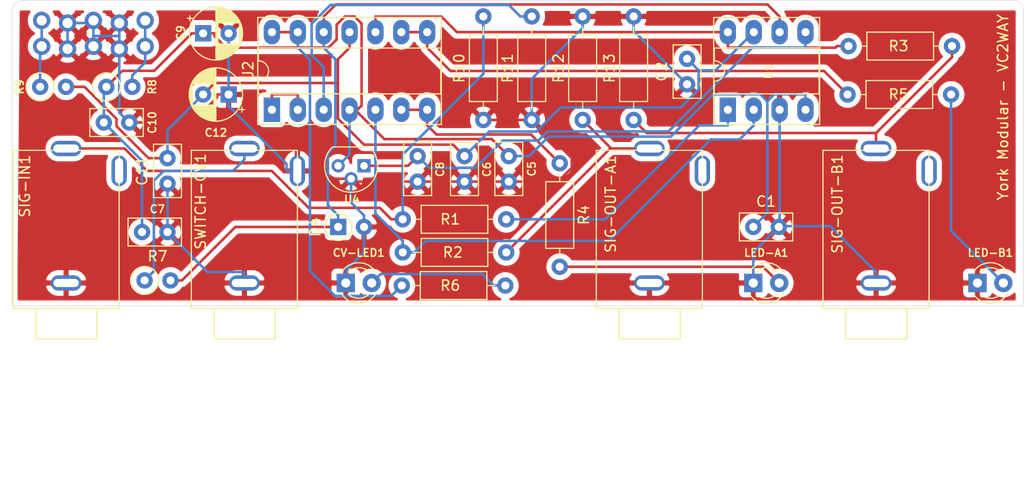
<source format=kicad_pcb>
(kicad_pcb (version 20171130) (host pcbnew 5.1.9+dfsg1-1~bpo10+1)

  (general
    (thickness 1.6)
    (drawings 16)
    (tracks 242)
    (zones 0)
    (modules 35)
    (nets 23)
  )

  (page A4)
  (layers
    (0 F.Cu signal hide)
    (31 B.Cu signal)
    (32 B.Adhes user)
    (33 F.Adhes user)
    (34 B.Paste user)
    (35 F.Paste user)
    (36 B.SilkS user)
    (37 F.SilkS user)
    (38 B.Mask user)
    (39 F.Mask user)
    (40 Dwgs.User user)
    (41 Cmts.User user)
    (42 Eco1.User user)
    (43 Eco2.User user)
    (44 Edge.Cuts user)
    (45 Margin user)
    (46 B.CrtYd user)
    (47 F.CrtYd user)
    (48 B.Fab user hide)
    (49 F.Fab user hide)
  )

  (setup
    (last_trace_width 0.25)
    (trace_clearance 0.2)
    (zone_clearance 0.508)
    (zone_45_only no)
    (trace_min 0.2)
    (via_size 0.8)
    (via_drill 0.4)
    (via_min_size 0.4)
    (via_min_drill 0.3)
    (uvia_size 0.3)
    (uvia_drill 0.1)
    (uvias_allowed no)
    (uvia_min_size 0.2)
    (uvia_min_drill 0.1)
    (edge_width 0.05)
    (segment_width 0.2)
    (pcb_text_width 0.3)
    (pcb_text_size 1.5 1.5)
    (mod_edge_width 0.12)
    (mod_text_size 1 1)
    (mod_text_width 0.15)
    (pad_size 1.524 1.524)
    (pad_drill 0.762)
    (pad_to_mask_clearance 0.051)
    (solder_mask_min_width 0.25)
    (aux_axis_origin 0 0)
    (grid_origin 44.45 165.2)
    (visible_elements FFFFFF7F)
    (pcbplotparams
      (layerselection 0x010fc_ffffffff)
      (usegerberextensions true)
      (usegerberattributes false)
      (usegerberadvancedattributes false)
      (creategerberjobfile false)
      (excludeedgelayer true)
      (linewidth 0.100000)
      (plotframeref false)
      (viasonmask false)
      (mode 1)
      (useauxorigin true)
      (hpglpennumber 1)
      (hpglpenspeed 20)
      (hpglpendiameter 15.000000)
      (psnegative false)
      (psa4output false)
      (plotreference true)
      (plotvalue true)
      (plotinvisibletext false)
      (padsonsilk false)
      (subtractmaskfromsilk false)
      (outputformat 1)
      (mirror false)
      (drillshape 0)
      (scaleselection 1)
      (outputdirectory "gerbers"))
  )

  (net 0 "")
  (net 1 +12V)
  (net 2 GND)
  (net 3 -12V)
  (net 4 +5V)
  (net 5 SW-CV-1)
  (net 6 "Net-(J1-Pad10)")
  (net 7 "Net-(J1-Pad1)")
  (net 8 "Net-(R1-Pad2)")
  (net 9 SIG1-IN)
  (net 10 SW1-A)
  (net 11 SW1-B)
  (net 12 "Net-(R6-Pad1)")
  (net 13 "Net-(R7-Pad1)")
  (net 14 "Net-(R5-Pad1)")
  (net 15 "Net-(R4-Pad1)")
  (net 16 "Net-(CV-LED1-Pad2)")
  (net 17 "Net-(LED-A1-Pad2)")
  (net 18 "Net-(LED-B1-Pad2)")
  (net 19 "Net-(R12-Pad1)")
  (net 20 "Net-(R13-Pad1)")
  (net 21 "Net-(R11-Pad2)")
  (net 22 "Net-(U2-Pad1)")

  (net_class Default "This is the default net class."
    (clearance 0.2)
    (trace_width 0.25)
    (via_dia 0.8)
    (via_drill 0.4)
    (uvia_dia 0.3)
    (uvia_drill 0.1)
    (add_net +12V)
    (add_net +5V)
    (add_net -12V)
    (add_net GND)
    (add_net "Net-(CV-LED1-Pad2)")
    (add_net "Net-(J1-Pad1)")
    (add_net "Net-(J1-Pad10)")
    (add_net "Net-(LED-A1-Pad2)")
    (add_net "Net-(LED-B1-Pad2)")
    (add_net "Net-(R1-Pad2)")
    (add_net "Net-(R11-Pad2)")
    (add_net "Net-(R12-Pad1)")
    (add_net "Net-(R13-Pad1)")
    (add_net "Net-(R4-Pad1)")
    (add_net "Net-(R5-Pad1)")
    (add_net "Net-(R6-Pad1)")
    (add_net "Net-(R7-Pad1)")
    (add_net "Net-(U2-Pad1)")
    (add_net SIG1-IN)
    (add_net SW-CV-1)
    (add_net SW1-A)
    (add_net SW1-B)
  )

  (module Resistor_THT:R_Axial_DIN0207_L6.3mm_D2.5mm_P10.16mm_Horizontal (layer F.Cu) (tedit 5AE5139B) (tstamp 5FF4FBEC)
    (at 105.45 146.95 90)
    (descr "Resistor, Axial_DIN0207 series, Axial, Horizontal, pin pitch=10.16mm, 0.25W = 1/4W, length*diameter=6.3*2.5mm^2, http://cdn-reichelt.de/documents/datenblatt/B400/1_4W%23YAG.pdf")
    (tags "Resistor Axial_DIN0207 series Axial Horizontal pin pitch 10.16mm 0.25W = 1/4W length 6.3mm diameter 2.5mm")
    (path /5FF6E907)
    (fp_text reference R13 (at 5.08 -2.37 90) (layer F.SilkS)
      (effects (font (size 1 1) (thickness 0.15)))
    )
    (fp_text value 100k (at 5.08 2.37 90) (layer F.Fab)
      (effects (font (size 1 1) (thickness 0.15)))
    )
    (fp_line (start 11.21 -1.5) (end -1.05 -1.5) (layer F.CrtYd) (width 0.05))
    (fp_line (start 11.21 1.5) (end 11.21 -1.5) (layer F.CrtYd) (width 0.05))
    (fp_line (start -1.05 1.5) (end 11.21 1.5) (layer F.CrtYd) (width 0.05))
    (fp_line (start -1.05 -1.5) (end -1.05 1.5) (layer F.CrtYd) (width 0.05))
    (fp_line (start 9.12 0) (end 8.35 0) (layer F.SilkS) (width 0.12))
    (fp_line (start 1.04 0) (end 1.81 0) (layer F.SilkS) (width 0.12))
    (fp_line (start 8.35 -1.37) (end 1.81 -1.37) (layer F.SilkS) (width 0.12))
    (fp_line (start 8.35 1.37) (end 8.35 -1.37) (layer F.SilkS) (width 0.12))
    (fp_line (start 1.81 1.37) (end 8.35 1.37) (layer F.SilkS) (width 0.12))
    (fp_line (start 1.81 -1.37) (end 1.81 1.37) (layer F.SilkS) (width 0.12))
    (fp_line (start 10.16 0) (end 8.23 0) (layer F.Fab) (width 0.1))
    (fp_line (start 0 0) (end 1.93 0) (layer F.Fab) (width 0.1))
    (fp_line (start 8.23 -1.25) (end 1.93 -1.25) (layer F.Fab) (width 0.1))
    (fp_line (start 8.23 1.25) (end 8.23 -1.25) (layer F.Fab) (width 0.1))
    (fp_line (start 1.93 1.25) (end 8.23 1.25) (layer F.Fab) (width 0.1))
    (fp_line (start 1.93 -1.25) (end 1.93 1.25) (layer F.Fab) (width 0.1))
    (fp_text user %R (at 5.08 0 90) (layer F.Fab)
      (effects (font (size 1 1) (thickness 0.15)))
    )
    (pad 2 thru_hole oval (at 10.16 0 90) (size 1.6 1.6) (drill 0.8) (layers *.Cu *.Mask)
      (net 2 GND))
    (pad 1 thru_hole circle (at 0 0 90) (size 1.6 1.6) (drill 0.8) (layers *.Cu *.Mask)
      (net 20 "Net-(R13-Pad1)"))
    (model ${KISYS3DMOD}/Resistor_THT.3dshapes/R_Axial_DIN0207_L6.3mm_D2.5mm_P10.16mm_Horizontal.wrl
      (at (xyz 0 0 0))
      (scale (xyz 1 1 1))
      (rotate (xyz 0 0 0))
    )
  )

  (module Resistor_THT:R_Axial_DIN0207_L6.3mm_D2.5mm_P10.16mm_Horizontal (layer F.Cu) (tedit 5AE5139B) (tstamp 5FF4FBD5)
    (at 100.45 146.95 90)
    (descr "Resistor, Axial_DIN0207 series, Axial, Horizontal, pin pitch=10.16mm, 0.25W = 1/4W, length*diameter=6.3*2.5mm^2, http://cdn-reichelt.de/documents/datenblatt/B400/1_4W%23YAG.pdf")
    (tags "Resistor Axial_DIN0207 series Axial Horizontal pin pitch 10.16mm 0.25W = 1/4W length 6.3mm diameter 2.5mm")
    (path /5FF6E5E0)
    (fp_text reference R12 (at 5.08 -2.37 90) (layer F.SilkS)
      (effects (font (size 1 1) (thickness 0.15)))
    )
    (fp_text value 100k (at 5.08 2.37 90) (layer F.Fab)
      (effects (font (size 1 1) (thickness 0.15)))
    )
    (fp_line (start 11.21 -1.5) (end -1.05 -1.5) (layer F.CrtYd) (width 0.05))
    (fp_line (start 11.21 1.5) (end 11.21 -1.5) (layer F.CrtYd) (width 0.05))
    (fp_line (start -1.05 1.5) (end 11.21 1.5) (layer F.CrtYd) (width 0.05))
    (fp_line (start -1.05 -1.5) (end -1.05 1.5) (layer F.CrtYd) (width 0.05))
    (fp_line (start 9.12 0) (end 8.35 0) (layer F.SilkS) (width 0.12))
    (fp_line (start 1.04 0) (end 1.81 0) (layer F.SilkS) (width 0.12))
    (fp_line (start 8.35 -1.37) (end 1.81 -1.37) (layer F.SilkS) (width 0.12))
    (fp_line (start 8.35 1.37) (end 8.35 -1.37) (layer F.SilkS) (width 0.12))
    (fp_line (start 1.81 1.37) (end 8.35 1.37) (layer F.SilkS) (width 0.12))
    (fp_line (start 1.81 -1.37) (end 1.81 1.37) (layer F.SilkS) (width 0.12))
    (fp_line (start 10.16 0) (end 8.23 0) (layer F.Fab) (width 0.1))
    (fp_line (start 0 0) (end 1.93 0) (layer F.Fab) (width 0.1))
    (fp_line (start 8.23 -1.25) (end 1.93 -1.25) (layer F.Fab) (width 0.1))
    (fp_line (start 8.23 1.25) (end 8.23 -1.25) (layer F.Fab) (width 0.1))
    (fp_line (start 1.93 1.25) (end 8.23 1.25) (layer F.Fab) (width 0.1))
    (fp_line (start 1.93 -1.25) (end 1.93 1.25) (layer F.Fab) (width 0.1))
    (fp_text user %R (at 5.08 0 90) (layer F.Fab)
      (effects (font (size 1 1) (thickness 0.15)))
    )
    (pad 2 thru_hole oval (at 10.16 0 90) (size 1.6 1.6) (drill 0.8) (layers *.Cu *.Mask)
      (net 2 GND))
    (pad 1 thru_hole circle (at 0 0 90) (size 1.6 1.6) (drill 0.8) (layers *.Cu *.Mask)
      (net 19 "Net-(R12-Pad1)"))
    (model ${KISYS3DMOD}/Resistor_THT.3dshapes/R_Axial_DIN0207_L6.3mm_D2.5mm_P10.16mm_Horizontal.wrl
      (at (xyz 0 0 0))
      (scale (xyz 1 1 1))
      (rotate (xyz 0 0 0))
    )
  )

  (module Resistor_THT:R_Axial_DIN0207_L6.3mm_D2.5mm_P10.16mm_Horizontal (layer F.Cu) (tedit 5AE5139B) (tstamp 5FF4FBBE)
    (at 95.45 146.95 90)
    (descr "Resistor, Axial_DIN0207 series, Axial, Horizontal, pin pitch=10.16mm, 0.25W = 1/4W, length*diameter=6.3*2.5mm^2, http://cdn-reichelt.de/documents/datenblatt/B400/1_4W%23YAG.pdf")
    (tags "Resistor Axial_DIN0207 series Axial Horizontal pin pitch 10.16mm 0.25W = 1/4W length 6.3mm diameter 2.5mm")
    (path /5FF6F368)
    (fp_text reference R11 (at 5.08 -2.37 90) (layer F.SilkS)
      (effects (font (size 1 1) (thickness 0.15)))
    )
    (fp_text value 100k (at 5.08 2.37 90) (layer F.Fab)
      (effects (font (size 1 1) (thickness 0.15)))
    )
    (fp_line (start 11.21 -1.5) (end -1.05 -1.5) (layer F.CrtYd) (width 0.05))
    (fp_line (start 11.21 1.5) (end 11.21 -1.5) (layer F.CrtYd) (width 0.05))
    (fp_line (start -1.05 1.5) (end 11.21 1.5) (layer F.CrtYd) (width 0.05))
    (fp_line (start -1.05 -1.5) (end -1.05 1.5) (layer F.CrtYd) (width 0.05))
    (fp_line (start 9.12 0) (end 8.35 0) (layer F.SilkS) (width 0.12))
    (fp_line (start 1.04 0) (end 1.81 0) (layer F.SilkS) (width 0.12))
    (fp_line (start 8.35 -1.37) (end 1.81 -1.37) (layer F.SilkS) (width 0.12))
    (fp_line (start 8.35 1.37) (end 8.35 -1.37) (layer F.SilkS) (width 0.12))
    (fp_line (start 1.81 1.37) (end 8.35 1.37) (layer F.SilkS) (width 0.12))
    (fp_line (start 1.81 -1.37) (end 1.81 1.37) (layer F.SilkS) (width 0.12))
    (fp_line (start 10.16 0) (end 8.23 0) (layer F.Fab) (width 0.1))
    (fp_line (start 0 0) (end 1.93 0) (layer F.Fab) (width 0.1))
    (fp_line (start 8.23 -1.25) (end 1.93 -1.25) (layer F.Fab) (width 0.1))
    (fp_line (start 8.23 1.25) (end 8.23 -1.25) (layer F.Fab) (width 0.1))
    (fp_line (start 1.93 1.25) (end 8.23 1.25) (layer F.Fab) (width 0.1))
    (fp_line (start 1.93 -1.25) (end 1.93 1.25) (layer F.Fab) (width 0.1))
    (fp_text user %R (at 5.08 0 90) (layer F.Fab)
      (effects (font (size 1 1) (thickness 0.15)))
    )
    (pad 2 thru_hole oval (at 10.16 0 90) (size 1.6 1.6) (drill 0.8) (layers *.Cu *.Mask)
      (net 21 "Net-(R11-Pad2)"))
    (pad 1 thru_hole circle (at 0 0 90) (size 1.6 1.6) (drill 0.8) (layers *.Cu *.Mask)
      (net 2 GND))
    (model ${KISYS3DMOD}/Resistor_THT.3dshapes/R_Axial_DIN0207_L6.3mm_D2.5mm_P10.16mm_Horizontal.wrl
      (at (xyz 0 0 0))
      (scale (xyz 1 1 1))
      (rotate (xyz 0 0 0))
    )
  )

  (module Resistor_THT:R_Axial_DIN0207_L6.3mm_D2.5mm_P10.16mm_Horizontal (layer F.Cu) (tedit 5AE5139B) (tstamp 5FF4FBA7)
    (at 90.7 146.95 90)
    (descr "Resistor, Axial_DIN0207 series, Axial, Horizontal, pin pitch=10.16mm, 0.25W = 1/4W, length*diameter=6.3*2.5mm^2, http://cdn-reichelt.de/documents/datenblatt/B400/1_4W%23YAG.pdf")
    (tags "Resistor Axial_DIN0207 series Axial Horizontal pin pitch 10.16mm 0.25W = 1/4W length 6.3mm diameter 2.5mm")
    (path /5FF6E398)
    (fp_text reference R10 (at 5.08 -2.37 90) (layer F.SilkS)
      (effects (font (size 1 1) (thickness 0.15)))
    )
    (fp_text value 100k (at 5.08 2.37 90) (layer F.Fab)
      (effects (font (size 1 1) (thickness 0.15)))
    )
    (fp_line (start 11.21 -1.5) (end -1.05 -1.5) (layer F.CrtYd) (width 0.05))
    (fp_line (start 11.21 1.5) (end 11.21 -1.5) (layer F.CrtYd) (width 0.05))
    (fp_line (start -1.05 1.5) (end 11.21 1.5) (layer F.CrtYd) (width 0.05))
    (fp_line (start -1.05 -1.5) (end -1.05 1.5) (layer F.CrtYd) (width 0.05))
    (fp_line (start 9.12 0) (end 8.35 0) (layer F.SilkS) (width 0.12))
    (fp_line (start 1.04 0) (end 1.81 0) (layer F.SilkS) (width 0.12))
    (fp_line (start 8.35 -1.37) (end 1.81 -1.37) (layer F.SilkS) (width 0.12))
    (fp_line (start 8.35 1.37) (end 8.35 -1.37) (layer F.SilkS) (width 0.12))
    (fp_line (start 1.81 1.37) (end 8.35 1.37) (layer F.SilkS) (width 0.12))
    (fp_line (start 1.81 -1.37) (end 1.81 1.37) (layer F.SilkS) (width 0.12))
    (fp_line (start 10.16 0) (end 8.23 0) (layer F.Fab) (width 0.1))
    (fp_line (start 0 0) (end 1.93 0) (layer F.Fab) (width 0.1))
    (fp_line (start 8.23 -1.25) (end 1.93 -1.25) (layer F.Fab) (width 0.1))
    (fp_line (start 8.23 1.25) (end 8.23 -1.25) (layer F.Fab) (width 0.1))
    (fp_line (start 1.93 1.25) (end 8.23 1.25) (layer F.Fab) (width 0.1))
    (fp_line (start 1.93 -1.25) (end 1.93 1.25) (layer F.Fab) (width 0.1))
    (fp_text user %R (at 5.08 0 90) (layer F.Fab)
      (effects (font (size 1 1) (thickness 0.15)))
    )
    (pad 2 thru_hole oval (at 10.16 0 90) (size 1.6 1.6) (drill 0.8) (layers *.Cu *.Mask)
      (net 8 "Net-(R1-Pad2)"))
    (pad 1 thru_hole circle (at 0 0 90) (size 1.6 1.6) (drill 0.8) (layers *.Cu *.Mask)
      (net 2 GND))
    (model ${KISYS3DMOD}/Resistor_THT.3dshapes/R_Axial_DIN0207_L6.3mm_D2.5mm_P10.16mm_Horizontal.wrl
      (at (xyz 0 0 0))
      (scale (xyz 1 1 1))
      (rotate (xyz 0 0 0))
    )
  )

  (module Diode_THT:D_DO-35_SOD27_P2.54mm_Vertical_AnodeUp (layer F.Cu) (tedit 5AE50CD5) (tstamp 5EB39065)
    (at 76.45 157.45)
    (descr "Diode, DO-35_SOD27 series, Axial, Vertical, pin pitch=2.54mm, , length*diameter=4*2mm^2, , http://www.diodes.com/_files/packages/DO-35.pdf")
    (tags "Diode DO-35_SOD27 series Axial Vertical pin pitch 2.54mm  length 4mm diameter 2mm")
    (path /5EB9F617)
    (fp_text reference D4 (at -2.25 0 -90) (layer F.SilkS)
      (effects (font (size 1 1) (thickness 0.15)))
    )
    (fp_text value D_Zener_ALT (at 1.27 3.215371) (layer F.Fab)
      (effects (font (size 1 1) (thickness 0.15)))
    )
    (fp_circle (center 0 0) (end 1 0) (layer F.Fab) (width 0.1))
    (fp_circle (center 0 0) (end 1.326371 0) (layer F.SilkS) (width 0.12))
    (fp_line (start 0 0) (end 2.54 0) (layer F.Fab) (width 0.1))
    (fp_line (start 1.326371 0) (end 1.44 0) (layer F.SilkS) (width 0.12))
    (fp_line (start -1.25 -1.25) (end -1.25 1.25) (layer F.CrtYd) (width 0.05))
    (fp_line (start -1.25 1.25) (end 3.59 1.25) (layer F.CrtYd) (width 0.05))
    (fp_line (start 3.59 1.25) (end 3.59 -1.25) (layer F.CrtYd) (width 0.05))
    (fp_line (start 3.59 -1.25) (end -1.25 -1.25) (layer F.CrtYd) (width 0.05))
    (fp_text user A (at 4.34 0) (layer F.Fab)
      (effects (font (size 1 1) (thickness 0.15)))
    )
    (fp_text user %R (at 1.27 -2.326371) (layer F.Fab)
      (effects (font (size 1 1) (thickness 0.15)))
    )
    (pad 2 thru_hole oval (at 2.54 0) (size 1.6 1.6) (drill 0.8) (layers *.Cu *.Mask)
      (net 2 GND))
    (pad 1 thru_hole rect (at 0 0) (size 1.6 1.6) (drill 0.8) (layers *.Cu *.Mask)
      (net 5 SW-CV-1))
    (model ${KISYS3DMOD}/Diode_THT.3dshapes/D_DO-35_SOD27_P2.54mm_Vertical_AnodeUp.wrl
      (at (xyz 0 0 0))
      (scale (xyz 1 1 1))
      (rotate (xyz 0 0 0))
    )
  )

  (module Resistor_THT:R_Axial_DIN0207_L6.3mm_D2.5mm_P10.16mm_Horizontal (layer F.Cu) (tedit 5AE5139B) (tstamp 5EB3922F)
    (at 126.45 144.45)
    (descr "Resistor, Axial_DIN0207 series, Axial, Horizontal, pin pitch=10.16mm, 0.25W = 1/4W, length*diameter=6.3*2.5mm^2, http://cdn-reichelt.de/documents/datenblatt/B400/1_4W%23YAG.pdf")
    (tags "Resistor Axial_DIN0207 series Axial Horizontal pin pitch 10.16mm 0.25W = 1/4W length 6.3mm diameter 2.5mm")
    (path /5EC13E22)
    (fp_text reference R5 (at 5 0) (layer F.SilkS)
      (effects (font (size 1 1) (thickness 0.15)))
    )
    (fp_text value 10k (at 5.08 2.37) (layer F.Fab)
      (effects (font (size 1 1) (thickness 0.15)))
    )
    (fp_line (start 1.93 -1.25) (end 1.93 1.25) (layer F.Fab) (width 0.1))
    (fp_line (start 1.93 1.25) (end 8.23 1.25) (layer F.Fab) (width 0.1))
    (fp_line (start 8.23 1.25) (end 8.23 -1.25) (layer F.Fab) (width 0.1))
    (fp_line (start 8.23 -1.25) (end 1.93 -1.25) (layer F.Fab) (width 0.1))
    (fp_line (start 0 0) (end 1.93 0) (layer F.Fab) (width 0.1))
    (fp_line (start 10.16 0) (end 8.23 0) (layer F.Fab) (width 0.1))
    (fp_line (start 1.81 -1.37) (end 1.81 1.37) (layer F.SilkS) (width 0.12))
    (fp_line (start 1.81 1.37) (end 8.35 1.37) (layer F.SilkS) (width 0.12))
    (fp_line (start 8.35 1.37) (end 8.35 -1.37) (layer F.SilkS) (width 0.12))
    (fp_line (start 8.35 -1.37) (end 1.81 -1.37) (layer F.SilkS) (width 0.12))
    (fp_line (start 1.04 0) (end 1.81 0) (layer F.SilkS) (width 0.12))
    (fp_line (start 9.12 0) (end 8.35 0) (layer F.SilkS) (width 0.12))
    (fp_line (start -1.05 -1.5) (end -1.05 1.5) (layer F.CrtYd) (width 0.05))
    (fp_line (start -1.05 1.5) (end 11.21 1.5) (layer F.CrtYd) (width 0.05))
    (fp_line (start 11.21 1.5) (end 11.21 -1.5) (layer F.CrtYd) (width 0.05))
    (fp_line (start 11.21 -1.5) (end -1.05 -1.5) (layer F.CrtYd) (width 0.05))
    (fp_text user %R (at 5.08 0) (layer F.Fab)
      (effects (font (size 1 1) (thickness 0.15)))
    )
    (pad 2 thru_hole oval (at 10.16 0) (size 1.6 1.6) (drill 0.8) (layers *.Cu *.Mask)
      (net 18 "Net-(LED-B1-Pad2)"))
    (pad 1 thru_hole circle (at 0 0) (size 1.6 1.6) (drill 0.8) (layers *.Cu *.Mask)
      (net 14 "Net-(R5-Pad1)"))
    (model ${KISYS3DMOD}/Resistor_THT.3dshapes/R_Axial_DIN0207_L6.3mm_D2.5mm_P10.16mm_Horizontal.wrl
      (at (xyz 0 0 0))
      (scale (xyz 1 1 1))
      (rotate (xyz 0 0 0))
    )
  )

  (module Resistor_THT:R_Axial_DIN0207_L6.3mm_D2.5mm_P10.16mm_Horizontal (layer F.Cu) (tedit 5AE5139B) (tstamp 5EB3A89A)
    (at 136.7 139.7 180)
    (descr "Resistor, Axial_DIN0207 series, Axial, Horizontal, pin pitch=10.16mm, 0.25W = 1/4W, length*diameter=6.3*2.5mm^2, http://cdn-reichelt.de/documents/datenblatt/B400/1_4W%23YAG.pdf")
    (tags "Resistor Axial_DIN0207 series Axial Horizontal pin pitch 10.16mm 0.25W = 1/4W length 6.3mm diameter 2.5mm")
    (path /5EB4FC67)
    (fp_text reference R3 (at 5.25 0) (layer F.SilkS)
      (effects (font (size 1 1) (thickness 0.15)))
    )
    (fp_text value 1k (at 5.08 2.37) (layer F.Fab)
      (effects (font (size 1 1) (thickness 0.15)))
    )
    (fp_line (start 1.93 -1.25) (end 1.93 1.25) (layer F.Fab) (width 0.1))
    (fp_line (start 1.93 1.25) (end 8.23 1.25) (layer F.Fab) (width 0.1))
    (fp_line (start 8.23 1.25) (end 8.23 -1.25) (layer F.Fab) (width 0.1))
    (fp_line (start 8.23 -1.25) (end 1.93 -1.25) (layer F.Fab) (width 0.1))
    (fp_line (start 0 0) (end 1.93 0) (layer F.Fab) (width 0.1))
    (fp_line (start 10.16 0) (end 8.23 0) (layer F.Fab) (width 0.1))
    (fp_line (start 1.81 -1.37) (end 1.81 1.37) (layer F.SilkS) (width 0.12))
    (fp_line (start 1.81 1.37) (end 8.35 1.37) (layer F.SilkS) (width 0.12))
    (fp_line (start 8.35 1.37) (end 8.35 -1.37) (layer F.SilkS) (width 0.12))
    (fp_line (start 8.35 -1.37) (end 1.81 -1.37) (layer F.SilkS) (width 0.12))
    (fp_line (start 1.04 0) (end 1.81 0) (layer F.SilkS) (width 0.12))
    (fp_line (start 9.12 0) (end 8.35 0) (layer F.SilkS) (width 0.12))
    (fp_line (start -1.05 -1.5) (end -1.05 1.5) (layer F.CrtYd) (width 0.05))
    (fp_line (start -1.05 1.5) (end 11.21 1.5) (layer F.CrtYd) (width 0.05))
    (fp_line (start 11.21 1.5) (end 11.21 -1.5) (layer F.CrtYd) (width 0.05))
    (fp_line (start 11.21 -1.5) (end -1.05 -1.5) (layer F.CrtYd) (width 0.05))
    (fp_text user %R (at 5.08 0) (layer F.Fab)
      (effects (font (size 1 1) (thickness 0.15)))
    )
    (pad 2 thru_hole oval (at 10.16 0 180) (size 1.6 1.6) (drill 0.8) (layers *.Cu *.Mask)
      (net 11 SW1-B))
    (pad 1 thru_hole circle (at 0 0 180) (size 1.6 1.6) (drill 0.8) (layers *.Cu *.Mask)
      (net 20 "Net-(R13-Pad1)"))
    (model ${KISYS3DMOD}/Resistor_THT.3dshapes/R_Axial_DIN0207_L6.3mm_D2.5mm_P10.16mm_Horizontal.wrl
      (at (xyz 0 0 0))
      (scale (xyz 1 1 1))
      (rotate (xyz 0 0 0))
    )
  )

  (module Resistor_THT:R_Axial_DIN0207_L6.3mm_D2.5mm_P10.16mm_Horizontal (layer F.Cu) (tedit 5AE5139B) (tstamp 5EB3921E)
    (at 98.2 151.2 270)
    (descr "Resistor, Axial_DIN0207 series, Axial, Horizontal, pin pitch=10.16mm, 0.25W = 1/4W, length*diameter=6.3*2.5mm^2, http://cdn-reichelt.de/documents/datenblatt/B400/1_4W%23YAG.pdf")
    (tags "Resistor Axial_DIN0207 series Axial Horizontal pin pitch 10.16mm 0.25W = 1/4W length 6.3mm diameter 2.5mm")
    (path /5EC13E18)
    (fp_text reference R4 (at 5.08 -2.37 90) (layer F.SilkS)
      (effects (font (size 1 1) (thickness 0.15)))
    )
    (fp_text value 10k (at 5.08 2.37 90) (layer F.Fab)
      (effects (font (size 1 1) (thickness 0.15)))
    )
    (fp_line (start 1.93 -1.25) (end 1.93 1.25) (layer F.Fab) (width 0.1))
    (fp_line (start 1.93 1.25) (end 8.23 1.25) (layer F.Fab) (width 0.1))
    (fp_line (start 8.23 1.25) (end 8.23 -1.25) (layer F.Fab) (width 0.1))
    (fp_line (start 8.23 -1.25) (end 1.93 -1.25) (layer F.Fab) (width 0.1))
    (fp_line (start 0 0) (end 1.93 0) (layer F.Fab) (width 0.1))
    (fp_line (start 10.16 0) (end 8.23 0) (layer F.Fab) (width 0.1))
    (fp_line (start 1.81 -1.37) (end 1.81 1.37) (layer F.SilkS) (width 0.12))
    (fp_line (start 1.81 1.37) (end 8.35 1.37) (layer F.SilkS) (width 0.12))
    (fp_line (start 8.35 1.37) (end 8.35 -1.37) (layer F.SilkS) (width 0.12))
    (fp_line (start 8.35 -1.37) (end 1.81 -1.37) (layer F.SilkS) (width 0.12))
    (fp_line (start 1.04 0) (end 1.81 0) (layer F.SilkS) (width 0.12))
    (fp_line (start 9.12 0) (end 8.35 0) (layer F.SilkS) (width 0.12))
    (fp_line (start -1.05 -1.5) (end -1.05 1.5) (layer F.CrtYd) (width 0.05))
    (fp_line (start -1.05 1.5) (end 11.21 1.5) (layer F.CrtYd) (width 0.05))
    (fp_line (start 11.21 1.5) (end 11.21 -1.5) (layer F.CrtYd) (width 0.05))
    (fp_line (start 11.21 -1.5) (end -1.05 -1.5) (layer F.CrtYd) (width 0.05))
    (fp_text user %R (at 5.08 0 90) (layer F.Fab)
      (effects (font (size 1 1) (thickness 0.15)))
    )
    (pad 2 thru_hole oval (at 10.16 0 270) (size 1.6 1.6) (drill 0.8) (layers *.Cu *.Mask)
      (net 17 "Net-(LED-A1-Pad2)"))
    (pad 1 thru_hole circle (at 0 0 270) (size 1.6 1.6) (drill 0.8) (layers *.Cu *.Mask)
      (net 15 "Net-(R4-Pad1)"))
    (model ${KISYS3DMOD}/Resistor_THT.3dshapes/R_Axial_DIN0207_L6.3mm_D2.5mm_P10.16mm_Horizontal.wrl
      (at (xyz 0 0 0))
      (scale (xyz 1 1 1))
      (rotate (xyz 0 0 0))
    )
  )

  (module Resistor_THT:R_Axial_DIN0207_L6.3mm_D2.5mm_P10.16mm_Horizontal (layer F.Cu) (tedit 5AE5139B) (tstamp 5EB391FC)
    (at 82.7 163.2)
    (descr "Resistor, Axial_DIN0207 series, Axial, Horizontal, pin pitch=10.16mm, 0.25W = 1/4W, length*diameter=6.3*2.5mm^2, http://cdn-reichelt.de/documents/datenblatt/B400/1_4W%23YAG.pdf")
    (tags "Resistor Axial_DIN0207 series Axial Horizontal pin pitch 10.16mm 0.25W = 1/4W length 6.3mm diameter 2.5mm")
    (path /5EBC6A95)
    (fp_text reference R6 (at 4.75 0) (layer F.SilkS)
      (effects (font (size 1 1) (thickness 0.15)))
    )
    (fp_text value 10k (at 5.08 2.37) (layer F.Fab)
      (effects (font (size 1 1) (thickness 0.15)))
    )
    (fp_line (start 1.93 -1.25) (end 1.93 1.25) (layer F.Fab) (width 0.1))
    (fp_line (start 1.93 1.25) (end 8.23 1.25) (layer F.Fab) (width 0.1))
    (fp_line (start 8.23 1.25) (end 8.23 -1.25) (layer F.Fab) (width 0.1))
    (fp_line (start 8.23 -1.25) (end 1.93 -1.25) (layer F.Fab) (width 0.1))
    (fp_line (start 0 0) (end 1.93 0) (layer F.Fab) (width 0.1))
    (fp_line (start 10.16 0) (end 8.23 0) (layer F.Fab) (width 0.1))
    (fp_line (start 1.81 -1.37) (end 1.81 1.37) (layer F.SilkS) (width 0.12))
    (fp_line (start 1.81 1.37) (end 8.35 1.37) (layer F.SilkS) (width 0.12))
    (fp_line (start 8.35 1.37) (end 8.35 -1.37) (layer F.SilkS) (width 0.12))
    (fp_line (start 8.35 -1.37) (end 1.81 -1.37) (layer F.SilkS) (width 0.12))
    (fp_line (start 1.04 0) (end 1.81 0) (layer F.SilkS) (width 0.12))
    (fp_line (start 9.12 0) (end 8.35 0) (layer F.SilkS) (width 0.12))
    (fp_line (start -1.05 -1.5) (end -1.05 1.5) (layer F.CrtYd) (width 0.05))
    (fp_line (start -1.05 1.5) (end 11.21 1.5) (layer F.CrtYd) (width 0.05))
    (fp_line (start 11.21 1.5) (end 11.21 -1.5) (layer F.CrtYd) (width 0.05))
    (fp_line (start 11.21 -1.5) (end -1.05 -1.5) (layer F.CrtYd) (width 0.05))
    (fp_text user %R (at 5.08 0) (layer F.Fab)
      (effects (font (size 1 1) (thickness 0.15)))
    )
    (pad 2 thru_hole oval (at 10.16 0) (size 1.6 1.6) (drill 0.8) (layers *.Cu *.Mask)
      (net 16 "Net-(CV-LED1-Pad2)"))
    (pad 1 thru_hole circle (at 0 0) (size 1.6 1.6) (drill 0.8) (layers *.Cu *.Mask)
      (net 12 "Net-(R6-Pad1)"))
    (model ${KISYS3DMOD}/Resistor_THT.3dshapes/R_Axial_DIN0207_L6.3mm_D2.5mm_P10.16mm_Horizontal.wrl
      (at (xyz 0 0 0))
      (scale (xyz 1 1 1))
      (rotate (xyz 0 0 0))
    )
  )

  (module Resistor_THT:R_Axial_DIN0207_L6.3mm_D2.5mm_P10.16mm_Horizontal (layer F.Cu) (tedit 5AE5139B) (tstamp 5EB39130)
    (at 92.95 159.95 180)
    (descr "Resistor, Axial_DIN0207 series, Axial, Horizontal, pin pitch=10.16mm, 0.25W = 1/4W, length*diameter=6.3*2.5mm^2, http://cdn-reichelt.de/documents/datenblatt/B400/1_4W%23YAG.pdf")
    (tags "Resistor Axial_DIN0207 series Axial Horizontal pin pitch 10.16mm 0.25W = 1/4W length 6.3mm diameter 2.5mm")
    (path /5EB4F493)
    (fp_text reference R2 (at 5.25 0) (layer F.SilkS)
      (effects (font (size 1 1) (thickness 0.15)))
    )
    (fp_text value 1k (at 5.08 2.37) (layer F.Fab)
      (effects (font (size 1 1) (thickness 0.15)))
    )
    (fp_line (start 1.93 -1.25) (end 1.93 1.25) (layer F.Fab) (width 0.1))
    (fp_line (start 1.93 1.25) (end 8.23 1.25) (layer F.Fab) (width 0.1))
    (fp_line (start 8.23 1.25) (end 8.23 -1.25) (layer F.Fab) (width 0.1))
    (fp_line (start 8.23 -1.25) (end 1.93 -1.25) (layer F.Fab) (width 0.1))
    (fp_line (start 0 0) (end 1.93 0) (layer F.Fab) (width 0.1))
    (fp_line (start 10.16 0) (end 8.23 0) (layer F.Fab) (width 0.1))
    (fp_line (start 1.81 -1.37) (end 1.81 1.37) (layer F.SilkS) (width 0.12))
    (fp_line (start 1.81 1.37) (end 8.35 1.37) (layer F.SilkS) (width 0.12))
    (fp_line (start 8.35 1.37) (end 8.35 -1.37) (layer F.SilkS) (width 0.12))
    (fp_line (start 8.35 -1.37) (end 1.81 -1.37) (layer F.SilkS) (width 0.12))
    (fp_line (start 1.04 0) (end 1.81 0) (layer F.SilkS) (width 0.12))
    (fp_line (start 9.12 0) (end 8.35 0) (layer F.SilkS) (width 0.12))
    (fp_line (start -1.05 -1.5) (end -1.05 1.5) (layer F.CrtYd) (width 0.05))
    (fp_line (start -1.05 1.5) (end 11.21 1.5) (layer F.CrtYd) (width 0.05))
    (fp_line (start 11.21 1.5) (end 11.21 -1.5) (layer F.CrtYd) (width 0.05))
    (fp_line (start 11.21 -1.5) (end -1.05 -1.5) (layer F.CrtYd) (width 0.05))
    (fp_text user %R (at 5.08 0) (layer F.Fab)
      (effects (font (size 1 1) (thickness 0.15)))
    )
    (pad 2 thru_hole oval (at 10.16 0 180) (size 1.6 1.6) (drill 0.8) (layers *.Cu *.Mask)
      (net 10 SW1-A))
    (pad 1 thru_hole circle (at 0 0 180) (size 1.6 1.6) (drill 0.8) (layers *.Cu *.Mask)
      (net 19 "Net-(R12-Pad1)"))
    (model ${KISYS3DMOD}/Resistor_THT.3dshapes/R_Axial_DIN0207_L6.3mm_D2.5mm_P10.16mm_Horizontal.wrl
      (at (xyz 0 0 0))
      (scale (xyz 1 1 1))
      (rotate (xyz 0 0 0))
    )
  )

  (module Resistor_THT:R_Axial_DIN0207_L6.3mm_D2.5mm_P10.16mm_Horizontal (layer F.Cu) (tedit 5AE5139B) (tstamp 5EB3911F)
    (at 92.95 156.7 180)
    (descr "Resistor, Axial_DIN0207 series, Axial, Horizontal, pin pitch=10.16mm, 0.25W = 1/4W, length*diameter=6.3*2.5mm^2, http://cdn-reichelt.de/documents/datenblatt/B400/1_4W%23YAG.pdf")
    (tags "Resistor Axial_DIN0207 series Axial Horizontal pin pitch 10.16mm 0.25W = 1/4W length 6.3mm diameter 2.5mm")
    (path /5EB4E4CD)
    (fp_text reference R1 (at 5.5 0) (layer F.SilkS)
      (effects (font (size 1 1) (thickness 0.15)))
    )
    (fp_text value 1k (at 5.08 2.37) (layer F.Fab)
      (effects (font (size 1 1) (thickness 0.15)))
    )
    (fp_line (start 1.93 -1.25) (end 1.93 1.25) (layer F.Fab) (width 0.1))
    (fp_line (start 1.93 1.25) (end 8.23 1.25) (layer F.Fab) (width 0.1))
    (fp_line (start 8.23 1.25) (end 8.23 -1.25) (layer F.Fab) (width 0.1))
    (fp_line (start 8.23 -1.25) (end 1.93 -1.25) (layer F.Fab) (width 0.1))
    (fp_line (start 0 0) (end 1.93 0) (layer F.Fab) (width 0.1))
    (fp_line (start 10.16 0) (end 8.23 0) (layer F.Fab) (width 0.1))
    (fp_line (start 1.81 -1.37) (end 1.81 1.37) (layer F.SilkS) (width 0.12))
    (fp_line (start 1.81 1.37) (end 8.35 1.37) (layer F.SilkS) (width 0.12))
    (fp_line (start 8.35 1.37) (end 8.35 -1.37) (layer F.SilkS) (width 0.12))
    (fp_line (start 8.35 -1.37) (end 1.81 -1.37) (layer F.SilkS) (width 0.12))
    (fp_line (start 1.04 0) (end 1.81 0) (layer F.SilkS) (width 0.12))
    (fp_line (start 9.12 0) (end 8.35 0) (layer F.SilkS) (width 0.12))
    (fp_line (start -1.05 -1.5) (end -1.05 1.5) (layer F.CrtYd) (width 0.05))
    (fp_line (start -1.05 1.5) (end 11.21 1.5) (layer F.CrtYd) (width 0.05))
    (fp_line (start 11.21 1.5) (end 11.21 -1.5) (layer F.CrtYd) (width 0.05))
    (fp_line (start 11.21 -1.5) (end -1.05 -1.5) (layer F.CrtYd) (width 0.05))
    (fp_text user %R (at 5.08 0) (layer F.Fab)
      (effects (font (size 1 1) (thickness 0.15)))
    )
    (pad 2 thru_hole oval (at 10.16 0 180) (size 1.6 1.6) (drill 0.8) (layers *.Cu *.Mask)
      (net 8 "Net-(R1-Pad2)"))
    (pad 1 thru_hole circle (at 0 0 180) (size 1.6 1.6) (drill 0.8) (layers *.Cu *.Mask)
      (net 9 SIG1-IN))
    (model ${KISYS3DMOD}/Resistor_THT.3dshapes/R_Axial_DIN0207_L6.3mm_D2.5mm_P10.16mm_Horizontal.wrl
      (at (xyz 0 0 0))
      (scale (xyz 1 1 1))
      (rotate (xyz 0 0 0))
    )
  )

  (module Package_DIP:DIP-14_W7.62mm_Socket_LongPads (layer F.Cu) (tedit 5A02E8C5) (tstamp 5FE686F5)
    (at 69.95 145.95 90)
    (descr "14-lead though-hole mounted DIP package, row spacing 7.62 mm (300 mils), Socket, LongPads")
    (tags "THT DIP DIL PDIP 2.54mm 7.62mm 300mil Socket LongPads")
    (path /5FE6BBF5)
    (fp_text reference U2 (at 3.81 -2.33 90) (layer F.SilkS)
      (effects (font (size 1 1) (thickness 0.15)))
    )
    (fp_text value TL074 (at 3.81 17.57 90) (layer F.Fab)
      (effects (font (size 1 1) (thickness 0.15)))
    )
    (fp_line (start 9.15 -1.6) (end -1.55 -1.6) (layer F.CrtYd) (width 0.05))
    (fp_line (start 9.15 16.85) (end 9.15 -1.6) (layer F.CrtYd) (width 0.05))
    (fp_line (start -1.55 16.85) (end 9.15 16.85) (layer F.CrtYd) (width 0.05))
    (fp_line (start -1.55 -1.6) (end -1.55 16.85) (layer F.CrtYd) (width 0.05))
    (fp_line (start 9.06 -1.39) (end -1.44 -1.39) (layer F.SilkS) (width 0.12))
    (fp_line (start 9.06 16.63) (end 9.06 -1.39) (layer F.SilkS) (width 0.12))
    (fp_line (start -1.44 16.63) (end 9.06 16.63) (layer F.SilkS) (width 0.12))
    (fp_line (start -1.44 -1.39) (end -1.44 16.63) (layer F.SilkS) (width 0.12))
    (fp_line (start 6.06 -1.33) (end 4.81 -1.33) (layer F.SilkS) (width 0.12))
    (fp_line (start 6.06 16.57) (end 6.06 -1.33) (layer F.SilkS) (width 0.12))
    (fp_line (start 1.56 16.57) (end 6.06 16.57) (layer F.SilkS) (width 0.12))
    (fp_line (start 1.56 -1.33) (end 1.56 16.57) (layer F.SilkS) (width 0.12))
    (fp_line (start 2.81 -1.33) (end 1.56 -1.33) (layer F.SilkS) (width 0.12))
    (fp_line (start 8.89 -1.33) (end -1.27 -1.33) (layer F.Fab) (width 0.1))
    (fp_line (start 8.89 16.57) (end 8.89 -1.33) (layer F.Fab) (width 0.1))
    (fp_line (start -1.27 16.57) (end 8.89 16.57) (layer F.Fab) (width 0.1))
    (fp_line (start -1.27 -1.33) (end -1.27 16.57) (layer F.Fab) (width 0.1))
    (fp_line (start 0.635 -0.27) (end 1.635 -1.27) (layer F.Fab) (width 0.1))
    (fp_line (start 0.635 16.51) (end 0.635 -0.27) (layer F.Fab) (width 0.1))
    (fp_line (start 6.985 16.51) (end 0.635 16.51) (layer F.Fab) (width 0.1))
    (fp_line (start 6.985 -1.27) (end 6.985 16.51) (layer F.Fab) (width 0.1))
    (fp_line (start 1.635 -1.27) (end 6.985 -1.27) (layer F.Fab) (width 0.1))
    (fp_text user %R (at 3.81 7.62 90) (layer F.Fab)
      (effects (font (size 1 1) (thickness 0.15)))
    )
    (fp_arc (start 3.81 -1.33) (end 2.81 -1.33) (angle -180) (layer F.SilkS) (width 0.12))
    (pad 14 thru_hole oval (at 7.62 0 90) (size 2.4 1.6) (drill 0.8) (layers *.Cu *.Mask)
      (net 12 "Net-(R6-Pad1)"))
    (pad 7 thru_hole oval (at 0 15.24 90) (size 2.4 1.6) (drill 0.8) (layers *.Cu *.Mask)
      (net 15 "Net-(R4-Pad1)"))
    (pad 13 thru_hole oval (at 7.62 2.54 90) (size 2.4 1.6) (drill 0.8) (layers *.Cu *.Mask)
      (net 12 "Net-(R6-Pad1)"))
    (pad 6 thru_hole oval (at 0 12.7 90) (size 2.4 1.6) (drill 0.8) (layers *.Cu *.Mask)
      (net 15 "Net-(R4-Pad1)"))
    (pad 12 thru_hole oval (at 7.62 5.08 90) (size 2.4 1.6) (drill 0.8) (layers *.Cu *.Mask)
      (net 5 SW-CV-1))
    (pad 5 thru_hole oval (at 0 10.16 90) (size 2.4 1.6) (drill 0.8) (layers *.Cu *.Mask)
      (net 10 SW1-A))
    (pad 11 thru_hole oval (at 7.62 7.62 90) (size 2.4 1.6) (drill 0.8) (layers *.Cu *.Mask)
      (net 3 -12V))
    (pad 4 thru_hole oval (at 0 7.62 90) (size 2.4 1.6) (drill 0.8) (layers *.Cu *.Mask)
      (net 1 +12V))
    (pad 10 thru_hole oval (at 7.62 10.16 90) (size 2.4 1.6) (drill 0.8) (layers *.Cu *.Mask)
      (net 11 SW1-B))
    (pad 3 thru_hole oval (at 0 5.08 90) (size 2.4 1.6) (drill 0.8) (layers *.Cu *.Mask)
      (net 21 "Net-(R11-Pad2)"))
    (pad 9 thru_hole oval (at 7.62 12.7 90) (size 2.4 1.6) (drill 0.8) (layers *.Cu *.Mask)
      (net 14 "Net-(R5-Pad1)"))
    (pad 2 thru_hole oval (at 0 2.54 90) (size 2.4 1.6) (drill 0.8) (layers *.Cu *.Mask)
      (net 22 "Net-(U2-Pad1)"))
    (pad 8 thru_hole oval (at 7.62 15.24 90) (size 2.4 1.6) (drill 0.8) (layers *.Cu *.Mask)
      (net 14 "Net-(R5-Pad1)"))
    (pad 1 thru_hole rect (at 0 0 90) (size 2.4 1.6) (drill 0.8) (layers *.Cu *.Mask)
      (net 22 "Net-(U2-Pad1)"))
    (model ${KISYS3DMOD}/Package_DIP.3dshapes/DIP-14_W7.62mm_Socket.wrl
      (at (xyz 0 0 0))
      (scale (xyz 1 1 1))
      (rotate (xyz 0 0 0))
    )
  )

  (module eurorack-parts:PJ302m (layer F.Cu) (tedit 5E6A92CA) (tstamp 5EB392B3)
    (at 72.45 165.45 90)
    (path /5EB38771)
    (fp_text reference SWITCH-CV1 (at 10.5 -9.5 90) (layer F.SilkS)
      (effects (font (size 1 1) (thickness 0.15)))
    )
    (fp_text value PJ301M-12 (at 3.81 -8.755 90) (layer F.Fab)
      (effects (font (size 1 1) (thickness 0.15)))
    )
    (fp_line (start -3 -2.1774) (end -0.0028 -2.1774) (layer F.SilkS) (width 0.12))
    (fp_line (start -3 -8.1718) (end -3 -2.1774) (layer F.SilkS) (width 0.12))
    (fp_line (start -0.0028 -8.1718) (end -3 -8.1718) (layer F.SilkS) (width 0.12))
    (fp_line (start -0.0028 -2.1774) (end -0.0028 -8.1718) (layer F.SilkS) (width 0.12))
    (fp_line (start 0 -10.414) (end 0 0) (layer F.SilkS) (width 0.12))
    (fp_line (start 15.5194 -10.414) (end 0 -10.414) (layer F.SilkS) (width 0.12))
    (fp_line (start 15.5194 0) (end 15.5194 -10.414) (layer F.SilkS) (width 0.12))
    (fp_line (start 0 0) (end 15.5194 0) (layer F.SilkS) (width 0.12))
    (pad 3 thru_hole oval (at 15.7 -5.2 90) (size 1.5 3) (drill oval 0.8 2.5) (layers *.Cu *.Mask)
      (net 13 "Net-(R7-Pad1)"))
    (pad 2 thru_hole oval (at 13.5 0 90) (size 3 1.5) (drill oval 2.5 0.8) (layers *.Cu *.Mask)
      (net 2 GND))
    (pad 1 thru_hole oval (at 2.5 -5.2 90) (size 1.5 3) (drill oval 0.8 2.5) (layers *.Cu *.Mask)
      (net 2 GND))
  )

  (module eurorack-parts:PJ302m (layer F.Cu) (tedit 5E6A92CA) (tstamp 5FE69C89)
    (at 134.45 165.45 90)
    (path /5EB38320)
    (fp_text reference SIG-OUT-B1 (at 10.25 -9 90) (layer F.SilkS)
      (effects (font (size 1 1) (thickness 0.15)))
    )
    (fp_text value PJ301M-12 (at 3.81 -8.755 90) (layer F.Fab)
      (effects (font (size 1 1) (thickness 0.15)))
    )
    (fp_line (start -3 -2.1774) (end -0.0028 -2.1774) (layer F.SilkS) (width 0.12))
    (fp_line (start -3 -8.1718) (end -3 -2.1774) (layer F.SilkS) (width 0.12))
    (fp_line (start -0.0028 -8.1718) (end -3 -8.1718) (layer F.SilkS) (width 0.12))
    (fp_line (start -0.0028 -2.1774) (end -0.0028 -8.1718) (layer F.SilkS) (width 0.12))
    (fp_line (start 0 -10.414) (end 0 0) (layer F.SilkS) (width 0.12))
    (fp_line (start 15.5194 -10.414) (end 0 -10.414) (layer F.SilkS) (width 0.12))
    (fp_line (start 15.5194 0) (end 15.5194 -10.414) (layer F.SilkS) (width 0.12))
    (fp_line (start 0 0) (end 15.5194 0) (layer F.SilkS) (width 0.12))
    (pad 3 thru_hole oval (at 15.7 -5.2 90) (size 1.5 3) (drill oval 0.8 2.5) (layers *.Cu *.Mask)
      (net 20 "Net-(R13-Pad1)"))
    (pad 2 thru_hole oval (at 13.5 0 90) (size 3 1.5) (drill oval 2.5 0.8) (layers *.Cu *.Mask))
    (pad 1 thru_hole oval (at 2.5 -5.2 90) (size 1.5 3) (drill oval 0.8 2.5) (layers *.Cu *.Mask)
      (net 2 GND))
  )

  (module eurorack-parts:PJ302m (layer F.Cu) (tedit 5E6A92CA) (tstamp 5EB3927B)
    (at 112.2 165.45 90)
    (path /5EB37E14)
    (fp_text reference SIG-OUT-A1 (at 10.25 -9 90) (layer F.SilkS)
      (effects (font (size 1 1) (thickness 0.15)))
    )
    (fp_text value PJ301M-12 (at 3.81 -8.755 90) (layer F.Fab)
      (effects (font (size 1 1) (thickness 0.15)))
    )
    (fp_line (start -3 -2.1774) (end -0.0028 -2.1774) (layer F.SilkS) (width 0.12))
    (fp_line (start -3 -8.1718) (end -3 -2.1774) (layer F.SilkS) (width 0.12))
    (fp_line (start -0.0028 -8.1718) (end -3 -8.1718) (layer F.SilkS) (width 0.12))
    (fp_line (start -0.0028 -2.1774) (end -0.0028 -8.1718) (layer F.SilkS) (width 0.12))
    (fp_line (start 0 -10.414) (end 0 0) (layer F.SilkS) (width 0.12))
    (fp_line (start 15.5194 -10.414) (end 0 -10.414) (layer F.SilkS) (width 0.12))
    (fp_line (start 15.5194 0) (end 15.5194 -10.414) (layer F.SilkS) (width 0.12))
    (fp_line (start 0 0) (end 15.5194 0) (layer F.SilkS) (width 0.12))
    (pad 3 thru_hole oval (at 15.7 -5.2 90) (size 1.5 3) (drill oval 0.8 2.5) (layers *.Cu *.Mask)
      (net 19 "Net-(R12-Pad1)"))
    (pad 2 thru_hole oval (at 13.5 0 90) (size 3 1.5) (drill oval 2.5 0.8) (layers *.Cu *.Mask))
    (pad 1 thru_hole oval (at 2.5 -5.2 90) (size 1.5 3) (drill oval 0.8 2.5) (layers *.Cu *.Mask)
      (net 2 GND))
  )

  (module eurorack-parts:PJ302m (layer F.Cu) (tedit 5E6A92CA) (tstamp 5EB3926D)
    (at 54.95 165.45 90)
    (path /5EB3794C)
    (fp_text reference SIG-IN1 (at 12 -9.25 90) (layer F.SilkS)
      (effects (font (size 1 1) (thickness 0.15)))
    )
    (fp_text value PJ301M-12 (at 3.81 -8.755 90) (layer F.Fab)
      (effects (font (size 1 1) (thickness 0.15)))
    )
    (fp_line (start -3 -2.1774) (end -0.0028 -2.1774) (layer F.SilkS) (width 0.12))
    (fp_line (start -3 -8.1718) (end -3 -2.1774) (layer F.SilkS) (width 0.12))
    (fp_line (start -0.0028 -8.1718) (end -3 -8.1718) (layer F.SilkS) (width 0.12))
    (fp_line (start -0.0028 -2.1774) (end -0.0028 -8.1718) (layer F.SilkS) (width 0.12))
    (fp_line (start 0 -10.414) (end 0 0) (layer F.SilkS) (width 0.12))
    (fp_line (start 15.5194 -10.414) (end 0 -10.414) (layer F.SilkS) (width 0.12))
    (fp_line (start 15.5194 0) (end 15.5194 -10.414) (layer F.SilkS) (width 0.12))
    (fp_line (start 0 0) (end 15.5194 0) (layer F.SilkS) (width 0.12))
    (pad 3 thru_hole oval (at 15.7 -5.2 90) (size 1.5 3) (drill oval 0.8 2.5) (layers *.Cu *.Mask)
      (net 8 "Net-(R1-Pad2)"))
    (pad 2 thru_hole oval (at 13.5 0 90) (size 3 1.5) (drill oval 2.5 0.8) (layers *.Cu *.Mask))
    (pad 1 thru_hole oval (at 2.5 -5.2 90) (size 1.5 3) (drill oval 0.8 2.5) (layers *.Cu *.Mask)
      (net 2 GND))
  )

  (module Resistor_THT:R_Axial_DIN0207_L6.3mm_D2.5mm_P2.54mm_Vertical (layer F.Cu) (tedit 5AE5139B) (tstamp 5EB39152)
    (at 57.45 162.7)
    (descr "Resistor, Axial_DIN0207 series, Axial, Vertical, pin pitch=2.54mm, 0.25W = 1/4W, length*diameter=6.3*2.5mm^2, http://cdn-reichelt.de/documents/datenblatt/B400/1_4W%23YAG.pdf")
    (tags "Resistor Axial_DIN0207 series Axial Vertical pin pitch 2.54mm 0.25W = 1/4W length 6.3mm diameter 2.5mm")
    (path /5EB5008F)
    (fp_text reference R7 (at 1.27 -2.37 180) (layer F.SilkS)
      (effects (font (size 1 1) (thickness 0.15)))
    )
    (fp_text value 1k (at 1.27 2.37 180) (layer F.Fab)
      (effects (font (size 1 1) (thickness 0.15)))
    )
    (fp_line (start 3.59 -1.5) (end -1.5 -1.5) (layer F.CrtYd) (width 0.05))
    (fp_line (start 3.59 1.5) (end 3.59 -1.5) (layer F.CrtYd) (width 0.05))
    (fp_line (start -1.5 1.5) (end 3.59 1.5) (layer F.CrtYd) (width 0.05))
    (fp_line (start -1.5 -1.5) (end -1.5 1.5) (layer F.CrtYd) (width 0.05))
    (fp_line (start 1.37 0) (end 1.44 0) (layer F.SilkS) (width 0.12))
    (fp_line (start 0 0) (end 2.54 0) (layer F.Fab) (width 0.1))
    (fp_circle (center 0 0) (end 1.37 0) (layer F.SilkS) (width 0.12))
    (fp_circle (center 0 0) (end 1.25 0) (layer F.Fab) (width 0.1))
    (fp_text user %R (at 1.27 -2.37 180) (layer F.Fab)
      (effects (font (size 1 1) (thickness 0.15)))
    )
    (pad 2 thru_hole oval (at 2.54 0) (size 1.6 1.6) (drill 0.8) (layers *.Cu *.Mask)
      (net 5 SW-CV-1))
    (pad 1 thru_hole circle (at 0 0) (size 1.6 1.6) (drill 0.8) (layers *.Cu *.Mask)
      (net 13 "Net-(R7-Pad1)"))
    (model ${KISYS3DMOD}/Resistor_THT.3dshapes/R_Axial_DIN0207_L6.3mm_D2.5mm_P2.54mm_Vertical.wrl
      (at (xyz 0 0 0))
      (scale (xyz 1 1 1))
      (rotate (xyz 0 0 0))
    )
  )

  (module Capacitor_THT:C_Disc_D5.0mm_W2.5mm_P2.50mm (layer F.Cu) (tedit 5AE50EF0) (tstamp 5EB38FB4)
    (at 59.7 153.2 90)
    (descr "C, Disc series, Radial, pin pitch=2.50mm, , diameter*width=5*2.5mm^2, Capacitor, http://cdn-reichelt.de/documents/datenblatt/B300/DS_KERKO_TC.pdf")
    (tags "C Disc series Radial pin pitch 2.50mm  diameter 5mm width 2.5mm Capacitor")
    (path /5EE63160)
    (fp_text reference C11 (at 1.25 -2.5 270) (layer F.SilkS)
      (effects (font (size 1 1) (thickness 0.15)))
    )
    (fp_text value 100n (at 1.25 2.5 270) (layer F.Fab)
      (effects (font (size 1 1) (thickness 0.15)))
    )
    (fp_line (start 4 -1.5) (end -1.5 -1.5) (layer F.CrtYd) (width 0.05))
    (fp_line (start 4 1.5) (end 4 -1.5) (layer F.CrtYd) (width 0.05))
    (fp_line (start -1.5 1.5) (end 4 1.5) (layer F.CrtYd) (width 0.05))
    (fp_line (start -1.5 -1.5) (end -1.5 1.5) (layer F.CrtYd) (width 0.05))
    (fp_line (start 3.87 -1.37) (end 3.87 1.37) (layer F.SilkS) (width 0.12))
    (fp_line (start -1.37 -1.37) (end -1.37 1.37) (layer F.SilkS) (width 0.12))
    (fp_line (start -1.37 1.37) (end 3.87 1.37) (layer F.SilkS) (width 0.12))
    (fp_line (start -1.37 -1.37) (end 3.87 -1.37) (layer F.SilkS) (width 0.12))
    (fp_line (start 3.75 -1.25) (end -1.25 -1.25) (layer F.Fab) (width 0.1))
    (fp_line (start 3.75 1.25) (end 3.75 -1.25) (layer F.Fab) (width 0.1))
    (fp_line (start -1.25 1.25) (end 3.75 1.25) (layer F.Fab) (width 0.1))
    (fp_line (start -1.25 -1.25) (end -1.25 1.25) (layer F.Fab) (width 0.1))
    (fp_text user %R (at 1.25 0 270) (layer F.Fab)
      (effects (font (size 1 1) (thickness 0.15)))
    )
    (pad 2 thru_hole circle (at 2.5 0 90) (size 1.6 1.6) (drill 0.8) (layers *.Cu *.Mask)
      (net 3 -12V))
    (pad 1 thru_hole circle (at 0 0 90) (size 1.6 1.6) (drill 0.8) (layers *.Cu *.Mask)
      (net 2 GND))
    (model ${KISYS3DMOD}/Capacitor_THT.3dshapes/C_Disc_D5.0mm_W2.5mm_P2.50mm.wrl
      (at (xyz 0 0 0))
      (scale (xyz 1 1 1))
      (rotate (xyz 0 0 0))
    )
  )

  (module Capacitor_THT:C_Disc_D5.0mm_W2.5mm_P2.50mm (layer F.Cu) (tedit 5AE50EF0) (tstamp 5EB3902B)
    (at 110.7 143.45 90)
    (descr "C, Disc series, Radial, pin pitch=2.50mm, , diameter*width=5*2.5mm^2, Capacitor, http://cdn-reichelt.de/documents/datenblatt/B300/DS_KERKO_TC.pdf")
    (tags "C Disc series Radial pin pitch 2.50mm  diameter 5mm width 2.5mm Capacitor")
    (path /5EB54FFB)
    (fp_text reference C2 (at 1.25 -2.5 90) (layer F.SilkS)
      (effects (font (size 1 1) (thickness 0.15)))
    )
    (fp_text value 100n (at 1.25 2.5 90) (layer F.Fab)
      (effects (font (size 1 1) (thickness 0.15)))
    )
    (fp_line (start 4 -1.5) (end -1.5 -1.5) (layer F.CrtYd) (width 0.05))
    (fp_line (start 4 1.5) (end 4 -1.5) (layer F.CrtYd) (width 0.05))
    (fp_line (start -1.5 1.5) (end 4 1.5) (layer F.CrtYd) (width 0.05))
    (fp_line (start -1.5 -1.5) (end -1.5 1.5) (layer F.CrtYd) (width 0.05))
    (fp_line (start 3.87 -1.37) (end 3.87 1.37) (layer F.SilkS) (width 0.12))
    (fp_line (start -1.37 -1.37) (end -1.37 1.37) (layer F.SilkS) (width 0.12))
    (fp_line (start -1.37 1.37) (end 3.87 1.37) (layer F.SilkS) (width 0.12))
    (fp_line (start -1.37 -1.37) (end 3.87 -1.37) (layer F.SilkS) (width 0.12))
    (fp_line (start 3.75 -1.25) (end -1.25 -1.25) (layer F.Fab) (width 0.1))
    (fp_line (start 3.75 1.25) (end 3.75 -1.25) (layer F.Fab) (width 0.1))
    (fp_line (start -1.25 1.25) (end 3.75 1.25) (layer F.Fab) (width 0.1))
    (fp_line (start -1.25 -1.25) (end -1.25 1.25) (layer F.Fab) (width 0.1))
    (fp_text user %R (at 1.25 0 90) (layer F.Fab)
      (effects (font (size 1 1) (thickness 0.15)))
    )
    (pad 2 thru_hole circle (at 2.5 0 90) (size 1.6 1.6) (drill 0.8) (layers *.Cu *.Mask)
      (net 3 -12V))
    (pad 1 thru_hole circle (at 0 0 90) (size 1.6 1.6) (drill 0.8) (layers *.Cu *.Mask)
      (net 2 GND))
    (model ${KISYS3DMOD}/Capacitor_THT.3dshapes/C_Disc_D5.0mm_W2.5mm_P2.50mm.wrl
      (at (xyz 0 0 0))
      (scale (xyz 1 1 1))
      (rotate (xyz 0 0 0))
    )
  )

  (module Capacitor_THT:C_Disc_D5.0mm_W2.5mm_P2.50mm (layer F.Cu) (tedit 5AE50EF0) (tstamp 5EB38FF8)
    (at 117.2 157.45)
    (descr "C, Disc series, Radial, pin pitch=2.50mm, , diameter*width=5*2.5mm^2, Capacitor, http://cdn-reichelt.de/documents/datenblatt/B300/DS_KERKO_TC.pdf")
    (tags "C Disc series Radial pin pitch 2.50mm  diameter 5mm width 2.5mm Capacitor")
    (path /5EB5499C)
    (fp_text reference C1 (at 1.25 -2.5) (layer F.SilkS)
      (effects (font (size 1 1) (thickness 0.15)))
    )
    (fp_text value 100n (at 1.25 2.5) (layer F.Fab)
      (effects (font (size 1 1) (thickness 0.15)))
    )
    (fp_line (start 4 -1.5) (end -1.5 -1.5) (layer F.CrtYd) (width 0.05))
    (fp_line (start 4 1.5) (end 4 -1.5) (layer F.CrtYd) (width 0.05))
    (fp_line (start -1.5 1.5) (end 4 1.5) (layer F.CrtYd) (width 0.05))
    (fp_line (start -1.5 -1.5) (end -1.5 1.5) (layer F.CrtYd) (width 0.05))
    (fp_line (start 3.87 -1.37) (end 3.87 1.37) (layer F.SilkS) (width 0.12))
    (fp_line (start -1.37 -1.37) (end -1.37 1.37) (layer F.SilkS) (width 0.12))
    (fp_line (start -1.37 1.37) (end 3.87 1.37) (layer F.SilkS) (width 0.12))
    (fp_line (start -1.37 -1.37) (end 3.87 -1.37) (layer F.SilkS) (width 0.12))
    (fp_line (start 3.75 -1.25) (end -1.25 -1.25) (layer F.Fab) (width 0.1))
    (fp_line (start 3.75 1.25) (end 3.75 -1.25) (layer F.Fab) (width 0.1))
    (fp_line (start -1.25 1.25) (end 3.75 1.25) (layer F.Fab) (width 0.1))
    (fp_line (start -1.25 -1.25) (end -1.25 1.25) (layer F.Fab) (width 0.1))
    (fp_text user %R (at 1.25 0) (layer F.Fab)
      (effects (font (size 1 1) (thickness 0.15)))
    )
    (pad 2 thru_hole circle (at 2.5 0) (size 1.6 1.6) (drill 0.8) (layers *.Cu *.Mask)
      (net 2 GND))
    (pad 1 thru_hole circle (at 0 0) (size 1.6 1.6) (drill 0.8) (layers *.Cu *.Mask)
      (net 1 +12V))
    (model ${KISYS3DMOD}/Capacitor_THT.3dshapes/C_Disc_D5.0mm_W2.5mm_P2.50mm.wrl
      (at (xyz 0 0 0))
      (scale (xyz 1 1 1))
      (rotate (xyz 0 0 0))
    )
  )

  (module Resistor_THT:R_Axial_DIN0207_L6.3mm_D2.5mm_P2.54mm_Vertical (layer F.Cu) (tedit 5AE5139B) (tstamp 5EB3B672)
    (at 47.2 143.7)
    (descr "Resistor, Axial_DIN0207 series, Axial, Vertical, pin pitch=2.54mm, 0.25W = 1/4W, length*diameter=6.3*2.5mm^2, http://cdn-reichelt.de/documents/datenblatt/B400/1_4W%23YAG.pdf")
    (tags "Resistor Axial_DIN0207 series Axial Vertical pin pitch 2.54mm 0.25W = 1/4W length 6.3mm diameter 2.5mm")
    (path /5EE2EAB6)
    (fp_text reference R9 (at -2 0 -270) (layer F.SilkS)
      (effects (font (size 0.75 0.75) (thickness 0.15)))
    )
    (fp_text value 22R (at 1.27 2.37) (layer F.Fab)
      (effects (font (size 1 1) (thickness 0.15)))
    )
    (fp_line (start 3.59 -1.5) (end -1.5 -1.5) (layer F.CrtYd) (width 0.05))
    (fp_line (start 3.59 1.5) (end 3.59 -1.5) (layer F.CrtYd) (width 0.05))
    (fp_line (start -1.5 1.5) (end 3.59 1.5) (layer F.CrtYd) (width 0.05))
    (fp_line (start -1.5 -1.5) (end -1.5 1.5) (layer F.CrtYd) (width 0.05))
    (fp_line (start 1.37 0) (end 1.44 0) (layer F.SilkS) (width 0.12))
    (fp_line (start 0 0) (end 2.54 0) (layer F.Fab) (width 0.1))
    (fp_circle (center 0 0) (end 1.37 0) (layer F.SilkS) (width 0.12))
    (fp_circle (center 0 0) (end 1.25 0) (layer F.Fab) (width 0.1))
    (fp_text user %R (at 1.27 -2.37) (layer F.Fab)
      (effects (font (size 0.75 0.75) (thickness 0.15)))
    )
    (pad 2 thru_hole oval (at 2.54 0) (size 1.6 1.6) (drill 0.8) (layers *.Cu *.Mask)
      (net 3 -12V))
    (pad 1 thru_hole circle (at 0 0) (size 1.6 1.6) (drill 0.8) (layers *.Cu *.Mask)
      (net 6 "Net-(J1-Pad10)"))
    (model ${KISYS3DMOD}/Resistor_THT.3dshapes/R_Axial_DIN0207_L6.3mm_D2.5mm_P2.54mm_Vertical.wrl
      (at (xyz 0 0 0))
      (scale (xyz 1 1 1))
      (rotate (xyz 0 0 0))
    )
  )

  (module Resistor_THT:R_Axial_DIN0207_L6.3mm_D2.5mm_P2.54mm_Vertical (layer F.Cu) (tedit 5AE5139B) (tstamp 5EB391DA)
    (at 53.7 143.7)
    (descr "Resistor, Axial_DIN0207 series, Axial, Vertical, pin pitch=2.54mm, 0.25W = 1/4W, length*diameter=6.3*2.5mm^2, http://cdn-reichelt.de/documents/datenblatt/B400/1_4W%23YAG.pdf")
    (tags "Resistor Axial_DIN0207 series Axial Vertical pin pitch 2.54mm 0.25W = 1/4W length 6.3mm diameter 2.5mm")
    (path /5EE2E421)
    (fp_text reference R8 (at 4.5 0 -90) (layer F.SilkS)
      (effects (font (size 0.75 0.75) (thickness 0.15)))
    )
    (fp_text value 22R (at 1.27 2.37) (layer F.Fab)
      (effects (font (size 1 1) (thickness 0.15)))
    )
    (fp_line (start 3.59 -1.5) (end -1.5 -1.5) (layer F.CrtYd) (width 0.05))
    (fp_line (start 3.59 1.5) (end 3.59 -1.5) (layer F.CrtYd) (width 0.05))
    (fp_line (start -1.5 1.5) (end 3.59 1.5) (layer F.CrtYd) (width 0.05))
    (fp_line (start -1.5 -1.5) (end -1.5 1.5) (layer F.CrtYd) (width 0.05))
    (fp_line (start 1.37 0) (end 1.44 0) (layer F.SilkS) (width 0.12))
    (fp_line (start 0 0) (end 2.54 0) (layer F.Fab) (width 0.1))
    (fp_circle (center 0 0) (end 1.37 0) (layer F.SilkS) (width 0.12))
    (fp_circle (center 0 0) (end 1.25 0) (layer F.Fab) (width 0.1))
    (fp_text user %R (at 1.27 -2.37) (layer F.Fab)
      (effects (font (size 0.75 0.75) (thickness 0.15)))
    )
    (pad 2 thru_hole oval (at 2.54 0) (size 1.6 1.6) (drill 0.8) (layers *.Cu *.Mask)
      (net 7 "Net-(J1-Pad1)"))
    (pad 1 thru_hole circle (at 0 0) (size 1.6 1.6) (drill 0.8) (layers *.Cu *.Mask)
      (net 1 +12V))
    (model ${KISYS3DMOD}/Resistor_THT.3dshapes/R_Axial_DIN0207_L6.3mm_D2.5mm_P2.54mm_Vertical.wrl
      (at (xyz 0 0 0))
      (scale (xyz 1 1 1))
      (rotate (xyz 0 0 0))
    )
  )

  (module Capacitor_THT:C_Disc_D5.0mm_W2.5mm_P2.50mm (layer F.Cu) (tedit 5AE50EF0) (tstamp 5EB38FE7)
    (at 88.85 153 90)
    (descr "C, Disc series, Radial, pin pitch=2.50mm, , diameter*width=5*2.5mm^2, Capacitor, http://cdn-reichelt.de/documents/datenblatt/B300/DS_KERKO_TC.pdf")
    (tags "C Disc series Radial pin pitch 2.50mm  diameter 5mm width 2.5mm Capacitor")
    (path /5EC13E3A)
    (fp_text reference C6 (at 1.2 2.2 90) (layer F.SilkS)
      (effects (font (size 0.75 0.75) (thickness 0.15)))
    )
    (fp_text value 100n (at 1.25 2.5 90) (layer F.Fab)
      (effects (font (size 1 1) (thickness 0.15)))
    )
    (fp_line (start -1.25 -1.25) (end -1.25 1.25) (layer F.Fab) (width 0.1))
    (fp_line (start -1.25 1.25) (end 3.75 1.25) (layer F.Fab) (width 0.1))
    (fp_line (start 3.75 1.25) (end 3.75 -1.25) (layer F.Fab) (width 0.1))
    (fp_line (start 3.75 -1.25) (end -1.25 -1.25) (layer F.Fab) (width 0.1))
    (fp_line (start -1.37 -1.37) (end 3.87 -1.37) (layer F.SilkS) (width 0.12))
    (fp_line (start -1.37 1.37) (end 3.87 1.37) (layer F.SilkS) (width 0.12))
    (fp_line (start -1.37 -1.37) (end -1.37 1.37) (layer F.SilkS) (width 0.12))
    (fp_line (start 3.87 -1.37) (end 3.87 1.37) (layer F.SilkS) (width 0.12))
    (fp_line (start -1.5 -1.5) (end -1.5 1.5) (layer F.CrtYd) (width 0.05))
    (fp_line (start -1.5 1.5) (end 4 1.5) (layer F.CrtYd) (width 0.05))
    (fp_line (start 4 1.5) (end 4 -1.5) (layer F.CrtYd) (width 0.05))
    (fp_line (start 4 -1.5) (end -1.5 -1.5) (layer F.CrtYd) (width 0.05))
    (fp_text user %R (at 1.25 0 90) (layer F.Fab)
      (effects (font (size 0.75 0.75) (thickness 0.15)))
    )
    (pad 2 thru_hole circle (at 2.5 0 90) (size 1.6 1.6) (drill 0.8) (layers *.Cu *.Mask)
      (net 3 -12V))
    (pad 1 thru_hole circle (at 0 0 90) (size 1.6 1.6) (drill 0.8) (layers *.Cu *.Mask)
      (net 2 GND))
    (model ${KISYS3DMOD}/Capacitor_THT.3dshapes/C_Disc_D5.0mm_W2.5mm_P2.50mm.wrl
      (at (xyz 0 0 0))
      (scale (xyz 1 1 1))
      (rotate (xyz 0 0 0))
    )
  )

  (module Capacitor_THT:C_Disc_D5.0mm_W2.5mm_P2.50mm (layer F.Cu) (tedit 5AE50EF0) (tstamp 5EB38FD6)
    (at 93.2 153 90)
    (descr "C, Disc series, Radial, pin pitch=2.50mm, , diameter*width=5*2.5mm^2, Capacitor, http://cdn-reichelt.de/documents/datenblatt/B300/DS_KERKO_TC.pdf")
    (tags "C Disc series Radial pin pitch 2.50mm  diameter 5mm width 2.5mm Capacitor")
    (path /5EC13E30)
    (fp_text reference C5 (at 1.25 2.25 270) (layer F.SilkS)
      (effects (font (size 0.75 0.75) (thickness 0.15)))
    )
    (fp_text value 100n (at 1.25 2.5 90) (layer F.Fab)
      (effects (font (size 1 1) (thickness 0.15)))
    )
    (fp_line (start -1.25 -1.25) (end -1.25 1.25) (layer F.Fab) (width 0.1))
    (fp_line (start -1.25 1.25) (end 3.75 1.25) (layer F.Fab) (width 0.1))
    (fp_line (start 3.75 1.25) (end 3.75 -1.25) (layer F.Fab) (width 0.1))
    (fp_line (start 3.75 -1.25) (end -1.25 -1.25) (layer F.Fab) (width 0.1))
    (fp_line (start -1.37 -1.37) (end 3.87 -1.37) (layer F.SilkS) (width 0.12))
    (fp_line (start -1.37 1.37) (end 3.87 1.37) (layer F.SilkS) (width 0.12))
    (fp_line (start -1.37 -1.37) (end -1.37 1.37) (layer F.SilkS) (width 0.12))
    (fp_line (start 3.87 -1.37) (end 3.87 1.37) (layer F.SilkS) (width 0.12))
    (fp_line (start -1.5 -1.5) (end -1.5 1.5) (layer F.CrtYd) (width 0.05))
    (fp_line (start -1.5 1.5) (end 4 1.5) (layer F.CrtYd) (width 0.05))
    (fp_line (start 4 1.5) (end 4 -1.5) (layer F.CrtYd) (width 0.05))
    (fp_line (start 4 -1.5) (end -1.5 -1.5) (layer F.CrtYd) (width 0.05))
    (fp_text user %R (at 1.25 0 90) (layer F.Fab)
      (effects (font (size 0.75 0.75) (thickness 0.15)))
    )
    (pad 2 thru_hole circle (at 2.5 0 90) (size 1.6 1.6) (drill 0.8) (layers *.Cu *.Mask)
      (net 1 +12V))
    (pad 1 thru_hole circle (at 0 0 90) (size 1.6 1.6) (drill 0.8) (layers *.Cu *.Mask)
      (net 2 GND))
    (model ${KISYS3DMOD}/Capacitor_THT.3dshapes/C_Disc_D5.0mm_W2.5mm_P2.50mm.wrl
      (at (xyz 0 0 0))
      (scale (xyz 1 1 1))
      (rotate (xyz 0 0 0))
    )
  )

  (module Capacitor_THT:C_Disc_D5.0mm_W2.5mm_P2.50mm (layer F.Cu) (tedit 5AE50EF0) (tstamp 5EB38FA3)
    (at 53.45 147.2)
    (descr "C, Disc series, Radial, pin pitch=2.50mm, , diameter*width=5*2.5mm^2, Capacitor, http://cdn-reichelt.de/documents/datenblatt/B300/DS_KERKO_TC.pdf")
    (tags "C Disc series Radial pin pitch 2.50mm  diameter 5mm width 2.5mm Capacitor")
    (path /5EE62D67)
    (fp_text reference C10 (at 4.75 0 -90) (layer F.SilkS)
      (effects (font (size 0.75 0.75) (thickness 0.15)))
    )
    (fp_text value 100n (at 1.25 2.5) (layer F.Fab)
      (effects (font (size 1 1) (thickness 0.15)))
    )
    (fp_line (start -1.25 -1.25) (end -1.25 1.25) (layer F.Fab) (width 0.1))
    (fp_line (start -1.25 1.25) (end 3.75 1.25) (layer F.Fab) (width 0.1))
    (fp_line (start 3.75 1.25) (end 3.75 -1.25) (layer F.Fab) (width 0.1))
    (fp_line (start 3.75 -1.25) (end -1.25 -1.25) (layer F.Fab) (width 0.1))
    (fp_line (start -1.37 -1.37) (end 3.87 -1.37) (layer F.SilkS) (width 0.12))
    (fp_line (start -1.37 1.37) (end 3.87 1.37) (layer F.SilkS) (width 0.12))
    (fp_line (start -1.37 -1.37) (end -1.37 1.37) (layer F.SilkS) (width 0.12))
    (fp_line (start 3.87 -1.37) (end 3.87 1.37) (layer F.SilkS) (width 0.12))
    (fp_line (start -1.5 -1.5) (end -1.5 1.5) (layer F.CrtYd) (width 0.05))
    (fp_line (start -1.5 1.5) (end 4 1.5) (layer F.CrtYd) (width 0.05))
    (fp_line (start 4 1.5) (end 4 -1.5) (layer F.CrtYd) (width 0.05))
    (fp_line (start 4 -1.5) (end -1.5 -1.5) (layer F.CrtYd) (width 0.05))
    (fp_text user %R (at 1.25 0) (layer F.Fab)
      (effects (font (size 0.75 0.75) (thickness 0.15)))
    )
    (pad 2 thru_hole circle (at 2.5 0) (size 1.6 1.6) (drill 0.8) (layers *.Cu *.Mask)
      (net 2 GND))
    (pad 1 thru_hole circle (at 0 0) (size 1.6 1.6) (drill 0.8) (layers *.Cu *.Mask)
      (net 1 +12V))
    (model ${KISYS3DMOD}/Capacitor_THT.3dshapes/C_Disc_D5.0mm_W2.5mm_P2.50mm.wrl
      (at (xyz 0 0 0))
      (scale (xyz 1 1 1))
      (rotate (xyz 0 0 0))
    )
  )

  (module Capacitor_THT:C_Disc_D5.0mm_W2.5mm_P2.50mm (layer F.Cu) (tedit 5AE50EF0) (tstamp 5EB38FC5)
    (at 84.25 150.5 270)
    (descr "C, Disc series, Radial, pin pitch=2.50mm, , diameter*width=5*2.5mm^2, Capacitor, http://cdn-reichelt.de/documents/datenblatt/B300/DS_KERKO_TC.pdf")
    (tags "C Disc series Radial pin pitch 2.50mm  diameter 5mm width 2.5mm Capacitor")
    (path /5EE62901)
    (fp_text reference C8 (at 1.3 -2.2 270) (layer F.SilkS)
      (effects (font (size 0.75 0.75) (thickness 0.15)))
    )
    (fp_text value 100n (at 1.25 2.5 90) (layer F.Fab)
      (effects (font (size 1 1) (thickness 0.15)))
    )
    (fp_line (start -1.25 -1.25) (end -1.25 1.25) (layer F.Fab) (width 0.1))
    (fp_line (start -1.25 1.25) (end 3.75 1.25) (layer F.Fab) (width 0.1))
    (fp_line (start 3.75 1.25) (end 3.75 -1.25) (layer F.Fab) (width 0.1))
    (fp_line (start 3.75 -1.25) (end -1.25 -1.25) (layer F.Fab) (width 0.1))
    (fp_line (start -1.37 -1.37) (end 3.87 -1.37) (layer F.SilkS) (width 0.12))
    (fp_line (start -1.37 1.37) (end 3.87 1.37) (layer F.SilkS) (width 0.12))
    (fp_line (start -1.37 -1.37) (end -1.37 1.37) (layer F.SilkS) (width 0.12))
    (fp_line (start 3.87 -1.37) (end 3.87 1.37) (layer F.SilkS) (width 0.12))
    (fp_line (start -1.5 -1.5) (end -1.5 1.5) (layer F.CrtYd) (width 0.05))
    (fp_line (start -1.5 1.5) (end 4 1.5) (layer F.CrtYd) (width 0.05))
    (fp_line (start 4 1.5) (end 4 -1.5) (layer F.CrtYd) (width 0.05))
    (fp_line (start 4 -1.5) (end -1.5 -1.5) (layer F.CrtYd) (width 0.05))
    (fp_text user %R (at 1.25 0 90) (layer F.Fab)
      (effects (font (size 0.75 0.75) (thickness 0.15)))
    )
    (pad 2 thru_hole circle (at 2.5 0 270) (size 1.6 1.6) (drill 0.8) (layers *.Cu *.Mask)
      (net 2 GND))
    (pad 1 thru_hole circle (at 0 0 270) (size 1.6 1.6) (drill 0.8) (layers *.Cu *.Mask)
      (net 4 +5V))
    (model ${KISYS3DMOD}/Capacitor_THT.3dshapes/C_Disc_D5.0mm_W2.5mm_P2.50mm.wrl
      (at (xyz 0 0 0))
      (scale (xyz 1 1 1))
      (rotate (xyz 0 0 0))
    )
  )

  (module Capacitor_THT:C_Disc_D5.0mm_W2.5mm_P2.50mm (layer F.Cu) (tedit 5AE50EF0) (tstamp 5EB38F42)
    (at 57.2 157.95)
    (descr "C, Disc series, Radial, pin pitch=2.50mm, , diameter*width=5*2.5mm^2, Capacitor, http://cdn-reichelt.de/documents/datenblatt/B300/DS_KERKO_TC.pdf")
    (tags "C Disc series Radial pin pitch 2.50mm  diameter 5mm width 2.5mm Capacitor")
    (path /5EE53C1E)
    (fp_text reference C7 (at 1.5 -2.25 180) (layer F.SilkS)
      (effects (font (size 0.75 0.75) (thickness 0.15)))
    )
    (fp_text value 100n (at 1.25 2.5) (layer F.Fab)
      (effects (font (size 1 1) (thickness 0.15)))
    )
    (fp_line (start -1.25 -1.25) (end -1.25 1.25) (layer F.Fab) (width 0.1))
    (fp_line (start -1.25 1.25) (end 3.75 1.25) (layer F.Fab) (width 0.1))
    (fp_line (start 3.75 1.25) (end 3.75 -1.25) (layer F.Fab) (width 0.1))
    (fp_line (start 3.75 -1.25) (end -1.25 -1.25) (layer F.Fab) (width 0.1))
    (fp_line (start -1.37 -1.37) (end 3.87 -1.37) (layer F.SilkS) (width 0.12))
    (fp_line (start -1.37 1.37) (end 3.87 1.37) (layer F.SilkS) (width 0.12))
    (fp_line (start -1.37 -1.37) (end -1.37 1.37) (layer F.SilkS) (width 0.12))
    (fp_line (start 3.87 -1.37) (end 3.87 1.37) (layer F.SilkS) (width 0.12))
    (fp_line (start -1.5 -1.5) (end -1.5 1.5) (layer F.CrtYd) (width 0.05))
    (fp_line (start -1.5 1.5) (end 4 1.5) (layer F.CrtYd) (width 0.05))
    (fp_line (start 4 1.5) (end 4 -1.5) (layer F.CrtYd) (width 0.05))
    (fp_line (start 4 -1.5) (end -1.5 -1.5) (layer F.CrtYd) (width 0.05))
    (fp_text user %R (at 1.25 0) (layer F.Fab)
      (effects (font (size 0.75 0.75) (thickness 0.15)))
    )
    (pad 2 thru_hole circle (at 2.5 0) (size 1.6 1.6) (drill 0.8) (layers *.Cu *.Mask)
      (net 2 GND))
    (pad 1 thru_hole circle (at 0 0) (size 1.6 1.6) (drill 0.8) (layers *.Cu *.Mask)
      (net 1 +12V))
    (model ${KISYS3DMOD}/Capacitor_THT.3dshapes/C_Disc_D5.0mm_W2.5mm_P2.50mm.wrl
      (at (xyz 0 0 0))
      (scale (xyz 1 1 1))
      (rotate (xyz 0 0 0))
    )
  )

  (module Package_DIP:DIP-8_W7.62mm_Socket_LongPads (layer F.Cu) (tedit 5A02E8C5) (tstamp 5FF5071A)
    (at 114.7 145.95 90)
    (descr "8-lead though-hole mounted DIP package, row spacing 7.62 mm (300 mils), Socket, LongPads")
    (tags "THT DIP DIL PDIP 2.54mm 7.62mm 300mil Socket LongPads")
    (path /5EB2EADE)
    (fp_text reference U1 (at 3.768 4.018 270) (layer F.SilkS)
      (effects (font (size 0.75 0.75) (thickness 0.15)))
    )
    (fp_text value DG419LDJ (at 3.81 9.95 270) (layer F.Fab)
      (effects (font (size 1 1) (thickness 0.15)))
    )
    (fp_line (start 9.15 -1.6) (end -1.55 -1.6) (layer F.CrtYd) (width 0.05))
    (fp_line (start 9.15 9.2) (end 9.15 -1.6) (layer F.CrtYd) (width 0.05))
    (fp_line (start -1.55 9.2) (end 9.15 9.2) (layer F.CrtYd) (width 0.05))
    (fp_line (start -1.55 -1.6) (end -1.55 9.2) (layer F.CrtYd) (width 0.05))
    (fp_line (start 9.06 -1.39) (end -1.44 -1.39) (layer F.SilkS) (width 0.12))
    (fp_line (start 9.06 9.01) (end 9.06 -1.39) (layer F.SilkS) (width 0.12))
    (fp_line (start -1.44 9.01) (end 9.06 9.01) (layer F.SilkS) (width 0.12))
    (fp_line (start -1.44 -1.39) (end -1.44 9.01) (layer F.SilkS) (width 0.12))
    (fp_line (start 6.06 -1.33) (end 4.81 -1.33) (layer F.SilkS) (width 0.12))
    (fp_line (start 6.06 8.95) (end 6.06 -1.33) (layer F.SilkS) (width 0.12))
    (fp_line (start 1.56 8.95) (end 6.06 8.95) (layer F.SilkS) (width 0.12))
    (fp_line (start 1.56 -1.33) (end 1.56 8.95) (layer F.SilkS) (width 0.12))
    (fp_line (start 2.81 -1.33) (end 1.56 -1.33) (layer F.SilkS) (width 0.12))
    (fp_line (start 8.89 -1.33) (end -1.27 -1.33) (layer F.Fab) (width 0.1))
    (fp_line (start 8.89 8.95) (end 8.89 -1.33) (layer F.Fab) (width 0.1))
    (fp_line (start -1.27 8.95) (end 8.89 8.95) (layer F.Fab) (width 0.1))
    (fp_line (start -1.27 -1.33) (end -1.27 8.95) (layer F.Fab) (width 0.1))
    (fp_line (start 0.635 -0.27) (end 1.635 -1.27) (layer F.Fab) (width 0.1))
    (fp_line (start 0.635 8.89) (end 0.635 -0.27) (layer F.Fab) (width 0.1))
    (fp_line (start 6.985 8.89) (end 0.635 8.89) (layer F.Fab) (width 0.1))
    (fp_line (start 6.985 -1.27) (end 6.985 8.89) (layer F.Fab) (width 0.1))
    (fp_line (start 1.635 -1.27) (end 6.985 -1.27) (layer F.Fab) (width 0.1))
    (fp_text user %R (at 3.81 3.81 270) (layer F.Fab)
      (effects (font (size 0.75 0.75) (thickness 0.15)))
    )
    (fp_arc (start 3.81 -1.33) (end 2.81 -1.33) (angle -180) (layer F.SilkS) (width 0.12))
    (pad 8 thru_hole oval (at 7.62 0 90) (size 2.4 1.6) (drill 0.8) (layers *.Cu *.Mask)
      (net 11 SW1-B))
    (pad 4 thru_hole oval (at 0 7.62 90) (size 2.4 1.6) (drill 0.8) (layers *.Cu *.Mask)
      (net 1 +12V))
    (pad 7 thru_hole oval (at 7.62 2.54 90) (size 2.4 1.6) (drill 0.8) (layers *.Cu *.Mask)
      (net 3 -12V))
    (pad 3 thru_hole oval (at 0 5.08 90) (size 2.4 1.6) (drill 0.8) (layers *.Cu *.Mask)
      (net 2 GND))
    (pad 6 thru_hole oval (at 7.62 5.08 90) (size 2.4 1.6) (drill 0.8) (layers *.Cu *.Mask)
      (net 5 SW-CV-1))
    (pad 2 thru_hole oval (at 0 2.54 90) (size 2.4 1.6) (drill 0.8) (layers *.Cu *.Mask)
      (net 10 SW1-A))
    (pad 5 thru_hole oval (at 7.62 7.62 90) (size 2.4 1.6) (drill 0.8) (layers *.Cu *.Mask)
      (net 4 +5V))
    (pad 1 thru_hole rect (at 0 0 90) (size 2.4 1.6) (drill 0.8) (layers *.Cu *.Mask)
      (net 9 SIG1-IN))
    (model ${KISYS3DMOD}/Package_DIP.3dshapes/DIP-8_W7.62mm_Socket.wrl
      (at (xyz 0 0 0))
      (scale (xyz 1 1 1))
      (rotate (xyz 0 0 0))
    )
  )

  (module Capacitor_THT:CP_Radial_D5.0mm_P2.50mm (layer F.Cu) (tedit 5AE50EF0) (tstamp 5EB38F92)
    (at 65.7 144.45 180)
    (descr "CP, Radial series, Radial, pin pitch=2.50mm, , diameter=5mm, Electrolytic Capacitor")
    (tags "CP Radial series Radial pin pitch 2.50mm  diameter 5mm Electrolytic Capacitor")
    (path /5EE31A70)
    (fp_text reference C12 (at 1.25 -3.75 180) (layer F.SilkS)
      (effects (font (size 0.75 0.75) (thickness 0.15)))
    )
    (fp_text value 10u (at 1.25 3.75 180) (layer F.Fab)
      (effects (font (size 1 1) (thickness 0.15)))
    )
    (fp_line (start -1.304775 -1.725) (end -1.304775 -1.225) (layer F.SilkS) (width 0.12))
    (fp_line (start -1.554775 -1.475) (end -1.054775 -1.475) (layer F.SilkS) (width 0.12))
    (fp_line (start 3.851 -0.284) (end 3.851 0.284) (layer F.SilkS) (width 0.12))
    (fp_line (start 3.811 -0.518) (end 3.811 0.518) (layer F.SilkS) (width 0.12))
    (fp_line (start 3.771 -0.677) (end 3.771 0.677) (layer F.SilkS) (width 0.12))
    (fp_line (start 3.731 -0.805) (end 3.731 0.805) (layer F.SilkS) (width 0.12))
    (fp_line (start 3.691 -0.915) (end 3.691 0.915) (layer F.SilkS) (width 0.12))
    (fp_line (start 3.651 -1.011) (end 3.651 1.011) (layer F.SilkS) (width 0.12))
    (fp_line (start 3.611 -1.098) (end 3.611 1.098) (layer F.SilkS) (width 0.12))
    (fp_line (start 3.571 -1.178) (end 3.571 1.178) (layer F.SilkS) (width 0.12))
    (fp_line (start 3.531 1.04) (end 3.531 1.251) (layer F.SilkS) (width 0.12))
    (fp_line (start 3.531 -1.251) (end 3.531 -1.04) (layer F.SilkS) (width 0.12))
    (fp_line (start 3.491 1.04) (end 3.491 1.319) (layer F.SilkS) (width 0.12))
    (fp_line (start 3.491 -1.319) (end 3.491 -1.04) (layer F.SilkS) (width 0.12))
    (fp_line (start 3.451 1.04) (end 3.451 1.383) (layer F.SilkS) (width 0.12))
    (fp_line (start 3.451 -1.383) (end 3.451 -1.04) (layer F.SilkS) (width 0.12))
    (fp_line (start 3.411 1.04) (end 3.411 1.443) (layer F.SilkS) (width 0.12))
    (fp_line (start 3.411 -1.443) (end 3.411 -1.04) (layer F.SilkS) (width 0.12))
    (fp_line (start 3.371 1.04) (end 3.371 1.5) (layer F.SilkS) (width 0.12))
    (fp_line (start 3.371 -1.5) (end 3.371 -1.04) (layer F.SilkS) (width 0.12))
    (fp_line (start 3.331 1.04) (end 3.331 1.554) (layer F.SilkS) (width 0.12))
    (fp_line (start 3.331 -1.554) (end 3.331 -1.04) (layer F.SilkS) (width 0.12))
    (fp_line (start 3.291 1.04) (end 3.291 1.605) (layer F.SilkS) (width 0.12))
    (fp_line (start 3.291 -1.605) (end 3.291 -1.04) (layer F.SilkS) (width 0.12))
    (fp_line (start 3.251 1.04) (end 3.251 1.653) (layer F.SilkS) (width 0.12))
    (fp_line (start 3.251 -1.653) (end 3.251 -1.04) (layer F.SilkS) (width 0.12))
    (fp_line (start 3.211 1.04) (end 3.211 1.699) (layer F.SilkS) (width 0.12))
    (fp_line (start 3.211 -1.699) (end 3.211 -1.04) (layer F.SilkS) (width 0.12))
    (fp_line (start 3.171 1.04) (end 3.171 1.743) (layer F.SilkS) (width 0.12))
    (fp_line (start 3.171 -1.743) (end 3.171 -1.04) (layer F.SilkS) (width 0.12))
    (fp_line (start 3.131 1.04) (end 3.131 1.785) (layer F.SilkS) (width 0.12))
    (fp_line (start 3.131 -1.785) (end 3.131 -1.04) (layer F.SilkS) (width 0.12))
    (fp_line (start 3.091 1.04) (end 3.091 1.826) (layer F.SilkS) (width 0.12))
    (fp_line (start 3.091 -1.826) (end 3.091 -1.04) (layer F.SilkS) (width 0.12))
    (fp_line (start 3.051 1.04) (end 3.051 1.864) (layer F.SilkS) (width 0.12))
    (fp_line (start 3.051 -1.864) (end 3.051 -1.04) (layer F.SilkS) (width 0.12))
    (fp_line (start 3.011 1.04) (end 3.011 1.901) (layer F.SilkS) (width 0.12))
    (fp_line (start 3.011 -1.901) (end 3.011 -1.04) (layer F.SilkS) (width 0.12))
    (fp_line (start 2.971 1.04) (end 2.971 1.937) (layer F.SilkS) (width 0.12))
    (fp_line (start 2.971 -1.937) (end 2.971 -1.04) (layer F.SilkS) (width 0.12))
    (fp_line (start 2.931 1.04) (end 2.931 1.971) (layer F.SilkS) (width 0.12))
    (fp_line (start 2.931 -1.971) (end 2.931 -1.04) (layer F.SilkS) (width 0.12))
    (fp_line (start 2.891 1.04) (end 2.891 2.004) (layer F.SilkS) (width 0.12))
    (fp_line (start 2.891 -2.004) (end 2.891 -1.04) (layer F.SilkS) (width 0.12))
    (fp_line (start 2.851 1.04) (end 2.851 2.035) (layer F.SilkS) (width 0.12))
    (fp_line (start 2.851 -2.035) (end 2.851 -1.04) (layer F.SilkS) (width 0.12))
    (fp_line (start 2.811 1.04) (end 2.811 2.065) (layer F.SilkS) (width 0.12))
    (fp_line (start 2.811 -2.065) (end 2.811 -1.04) (layer F.SilkS) (width 0.12))
    (fp_line (start 2.771 1.04) (end 2.771 2.095) (layer F.SilkS) (width 0.12))
    (fp_line (start 2.771 -2.095) (end 2.771 -1.04) (layer F.SilkS) (width 0.12))
    (fp_line (start 2.731 1.04) (end 2.731 2.122) (layer F.SilkS) (width 0.12))
    (fp_line (start 2.731 -2.122) (end 2.731 -1.04) (layer F.SilkS) (width 0.12))
    (fp_line (start 2.691 1.04) (end 2.691 2.149) (layer F.SilkS) (width 0.12))
    (fp_line (start 2.691 -2.149) (end 2.691 -1.04) (layer F.SilkS) (width 0.12))
    (fp_line (start 2.651 1.04) (end 2.651 2.175) (layer F.SilkS) (width 0.12))
    (fp_line (start 2.651 -2.175) (end 2.651 -1.04) (layer F.SilkS) (width 0.12))
    (fp_line (start 2.611 1.04) (end 2.611 2.2) (layer F.SilkS) (width 0.12))
    (fp_line (start 2.611 -2.2) (end 2.611 -1.04) (layer F.SilkS) (width 0.12))
    (fp_line (start 2.571 1.04) (end 2.571 2.224) (layer F.SilkS) (width 0.12))
    (fp_line (start 2.571 -2.224) (end 2.571 -1.04) (layer F.SilkS) (width 0.12))
    (fp_line (start 2.531 1.04) (end 2.531 2.247) (layer F.SilkS) (width 0.12))
    (fp_line (start 2.531 -2.247) (end 2.531 -1.04) (layer F.SilkS) (width 0.12))
    (fp_line (start 2.491 1.04) (end 2.491 2.268) (layer F.SilkS) (width 0.12))
    (fp_line (start 2.491 -2.268) (end 2.491 -1.04) (layer F.SilkS) (width 0.12))
    (fp_line (start 2.451 1.04) (end 2.451 2.29) (layer F.SilkS) (width 0.12))
    (fp_line (start 2.451 -2.29) (end 2.451 -1.04) (layer F.SilkS) (width 0.12))
    (fp_line (start 2.411 1.04) (end 2.411 2.31) (layer F.SilkS) (width 0.12))
    (fp_line (start 2.411 -2.31) (end 2.411 -1.04) (layer F.SilkS) (width 0.12))
    (fp_line (start 2.371 1.04) (end 2.371 2.329) (layer F.SilkS) (width 0.12))
    (fp_line (start 2.371 -2.329) (end 2.371 -1.04) (layer F.SilkS) (width 0.12))
    (fp_line (start 2.331 1.04) (end 2.331 2.348) (layer F.SilkS) (width 0.12))
    (fp_line (start 2.331 -2.348) (end 2.331 -1.04) (layer F.SilkS) (width 0.12))
    (fp_line (start 2.291 1.04) (end 2.291 2.365) (layer F.SilkS) (width 0.12))
    (fp_line (start 2.291 -2.365) (end 2.291 -1.04) (layer F.SilkS) (width 0.12))
    (fp_line (start 2.251 1.04) (end 2.251 2.382) (layer F.SilkS) (width 0.12))
    (fp_line (start 2.251 -2.382) (end 2.251 -1.04) (layer F.SilkS) (width 0.12))
    (fp_line (start 2.211 1.04) (end 2.211 2.398) (layer F.SilkS) (width 0.12))
    (fp_line (start 2.211 -2.398) (end 2.211 -1.04) (layer F.SilkS) (width 0.12))
    (fp_line (start 2.171 1.04) (end 2.171 2.414) (layer F.SilkS) (width 0.12))
    (fp_line (start 2.171 -2.414) (end 2.171 -1.04) (layer F.SilkS) (width 0.12))
    (fp_line (start 2.131 1.04) (end 2.131 2.428) (layer F.SilkS) (width 0.12))
    (fp_line (start 2.131 -2.428) (end 2.131 -1.04) (layer F.SilkS) (width 0.12))
    (fp_line (start 2.091 1.04) (end 2.091 2.442) (layer F.SilkS) (width 0.12))
    (fp_line (start 2.091 -2.442) (end 2.091 -1.04) (layer F.SilkS) (width 0.12))
    (fp_line (start 2.051 1.04) (end 2.051 2.455) (layer F.SilkS) (width 0.12))
    (fp_line (start 2.051 -2.455) (end 2.051 -1.04) (layer F.SilkS) (width 0.12))
    (fp_line (start 2.011 1.04) (end 2.011 2.468) (layer F.SilkS) (width 0.12))
    (fp_line (start 2.011 -2.468) (end 2.011 -1.04) (layer F.SilkS) (width 0.12))
    (fp_line (start 1.971 1.04) (end 1.971 2.48) (layer F.SilkS) (width 0.12))
    (fp_line (start 1.971 -2.48) (end 1.971 -1.04) (layer F.SilkS) (width 0.12))
    (fp_line (start 1.93 1.04) (end 1.93 2.491) (layer F.SilkS) (width 0.12))
    (fp_line (start 1.93 -2.491) (end 1.93 -1.04) (layer F.SilkS) (width 0.12))
    (fp_line (start 1.89 1.04) (end 1.89 2.501) (layer F.SilkS) (width 0.12))
    (fp_line (start 1.89 -2.501) (end 1.89 -1.04) (layer F.SilkS) (width 0.12))
    (fp_line (start 1.85 1.04) (end 1.85 2.511) (layer F.SilkS) (width 0.12))
    (fp_line (start 1.85 -2.511) (end 1.85 -1.04) (layer F.SilkS) (width 0.12))
    (fp_line (start 1.81 1.04) (end 1.81 2.52) (layer F.SilkS) (width 0.12))
    (fp_line (start 1.81 -2.52) (end 1.81 -1.04) (layer F.SilkS) (width 0.12))
    (fp_line (start 1.77 1.04) (end 1.77 2.528) (layer F.SilkS) (width 0.12))
    (fp_line (start 1.77 -2.528) (end 1.77 -1.04) (layer F.SilkS) (width 0.12))
    (fp_line (start 1.73 1.04) (end 1.73 2.536) (layer F.SilkS) (width 0.12))
    (fp_line (start 1.73 -2.536) (end 1.73 -1.04) (layer F.SilkS) (width 0.12))
    (fp_line (start 1.69 1.04) (end 1.69 2.543) (layer F.SilkS) (width 0.12))
    (fp_line (start 1.69 -2.543) (end 1.69 -1.04) (layer F.SilkS) (width 0.12))
    (fp_line (start 1.65 1.04) (end 1.65 2.55) (layer F.SilkS) (width 0.12))
    (fp_line (start 1.65 -2.55) (end 1.65 -1.04) (layer F.SilkS) (width 0.12))
    (fp_line (start 1.61 1.04) (end 1.61 2.556) (layer F.SilkS) (width 0.12))
    (fp_line (start 1.61 -2.556) (end 1.61 -1.04) (layer F.SilkS) (width 0.12))
    (fp_line (start 1.57 1.04) (end 1.57 2.561) (layer F.SilkS) (width 0.12))
    (fp_line (start 1.57 -2.561) (end 1.57 -1.04) (layer F.SilkS) (width 0.12))
    (fp_line (start 1.53 1.04) (end 1.53 2.565) (layer F.SilkS) (width 0.12))
    (fp_line (start 1.53 -2.565) (end 1.53 -1.04) (layer F.SilkS) (width 0.12))
    (fp_line (start 1.49 1.04) (end 1.49 2.569) (layer F.SilkS) (width 0.12))
    (fp_line (start 1.49 -2.569) (end 1.49 -1.04) (layer F.SilkS) (width 0.12))
    (fp_line (start 1.45 -2.573) (end 1.45 2.573) (layer F.SilkS) (width 0.12))
    (fp_line (start 1.41 -2.576) (end 1.41 2.576) (layer F.SilkS) (width 0.12))
    (fp_line (start 1.37 -2.578) (end 1.37 2.578) (layer F.SilkS) (width 0.12))
    (fp_line (start 1.33 -2.579) (end 1.33 2.579) (layer F.SilkS) (width 0.12))
    (fp_line (start 1.29 -2.58) (end 1.29 2.58) (layer F.SilkS) (width 0.12))
    (fp_line (start 1.25 -2.58) (end 1.25 2.58) (layer F.SilkS) (width 0.12))
    (fp_line (start -0.633605 -1.3375) (end -0.633605 -0.8375) (layer F.Fab) (width 0.1))
    (fp_line (start -0.883605 -1.0875) (end -0.383605 -1.0875) (layer F.Fab) (width 0.1))
    (fp_circle (center 1.25 0) (end 4 0) (layer F.CrtYd) (width 0.05))
    (fp_circle (center 1.25 0) (end 3.87 0) (layer F.SilkS) (width 0.12))
    (fp_circle (center 1.25 0) (end 3.75 0) (layer F.Fab) (width 0.1))
    (fp_text user %R (at 1.25 0 180) (layer F.Fab)
      (effects (font (size 0.75 0.75) (thickness 0.15)))
    )
    (pad 2 thru_hole circle (at 2.5 0 180) (size 1.6 1.6) (drill 0.8) (layers *.Cu *.Mask)
      (net 3 -12V))
    (pad 1 thru_hole rect (at 0 0 180) (size 1.6 1.6) (drill 0.8) (layers *.Cu *.Mask)
      (net 2 GND))
    (model ${KISYS3DMOD}/Capacitor_THT.3dshapes/CP_Radial_D5.0mm_P2.50mm.wrl
      (at (xyz 0 0 0))
      (scale (xyz 1 1 1))
      (rotate (xyz 0 0 0))
    )
  )

  (module Capacitor_THT:CP_Radial_D5.0mm_P2.50mm (layer F.Cu) (tedit 5AE50EF0) (tstamp 5EB38F6A)
    (at 63.2 138.45)
    (descr "CP, Radial series, Radial, pin pitch=2.50mm, , diameter=5mm, Electrolytic Capacitor")
    (tags "CP Radial series Radial pin pitch 2.50mm  diameter 5mm Electrolytic Capacitor")
    (path /5EE3115B)
    (fp_text reference C9 (at -2.2 -0.05 -90) (layer F.SilkS)
      (effects (font (size 0.75 0.75) (thickness 0.15)))
    )
    (fp_text value 10u (at 1.25 3.75 180) (layer F.Fab)
      (effects (font (size 1 1) (thickness 0.15)))
    )
    (fp_line (start -1.304775 -1.725) (end -1.304775 -1.225) (layer F.SilkS) (width 0.12))
    (fp_line (start -1.554775 -1.475) (end -1.054775 -1.475) (layer F.SilkS) (width 0.12))
    (fp_line (start 3.851 -0.284) (end 3.851 0.284) (layer F.SilkS) (width 0.12))
    (fp_line (start 3.811 -0.518) (end 3.811 0.518) (layer F.SilkS) (width 0.12))
    (fp_line (start 3.771 -0.677) (end 3.771 0.677) (layer F.SilkS) (width 0.12))
    (fp_line (start 3.731 -0.805) (end 3.731 0.805) (layer F.SilkS) (width 0.12))
    (fp_line (start 3.691 -0.915) (end 3.691 0.915) (layer F.SilkS) (width 0.12))
    (fp_line (start 3.651 -1.011) (end 3.651 1.011) (layer F.SilkS) (width 0.12))
    (fp_line (start 3.611 -1.098) (end 3.611 1.098) (layer F.SilkS) (width 0.12))
    (fp_line (start 3.571 -1.178) (end 3.571 1.178) (layer F.SilkS) (width 0.12))
    (fp_line (start 3.531 1.04) (end 3.531 1.251) (layer F.SilkS) (width 0.12))
    (fp_line (start 3.531 -1.251) (end 3.531 -1.04) (layer F.SilkS) (width 0.12))
    (fp_line (start 3.491 1.04) (end 3.491 1.319) (layer F.SilkS) (width 0.12))
    (fp_line (start 3.491 -1.319) (end 3.491 -1.04) (layer F.SilkS) (width 0.12))
    (fp_line (start 3.451 1.04) (end 3.451 1.383) (layer F.SilkS) (width 0.12))
    (fp_line (start 3.451 -1.383) (end 3.451 -1.04) (layer F.SilkS) (width 0.12))
    (fp_line (start 3.411 1.04) (end 3.411 1.443) (layer F.SilkS) (width 0.12))
    (fp_line (start 3.411 -1.443) (end 3.411 -1.04) (layer F.SilkS) (width 0.12))
    (fp_line (start 3.371 1.04) (end 3.371 1.5) (layer F.SilkS) (width 0.12))
    (fp_line (start 3.371 -1.5) (end 3.371 -1.04) (layer F.SilkS) (width 0.12))
    (fp_line (start 3.331 1.04) (end 3.331 1.554) (layer F.SilkS) (width 0.12))
    (fp_line (start 3.331 -1.554) (end 3.331 -1.04) (layer F.SilkS) (width 0.12))
    (fp_line (start 3.291 1.04) (end 3.291 1.605) (layer F.SilkS) (width 0.12))
    (fp_line (start 3.291 -1.605) (end 3.291 -1.04) (layer F.SilkS) (width 0.12))
    (fp_line (start 3.251 1.04) (end 3.251 1.653) (layer F.SilkS) (width 0.12))
    (fp_line (start 3.251 -1.653) (end 3.251 -1.04) (layer F.SilkS) (width 0.12))
    (fp_line (start 3.211 1.04) (end 3.211 1.699) (layer F.SilkS) (width 0.12))
    (fp_line (start 3.211 -1.699) (end 3.211 -1.04) (layer F.SilkS) (width 0.12))
    (fp_line (start 3.171 1.04) (end 3.171 1.743) (layer F.SilkS) (width 0.12))
    (fp_line (start 3.171 -1.743) (end 3.171 -1.04) (layer F.SilkS) (width 0.12))
    (fp_line (start 3.131 1.04) (end 3.131 1.785) (layer F.SilkS) (width 0.12))
    (fp_line (start 3.131 -1.785) (end 3.131 -1.04) (layer F.SilkS) (width 0.12))
    (fp_line (start 3.091 1.04) (end 3.091 1.826) (layer F.SilkS) (width 0.12))
    (fp_line (start 3.091 -1.826) (end 3.091 -1.04) (layer F.SilkS) (width 0.12))
    (fp_line (start 3.051 1.04) (end 3.051 1.864) (layer F.SilkS) (width 0.12))
    (fp_line (start 3.051 -1.864) (end 3.051 -1.04) (layer F.SilkS) (width 0.12))
    (fp_line (start 3.011 1.04) (end 3.011 1.901) (layer F.SilkS) (width 0.12))
    (fp_line (start 3.011 -1.901) (end 3.011 -1.04) (layer F.SilkS) (width 0.12))
    (fp_line (start 2.971 1.04) (end 2.971 1.937) (layer F.SilkS) (width 0.12))
    (fp_line (start 2.971 -1.937) (end 2.971 -1.04) (layer F.SilkS) (width 0.12))
    (fp_line (start 2.931 1.04) (end 2.931 1.971) (layer F.SilkS) (width 0.12))
    (fp_line (start 2.931 -1.971) (end 2.931 -1.04) (layer F.SilkS) (width 0.12))
    (fp_line (start 2.891 1.04) (end 2.891 2.004) (layer F.SilkS) (width 0.12))
    (fp_line (start 2.891 -2.004) (end 2.891 -1.04) (layer F.SilkS) (width 0.12))
    (fp_line (start 2.851 1.04) (end 2.851 2.035) (layer F.SilkS) (width 0.12))
    (fp_line (start 2.851 -2.035) (end 2.851 -1.04) (layer F.SilkS) (width 0.12))
    (fp_line (start 2.811 1.04) (end 2.811 2.065) (layer F.SilkS) (width 0.12))
    (fp_line (start 2.811 -2.065) (end 2.811 -1.04) (layer F.SilkS) (width 0.12))
    (fp_line (start 2.771 1.04) (end 2.771 2.095) (layer F.SilkS) (width 0.12))
    (fp_line (start 2.771 -2.095) (end 2.771 -1.04) (layer F.SilkS) (width 0.12))
    (fp_line (start 2.731 1.04) (end 2.731 2.122) (layer F.SilkS) (width 0.12))
    (fp_line (start 2.731 -2.122) (end 2.731 -1.04) (layer F.SilkS) (width 0.12))
    (fp_line (start 2.691 1.04) (end 2.691 2.149) (layer F.SilkS) (width 0.12))
    (fp_line (start 2.691 -2.149) (end 2.691 -1.04) (layer F.SilkS) (width 0.12))
    (fp_line (start 2.651 1.04) (end 2.651 2.175) (layer F.SilkS) (width 0.12))
    (fp_line (start 2.651 -2.175) (end 2.651 -1.04) (layer F.SilkS) (width 0.12))
    (fp_line (start 2.611 1.04) (end 2.611 2.2) (layer F.SilkS) (width 0.12))
    (fp_line (start 2.611 -2.2) (end 2.611 -1.04) (layer F.SilkS) (width 0.12))
    (fp_line (start 2.571 1.04) (end 2.571 2.224) (layer F.SilkS) (width 0.12))
    (fp_line (start 2.571 -2.224) (end 2.571 -1.04) (layer F.SilkS) (width 0.12))
    (fp_line (start 2.531 1.04) (end 2.531 2.247) (layer F.SilkS) (width 0.12))
    (fp_line (start 2.531 -2.247) (end 2.531 -1.04) (layer F.SilkS) (width 0.12))
    (fp_line (start 2.491 1.04) (end 2.491 2.268) (layer F.SilkS) (width 0.12))
    (fp_line (start 2.491 -2.268) (end 2.491 -1.04) (layer F.SilkS) (width 0.12))
    (fp_line (start 2.451 1.04) (end 2.451 2.29) (layer F.SilkS) (width 0.12))
    (fp_line (start 2.451 -2.29) (end 2.451 -1.04) (layer F.SilkS) (width 0.12))
    (fp_line (start 2.411 1.04) (end 2.411 2.31) (layer F.SilkS) (width 0.12))
    (fp_line (start 2.411 -2.31) (end 2.411 -1.04) (layer F.SilkS) (width 0.12))
    (fp_line (start 2.371 1.04) (end 2.371 2.329) (layer F.SilkS) (width 0.12))
    (fp_line (start 2.371 -2.329) (end 2.371 -1.04) (layer F.SilkS) (width 0.12))
    (fp_line (start 2.331 1.04) (end 2.331 2.348) (layer F.SilkS) (width 0.12))
    (fp_line (start 2.331 -2.348) (end 2.331 -1.04) (layer F.SilkS) (width 0.12))
    (fp_line (start 2.291 1.04) (end 2.291 2.365) (layer F.SilkS) (width 0.12))
    (fp_line (start 2.291 -2.365) (end 2.291 -1.04) (layer F.SilkS) (width 0.12))
    (fp_line (start 2.251 1.04) (end 2.251 2.382) (layer F.SilkS) (width 0.12))
    (fp_line (start 2.251 -2.382) (end 2.251 -1.04) (layer F.SilkS) (width 0.12))
    (fp_line (start 2.211 1.04) (end 2.211 2.398) (layer F.SilkS) (width 0.12))
    (fp_line (start 2.211 -2.398) (end 2.211 -1.04) (layer F.SilkS) (width 0.12))
    (fp_line (start 2.171 1.04) (end 2.171 2.414) (layer F.SilkS) (width 0.12))
    (fp_line (start 2.171 -2.414) (end 2.171 -1.04) (layer F.SilkS) (width 0.12))
    (fp_line (start 2.131 1.04) (end 2.131 2.428) (layer F.SilkS) (width 0.12))
    (fp_line (start 2.131 -2.428) (end 2.131 -1.04) (layer F.SilkS) (width 0.12))
    (fp_line (start 2.091 1.04) (end 2.091 2.442) (layer F.SilkS) (width 0.12))
    (fp_line (start 2.091 -2.442) (end 2.091 -1.04) (layer F.SilkS) (width 0.12))
    (fp_line (start 2.051 1.04) (end 2.051 2.455) (layer F.SilkS) (width 0.12))
    (fp_line (start 2.051 -2.455) (end 2.051 -1.04) (layer F.SilkS) (width 0.12))
    (fp_line (start 2.011 1.04) (end 2.011 2.468) (layer F.SilkS) (width 0.12))
    (fp_line (start 2.011 -2.468) (end 2.011 -1.04) (layer F.SilkS) (width 0.12))
    (fp_line (start 1.971 1.04) (end 1.971 2.48) (layer F.SilkS) (width 0.12))
    (fp_line (start 1.971 -2.48) (end 1.971 -1.04) (layer F.SilkS) (width 0.12))
    (fp_line (start 1.93 1.04) (end 1.93 2.491) (layer F.SilkS) (width 0.12))
    (fp_line (start 1.93 -2.491) (end 1.93 -1.04) (layer F.SilkS) (width 0.12))
    (fp_line (start 1.89 1.04) (end 1.89 2.501) (layer F.SilkS) (width 0.12))
    (fp_line (start 1.89 -2.501) (end 1.89 -1.04) (layer F.SilkS) (width 0.12))
    (fp_line (start 1.85 1.04) (end 1.85 2.511) (layer F.SilkS) (width 0.12))
    (fp_line (start 1.85 -2.511) (end 1.85 -1.04) (layer F.SilkS) (width 0.12))
    (fp_line (start 1.81 1.04) (end 1.81 2.52) (layer F.SilkS) (width 0.12))
    (fp_line (start 1.81 -2.52) (end 1.81 -1.04) (layer F.SilkS) (width 0.12))
    (fp_line (start 1.77 1.04) (end 1.77 2.528) (layer F.SilkS) (width 0.12))
    (fp_line (start 1.77 -2.528) (end 1.77 -1.04) (layer F.SilkS) (width 0.12))
    (fp_line (start 1.73 1.04) (end 1.73 2.536) (layer F.SilkS) (width 0.12))
    (fp_line (start 1.73 -2.536) (end 1.73 -1.04) (layer F.SilkS) (width 0.12))
    (fp_line (start 1.69 1.04) (end 1.69 2.543) (layer F.SilkS) (width 0.12))
    (fp_line (start 1.69 -2.543) (end 1.69 -1.04) (layer F.SilkS) (width 0.12))
    (fp_line (start 1.65 1.04) (end 1.65 2.55) (layer F.SilkS) (width 0.12))
    (fp_line (start 1.65 -2.55) (end 1.65 -1.04) (layer F.SilkS) (width 0.12))
    (fp_line (start 1.61 1.04) (end 1.61 2.556) (layer F.SilkS) (width 0.12))
    (fp_line (start 1.61 -2.556) (end 1.61 -1.04) (layer F.SilkS) (width 0.12))
    (fp_line (start 1.57 1.04) (end 1.57 2.561) (layer F.SilkS) (width 0.12))
    (fp_line (start 1.57 -2.561) (end 1.57 -1.04) (layer F.SilkS) (width 0.12))
    (fp_line (start 1.53 1.04) (end 1.53 2.565) (layer F.SilkS) (width 0.12))
    (fp_line (start 1.53 -2.565) (end 1.53 -1.04) (layer F.SilkS) (width 0.12))
    (fp_line (start 1.49 1.04) (end 1.49 2.569) (layer F.SilkS) (width 0.12))
    (fp_line (start 1.49 -2.569) (end 1.49 -1.04) (layer F.SilkS) (width 0.12))
    (fp_line (start 1.45 -2.573) (end 1.45 2.573) (layer F.SilkS) (width 0.12))
    (fp_line (start 1.41 -2.576) (end 1.41 2.576) (layer F.SilkS) (width 0.12))
    (fp_line (start 1.37 -2.578) (end 1.37 2.578) (layer F.SilkS) (width 0.12))
    (fp_line (start 1.33 -2.579) (end 1.33 2.579) (layer F.SilkS) (width 0.12))
    (fp_line (start 1.29 -2.58) (end 1.29 2.58) (layer F.SilkS) (width 0.12))
    (fp_line (start 1.25 -2.58) (end 1.25 2.58) (layer F.SilkS) (width 0.12))
    (fp_line (start -0.633605 -1.3375) (end -0.633605 -0.8375) (layer F.Fab) (width 0.1))
    (fp_line (start -0.883605 -1.0875) (end -0.383605 -1.0875) (layer F.Fab) (width 0.1))
    (fp_circle (center 1.25 0) (end 4 0) (layer F.CrtYd) (width 0.05))
    (fp_circle (center 1.25 0) (end 3.87 0) (layer F.SilkS) (width 0.12))
    (fp_circle (center 1.25 0) (end 3.75 0) (layer F.Fab) (width 0.1))
    (fp_text user %R (at 1.25 0 180) (layer F.Fab)
      (effects (font (size 0.75 0.75) (thickness 0.15)))
    )
    (pad 2 thru_hole circle (at 2.5 0) (size 1.6 1.6) (drill 0.8) (layers *.Cu *.Mask)
      (net 2 GND))
    (pad 1 thru_hole rect (at 0 0) (size 1.6 1.6) (drill 0.8) (layers *.Cu *.Mask)
      (net 1 +12V))
    (model ${KISYS3DMOD}/Capacitor_THT.3dshapes/CP_Radial_D5.0mm_P2.50mm.wrl
      (at (xyz 0 0 0))
      (scale (xyz 1 1 1))
      (rotate (xyz 0 0 0))
    )
  )

  (module Package_TO_SOT_THT:TO-92 (layer F.Cu) (tedit 5A279852) (tstamp 5EB392ED)
    (at 78.99 151.45 180)
    (descr "TO-92 leads molded, narrow, drill 0.75mm (see NXP sot054_po.pdf)")
    (tags "to-92 sc-43 sc-43a sot54 PA33 transistor")
    (path /5EE862AC)
    (fp_text reference U4 (at 1.2 -3.3) (layer F.SilkS)
      (effects (font (size 0.75 0.75) (thickness 0.15)))
    )
    (fp_text value 7805_PINS (at 1.27 2.79) (layer F.Fab)
      (effects (font (size 1 1) (thickness 0.15)))
    )
    (fp_line (start -0.53 1.85) (end 3.07 1.85) (layer F.SilkS) (width 0.12))
    (fp_line (start -0.5 1.75) (end 3 1.75) (layer F.Fab) (width 0.1))
    (fp_line (start -1.46 -2.73) (end 4 -2.73) (layer F.CrtYd) (width 0.05))
    (fp_line (start -1.46 -2.73) (end -1.46 2.01) (layer F.CrtYd) (width 0.05))
    (fp_line (start 4 2.01) (end 4 -2.73) (layer F.CrtYd) (width 0.05))
    (fp_line (start 4 2.01) (end -1.46 2.01) (layer F.CrtYd) (width 0.05))
    (fp_arc (start 1.27 0) (end 1.27 -2.6) (angle 135) (layer F.SilkS) (width 0.12))
    (fp_arc (start 1.27 0) (end 1.27 -2.48) (angle -135) (layer F.Fab) (width 0.1))
    (fp_arc (start 1.27 0) (end 1.27 -2.6) (angle -135) (layer F.SilkS) (width 0.12))
    (fp_arc (start 1.27 0) (end 1.27 -2.48) (angle 135) (layer F.Fab) (width 0.1))
    (fp_text user %R (at 1.27 -3.56) (layer F.Fab)
      (effects (font (size 0.75 0.75) (thickness 0.15)))
    )
    (pad 1 thru_hole rect (at 0 0 270) (size 1.3 1.3) (drill 0.75) (layers *.Cu *.Mask)
      (net 4 +5V))
    (pad 3 thru_hole circle (at 2.54 0 270) (size 1.3 1.3) (drill 0.75) (layers *.Cu *.Mask)
      (net 1 +12V))
    (pad 2 thru_hole circle (at 1.27 -1.27 270) (size 1.3 1.3) (drill 0.75) (layers *.Cu *.Mask)
      (net 2 GND))
    (model ${KISYS3DMOD}/Package_TO_SOT_THT.3dshapes/TO-92.wrl
      (at (xyz 0 0 0))
      (scale (xyz 1 1 1))
      (rotate (xyz 0 0 0))
    )
  )

  (module Eurocad:EURO-POWER (layer B.Cu) (tedit 5E6A830D) (tstamp 5EB390FD)
    (at 53.7 138.45 90)
    (path /5EE16746)
    (fp_text reference J1 (at 0 6.35 90) (layer B.SilkS) hide
      (effects (font (size 0.75 0.75) (thickness 0.15)) (justify mirror))
    )
    (fp_text value EURO_PWR_2x5 (at 0 -10.16 90) (layer B.Fab)
      (effects (font (size 1 1) (thickness 0.15)) (justify mirror))
    )
    (pad 10 thru_hole circle (at 1.27 -6.35 90) (size 1.7 1.7) (drill 1) (layers *.Cu *.Mask)
      (net 6 "Net-(J1-Pad10)"))
    (pad 9 thru_hole circle (at -1.27 -6.35 90) (size 1.7 1.7) (drill 1) (layers *.Cu *.Mask)
      (net 6 "Net-(J1-Pad10)"))
    (pad 8 thru_hole circle (at 1.016 -3.81 90) (size 1.7 1.7) (drill 1) (layers *.Cu *.Mask)
      (net 2 GND))
    (pad 7 thru_hole circle (at -1.524 -3.81 90) (size 1.7 1.7) (drill 1) (layers *.Cu *.Mask)
      (net 2 GND))
    (pad 6 thru_hole circle (at 1.27 -1.27 90) (size 1.7 1.7) (drill 1) (layers *.Cu *.Mask)
      (net 2 GND))
    (pad 5 thru_hole circle (at -1.27 -1.27 90) (size 1.7 1.7) (drill 1) (layers *.Cu *.Mask)
      (net 2 GND))
    (pad 4 thru_hole circle (at 1.016 1.27 90) (size 1.7 1.7) (drill 1) (layers *.Cu *.Mask)
      (net 2 GND))
    (pad 3 thru_hole circle (at -1.524 1.27 90) (size 1.7 1.7) (drill 1) (layers *.Cu *.Mask)
      (net 2 GND))
    (pad 2 thru_hole circle (at 1.27 3.81 90) (size 1.7 1.7) (drill 1) (layers *.Cu *.Mask)
      (net 7 "Net-(J1-Pad1)"))
    (pad 1 thru_hole circle (at -1.27 3.81 90) (size 1.7 1.7) (drill 1) (layers *.Cu *.Mask)
      (net 7 "Net-(J1-Pad1)"))
  )

  (module LED_THT:LED_D3.0mm (layer F.Cu) (tedit 587A3A7B) (tstamp 5EB390C9)
    (at 139.2 162.95)
    (descr "LED, diameter 3.0mm, 2 pins")
    (tags "LED diameter 3.0mm 2 pins")
    (path /5EC13E77)
    (fp_text reference LED-B1 (at 1.27 -2.96) (layer F.SilkS)
      (effects (font (size 0.75 0.75) (thickness 0.15)))
    )
    (fp_text value LED_Dual_2pin (at 1.27 2.96) (layer F.Fab)
      (effects (font (size 1 1) (thickness 0.15)))
    )
    (fp_circle (center 1.27 0) (end 2.77 0) (layer F.Fab) (width 0.1))
    (fp_line (start -0.23 -1.16619) (end -0.23 1.16619) (layer F.Fab) (width 0.1))
    (fp_line (start -0.29 -1.236) (end -0.29 -1.08) (layer F.SilkS) (width 0.12))
    (fp_line (start -0.29 1.08) (end -0.29 1.236) (layer F.SilkS) (width 0.12))
    (fp_line (start -1.15 -2.25) (end -1.15 2.25) (layer F.CrtYd) (width 0.05))
    (fp_line (start -1.15 2.25) (end 3.7 2.25) (layer F.CrtYd) (width 0.05))
    (fp_line (start 3.7 2.25) (end 3.7 -2.25) (layer F.CrtYd) (width 0.05))
    (fp_line (start 3.7 -2.25) (end -1.15 -2.25) (layer F.CrtYd) (width 0.05))
    (fp_arc (start 1.27 0) (end 0.229039 1.08) (angle -87.9) (layer F.SilkS) (width 0.12))
    (fp_arc (start 1.27 0) (end 0.229039 -1.08) (angle 87.9) (layer F.SilkS) (width 0.12))
    (fp_arc (start 1.27 0) (end -0.29 1.235516) (angle -108.8) (layer F.SilkS) (width 0.12))
    (fp_arc (start 1.27 0) (end -0.29 -1.235516) (angle 108.8) (layer F.SilkS) (width 0.12))
    (fp_arc (start 1.27 0) (end -0.23 -1.16619) (angle 284.3) (layer F.Fab) (width 0.1))
    (pad 2 thru_hole circle (at 2.54 0) (size 1.8 1.8) (drill 0.9) (layers *.Cu *.Mask)
      (net 18 "Net-(LED-B1-Pad2)"))
    (pad 1 thru_hole rect (at 0 0) (size 1.8 1.8) (drill 0.9) (layers *.Cu *.Mask)
      (net 2 GND))
    (model ${KISYS3DMOD}/LED_THT.3dshapes/LED_D3.0mm.wrl
      (at (xyz 0 0 0))
      (scale (xyz 1 1 1))
      (rotate (xyz 0 0 0))
    )
  )

  (module LED_THT:LED_D3.0mm (layer F.Cu) (tedit 587A3A7B) (tstamp 5EB390B6)
    (at 117.2 162.95)
    (descr "LED, diameter 3.0mm, 2 pins")
    (tags "LED diameter 3.0mm 2 pins")
    (path /5EC13E6D)
    (fp_text reference LED-A1 (at 1.27 -2.96) (layer F.SilkS)
      (effects (font (size 0.75 0.75) (thickness 0.15)))
    )
    (fp_text value LED_Dual_2pin (at 1.27 2.96) (layer F.Fab)
      (effects (font (size 1 1) (thickness 0.15)))
    )
    (fp_circle (center 1.27 0) (end 2.77 0) (layer F.Fab) (width 0.1))
    (fp_line (start -0.23 -1.16619) (end -0.23 1.16619) (layer F.Fab) (width 0.1))
    (fp_line (start -0.29 -1.236) (end -0.29 -1.08) (layer F.SilkS) (width 0.12))
    (fp_line (start -0.29 1.08) (end -0.29 1.236) (layer F.SilkS) (width 0.12))
    (fp_line (start -1.15 -2.25) (end -1.15 2.25) (layer F.CrtYd) (width 0.05))
    (fp_line (start -1.15 2.25) (end 3.7 2.25) (layer F.CrtYd) (width 0.05))
    (fp_line (start 3.7 2.25) (end 3.7 -2.25) (layer F.CrtYd) (width 0.05))
    (fp_line (start 3.7 -2.25) (end -1.15 -2.25) (layer F.CrtYd) (width 0.05))
    (fp_arc (start 1.27 0) (end 0.229039 1.08) (angle -87.9) (layer F.SilkS) (width 0.12))
    (fp_arc (start 1.27 0) (end 0.229039 -1.08) (angle 87.9) (layer F.SilkS) (width 0.12))
    (fp_arc (start 1.27 0) (end -0.29 1.235516) (angle -108.8) (layer F.SilkS) (width 0.12))
    (fp_arc (start 1.27 0) (end -0.29 -1.235516) (angle 108.8) (layer F.SilkS) (width 0.12))
    (fp_arc (start 1.27 0) (end -0.23 -1.16619) (angle 284.3) (layer F.Fab) (width 0.1))
    (pad 2 thru_hole circle (at 2.54 0) (size 1.8 1.8) (drill 0.9) (layers *.Cu *.Mask)
      (net 17 "Net-(LED-A1-Pad2)"))
    (pad 1 thru_hole rect (at 0 0) (size 1.8 1.8) (drill 0.9) (layers *.Cu *.Mask)
      (net 2 GND))
    (model ${KISYS3DMOD}/LED_THT.3dshapes/LED_D3.0mm.wrl
      (at (xyz 0 0 0))
      (scale (xyz 1 1 1))
      (rotate (xyz 0 0 0))
    )
  )

  (module LED_THT:LED_D3.0mm (layer F.Cu) (tedit 587A3A7B) (tstamp 5EB39090)
    (at 77.2 162.95)
    (descr "LED, diameter 3.0mm, 2 pins")
    (tags "LED diameter 3.0mm 2 pins")
    (path /5EE0507D)
    (fp_text reference CV-LED1 (at 1.27 -2.96) (layer F.SilkS)
      (effects (font (size 0.75 0.75) (thickness 0.15)))
    )
    (fp_text value LED (at 1.27 2.96) (layer F.Fab)
      (effects (font (size 1 1) (thickness 0.15)))
    )
    (fp_circle (center 1.27 0) (end 2.77 0) (layer F.Fab) (width 0.1))
    (fp_line (start -0.23 -1.16619) (end -0.23 1.16619) (layer F.Fab) (width 0.1))
    (fp_line (start -0.29 -1.236) (end -0.29 -1.08) (layer F.SilkS) (width 0.12))
    (fp_line (start -0.29 1.08) (end -0.29 1.236) (layer F.SilkS) (width 0.12))
    (fp_line (start -1.15 -2.25) (end -1.15 2.25) (layer F.CrtYd) (width 0.05))
    (fp_line (start -1.15 2.25) (end 3.7 2.25) (layer F.CrtYd) (width 0.05))
    (fp_line (start 3.7 2.25) (end 3.7 -2.25) (layer F.CrtYd) (width 0.05))
    (fp_line (start 3.7 -2.25) (end -1.15 -2.25) (layer F.CrtYd) (width 0.05))
    (fp_arc (start 1.27 0) (end 0.229039 1.08) (angle -87.9) (layer F.SilkS) (width 0.12))
    (fp_arc (start 1.27 0) (end 0.229039 -1.08) (angle 87.9) (layer F.SilkS) (width 0.12))
    (fp_arc (start 1.27 0) (end -0.29 1.235516) (angle -108.8) (layer F.SilkS) (width 0.12))
    (fp_arc (start 1.27 0) (end -0.29 -1.235516) (angle 108.8) (layer F.SilkS) (width 0.12))
    (fp_arc (start 1.27 0) (end -0.23 -1.16619) (angle 284.3) (layer F.Fab) (width 0.1))
    (pad 2 thru_hole circle (at 2.54 0) (size 1.8 1.8) (drill 0.9) (layers *.Cu *.Mask)
      (net 16 "Net-(CV-LED1-Pad2)"))
    (pad 1 thru_hole rect (at 0 0) (size 1.8 1.8) (drill 0.9) (layers *.Cu *.Mask)
      (net 2 GND))
    (model ${KISYS3DMOD}/LED_THT.3dshapes/LED_D3.0mm.wrl
      (at (xyz 0 0 0))
      (scale (xyz 1 1 1))
      (rotate (xyz 0 0 0))
    )
  )

  (dimension 11.27 (width 0.15) (layer Dwgs.User)
    (gr_text "11.270 mm" (at 134.835 172.25) (layer Dwgs.User)
      (effects (font (size 1 1) (thickness 0.15)))
    )
    (feature1 (pts (xy 129.2 162.95) (xy 129.2 171.536421)))
    (feature2 (pts (xy 140.47 162.95) (xy 140.47 171.536421)))
    (crossbar (pts (xy 140.47 170.95) (xy 129.2 170.95)))
    (arrow1a (pts (xy 129.2 170.95) (xy 130.326504 170.363579)))
    (arrow1b (pts (xy 129.2 170.95) (xy 130.326504 171.536421)))
    (arrow2a (pts (xy 140.47 170.95) (xy 139.343496 170.363579)))
    (arrow2b (pts (xy 140.47 170.95) (xy 139.343496 171.536421)))
  )
  (dimension 10.75 (width 0.15) (layer Dwgs.User)
    (gr_text "10.750 mm" (at 123.825 172.25) (layer Dwgs.User)
      (effects (font (size 1 1) (thickness 0.15)))
    )
    (feature1 (pts (xy 118.45 162.95) (xy 118.45 171.536421)))
    (feature2 (pts (xy 129.2 162.95) (xy 129.2 171.536421)))
    (crossbar (pts (xy 129.2 170.95) (xy 118.45 170.95)))
    (arrow1a (pts (xy 118.45 170.95) (xy 119.576504 170.363579)))
    (arrow1b (pts (xy 118.45 170.95) (xy 119.576504 171.536421)))
    (arrow2a (pts (xy 129.2 170.95) (xy 128.073496 170.363579)))
    (arrow2b (pts (xy 129.2 170.95) (xy 128.073496 171.536421)))
  )
  (dimension 11.5 (width 0.15) (layer Dwgs.User)
    (gr_text "11.500 mm" (at 112.7 176) (layer Dwgs.User)
      (effects (font (size 1 1) (thickness 0.15)))
    )
    (feature1 (pts (xy 106.95 165.2) (xy 106.95 175.286421)))
    (feature2 (pts (xy 118.45 165.2) (xy 118.45 175.286421)))
    (crossbar (pts (xy 118.45 174.7) (xy 106.95 174.7)))
    (arrow1a (pts (xy 106.95 174.7) (xy 108.076504 174.113579)))
    (arrow1b (pts (xy 106.95 174.7) (xy 108.076504 175.286421)))
    (arrow2a (pts (xy 118.45 174.7) (xy 117.323496 174.113579)))
    (arrow2b (pts (xy 118.45 174.7) (xy 117.323496 175.286421)))
  )
  (dimension 28.5 (width 0.15) (layer Dwgs.User)
    (gr_text "28.500 mm" (at 92.7 176) (layer Dwgs.User)
      (effects (font (size 1 1) (thickness 0.15)))
    )
    (feature1 (pts (xy 78.45 165.45) (xy 78.45 175.286421)))
    (feature2 (pts (xy 106.95 165.45) (xy 106.95 175.286421)))
    (crossbar (pts (xy 106.95 174.7) (xy 78.45 174.7)))
    (arrow1a (pts (xy 78.45 174.7) (xy 79.576504 174.113579)))
    (arrow1b (pts (xy 78.45 174.7) (xy 79.576504 175.286421)))
    (arrow2a (pts (xy 106.95 174.7) (xy 105.823496 174.113579)))
    (arrow2b (pts (xy 106.95 174.7) (xy 105.823496 175.286421)))
  )
  (dimension 11.25 (width 0.15) (layer Dwgs.User)
    (gr_text "11.250 mm" (at 72.825 172.5) (layer Dwgs.User)
      (effects (font (size 1 1) (thickness 0.15)))
    )
    (feature1 (pts (xy 67.2 165.45) (xy 67.2 171.786421)))
    (feature2 (pts (xy 78.45 165.45) (xy 78.45 171.786421)))
    (crossbar (pts (xy 78.45 171.2) (xy 67.2 171.2)))
    (arrow1a (pts (xy 67.2 171.2) (xy 68.326504 170.613579)))
    (arrow1b (pts (xy 67.2 171.2) (xy 68.326504 171.786421)))
    (arrow2a (pts (xy 78.45 171.2) (xy 77.323496 170.613579)))
    (arrow2b (pts (xy 78.45 171.2) (xy 77.323496 171.786421)))
  )
  (dimension 17.501786 (width 0.15) (layer Dwgs.User)
    (gr_text "17.502 mm" (at 58.540035 171.877417 0.8184554617) (layer Dwgs.User)
      (effects (font (size 1 1) (thickness 0.15)))
    )
    (feature1 (pts (xy 49.7 165.7) (xy 49.779842 171.28891)))
    (feature2 (pts (xy 67.2 165.45) (xy 67.279842 171.03891)))
    (crossbar (pts (xy 67.271465 170.45255) (xy 49.771465 170.70255)))
    (arrow1a (pts (xy 49.771465 170.70255) (xy 50.889477 170.100098)))
    (arrow1b (pts (xy 49.771465 170.70255) (xy 50.90623 171.27282)))
    (arrow2a (pts (xy 67.271465 170.45255) (xy 66.1367 169.88228)))
    (arrow2b (pts (xy 67.271465 170.45255) (xy 66.153453 171.055002)))
  )
  (dimension 5.25 (width 0.15) (layer Dwgs.User)
    (gr_text "5.250 mm" (at 47.075 171.75) (layer Dwgs.User)
      (effects (font (size 1 1) (thickness 0.15)))
    )
    (feature1 (pts (xy 44.45 165.45) (xy 44.45 171.036421)))
    (feature2 (pts (xy 49.7 165.45) (xy 49.7 171.036421)))
    (crossbar (pts (xy 49.7 170.45) (xy 44.45 170.45)))
    (arrow1a (pts (xy 44.45 170.45) (xy 45.576504 169.863579)))
    (arrow1b (pts (xy 44.45 170.45) (xy 45.576504 171.036421)))
    (arrow2a (pts (xy 49.7 170.45) (xy 48.573496 169.863579)))
    (arrow2b (pts (xy 49.7 170.45) (xy 48.573496 171.036421)))
  )
  (dimension 99.25 (width 0.15) (layer Dwgs.User)
    (gr_text "99.250 mm" (at 94.075 184.5) (layer Dwgs.User)
      (effects (font (size 1 1) (thickness 0.15)))
    )
    (feature1 (pts (xy 143.7 165.2) (xy 143.7 183.786421)))
    (feature2 (pts (xy 44.45 165.2) (xy 44.45 183.786421)))
    (crossbar (pts (xy 44.45 183.2) (xy 143.7 183.2)))
    (arrow1a (pts (xy 143.7 183.2) (xy 142.573496 183.786421)))
    (arrow1b (pts (xy 143.7 183.2) (xy 142.573496 182.613579)))
    (arrow2a (pts (xy 44.45 183.2) (xy 45.576504 183.786421)))
    (arrow2b (pts (xy 44.45 183.2) (xy 45.576504 182.613579)))
  )
  (gr_line (start 45.45 140.7) (end 45.45 136.2) (layer B.Paste) (width 0.3))
  (gr_text "York Modular - VC2WAY" (at 141.7 145.7 90) (layer F.SilkS)
    (effects (font (size 1 1) (thickness 0.15)))
  )
  (gr_arc (start 142.7 136.2) (end 143.7 136.2) (angle -90) (layer Edge.Cuts) (width 0.05) (tstamp 5FE8B200))
  (gr_arc (start 45.45 136.2) (end 45.45 135.2) (angle -90) (layer Edge.Cuts) (width 0.05))
  (gr_line (start 44.45 136.2) (end 44.45 165.2) (layer Edge.Cuts) (width 0.05) (tstamp 5FE69C05))
  (gr_line (start 142.7 135.2) (end 45.45 135.2) (layer Edge.Cuts) (width 0.05))
  (gr_line (start 143.7 165.2) (end 143.7 136.2) (layer Edge.Cuts) (width 0.05))
  (gr_line (start 44.45 165.2) (end 143.7 165.2) (layer Edge.Cuts) (width 0.05))

  (segment (start 93.2 150.5) (end 95.1994 150.5) (width 0.25) (layer B.Cu) (net 1))
  (segment (start 95.1994 150.5) (end 97.1192 148.5802) (width 0.25) (layer B.Cu) (net 1))
  (segment (start 97.1192 148.5802) (end 109.106 148.5802) (width 0.25) (layer B.Cu) (net 1))
  (segment (start 109.106 148.5802) (end 113.2616 144.4246) (width 0.25) (layer B.Cu) (net 1))
  (segment (start 113.2616 144.4246) (end 117.8768 144.4246) (width 0.25) (layer B.Cu) (net 1))
  (segment (start 117.8768 144.4246) (end 118.5746 145.1224) (width 0.25) (layer B.Cu) (net 1))
  (segment (start 78.2193 146.0633) (end 78.7514 145.5312) (width 0.25) (layer F.Cu) (net 1))
  (segment (start 78.7514 145.5312) (end 78.7514 137.4867) (width 0.25) (layer F.Cu) (net 1))
  (segment (start 78.7514 137.4867) (end 78.0615 136.7968) (width 0.25) (layer F.Cu) (net 1))
  (segment (start 78.0615 136.7968) (end 77.1075 136.7968) (width 0.25) (layer F.Cu) (net 1))
  (segment (start 77.1075 136.7968) (end 76.3 137.6043) (width 0.25) (layer F.Cu) (net 1))
  (segment (start 76.3 137.6043) (end 76.3 139.0552) (width 0.25) (layer F.Cu) (net 1))
  (segment (start 76.3 139.0552) (end 75.4999 139.8553) (width 0.25) (layer F.Cu) (net 1))
  (segment (start 75.4999 139.8553) (end 65.4492 139.8553) (width 0.25) (layer F.Cu) (net 1))
  (segment (start 65.4492 139.8553) (end 64.3253 138.7314) (width 0.25) (layer F.Cu) (net 1))
  (segment (start 64.3253 138.7314) (end 64.3253 138.45) (width 0.25) (layer F.Cu) (net 1))
  (segment (start 77.57 146.7126) (end 78.2193 146.0633) (width 0.25) (layer F.Cu) (net 1))
  (segment (start 78.2193 146.0633) (end 80.9844 148.8285) (width 0.25) (layer F.Cu) (net 1))
  (segment (start 80.9844 148.8285) (end 91.5285 148.8285) (width 0.25) (layer F.Cu) (net 1))
  (segment (start 91.5285 148.8285) (end 93.2 150.5) (width 0.25) (layer F.Cu) (net 1))
  (segment (start 63.2 138.45) (end 64.3253 138.45) (width 0.25) (layer F.Cu) (net 1))
  (segment (start 77.57 145.95) (end 77.57 146.7126) (width 0.25) (layer F.Cu) (net 1))
  (segment (start 76.45 151.45) (end 77.57 150.33) (width 0.25) (layer B.Cu) (net 1))
  (segment (start 77.57 150.33) (end 77.57 147.4753) (width 0.25) (layer B.Cu) (net 1))
  (segment (start 77.57 145.95) (end 77.57 147.4753) (width 0.25) (layer B.Cu) (net 1))
  (segment (start 63.2 138.45) (end 62.0747 138.45) (width 0.25) (layer F.Cu) (net 1))
  (segment (start 62.0747 138.45) (end 58.3991 142.1256) (width 0.25) (layer F.Cu) (net 1))
  (segment (start 58.3991 142.1256) (end 55.2744 142.1256) (width 0.25) (layer F.Cu) (net 1))
  (segment (start 55.2744 142.1256) (end 53.7 143.7) (width 0.25) (layer F.Cu) (net 1))
  (segment (start 53.45 147.2) (end 57.2 150.95) (width 0.25) (layer B.Cu) (net 1))
  (segment (start 57.2 150.95) (end 57.2 157.95) (width 0.25) (layer B.Cu) (net 1))
  (segment (start 53.7 143.7) (end 53.45 143.95) (width 0.25) (layer B.Cu) (net 1))
  (segment (start 53.45 143.95) (end 53.45 147.2) (width 0.25) (layer B.Cu) (net 1))
  (segment (start 118.5746 145.1224) (end 118.5746 156.0754) (width 0.25) (layer B.Cu) (net 1))
  (segment (start 118.5746 156.0754) (end 117.2 157.45) (width 0.25) (layer B.Cu) (net 1))
  (segment (start 122.32 144.4247) (end 119.2723 144.4247) (width 0.25) (layer B.Cu) (net 1))
  (segment (start 119.2723 144.4247) (end 118.5746 145.1224) (width 0.25) (layer B.Cu) (net 1))
  (segment (start 122.32 145.95) (end 122.32 144.4247) (width 0.25) (layer B.Cu) (net 1))
  (segment (start 110.7 143.45) (end 105.45 138.2) (width 0.25) (layer B.Cu) (net 2))
  (segment (start 105.45 138.2) (end 105.45 136.79) (width 0.25) (layer B.Cu) (net 2))
  (segment (start 100.45 136.79) (end 100.45 137.9153) (width 0.25) (layer B.Cu) (net 2))
  (segment (start 95.45 146.95) (end 95.45 142.9153) (width 0.25) (layer B.Cu) (net 2))
  (segment (start 95.45 142.9153) (end 100.45 137.9153) (width 0.25) (layer B.Cu) (net 2))
  (segment (start 95.45 146.95) (end 90.7 146.95) (width 0.25) (layer F.Cu) (net 2))
  (segment (start 93.2 153) (end 98.0198 153) (width 0.25) (layer F.Cu) (net 2))
  (segment (start 98.0198 153) (end 99.3846 151.6352) (width 0.25) (layer F.Cu) (net 2))
  (segment (start 99.3846 151.6352) (end 99.3846 150.7035) (width 0.25) (layer F.Cu) (net 2))
  (segment (start 99.3846 150.7035) (end 95.6311 146.95) (width 0.25) (layer F.Cu) (net 2))
  (segment (start 95.6311 146.95) (end 95.45 146.95) (width 0.25) (layer F.Cu) (net 2))
  (segment (start 65.7 144.45) (end 65.7 145.5753) (width 0.25) (layer B.Cu) (net 2))
  (segment (start 72.45 151.95) (end 71.3747 151.95) (width 0.25) (layer B.Cu) (net 2))
  (segment (start 71.3747 151.95) (end 71.3747 151.25) (width 0.25) (layer B.Cu) (net 2))
  (segment (start 71.3747 151.25) (end 65.7 145.5753) (width 0.25) (layer B.Cu) (net 2))
  (segment (start 65.7 144.45) (end 64.5747 144.45) (width 0.25) (layer F.Cu) (net 2))
  (segment (start 64.5747 144.45) (end 64.5747 144.7313) (width 0.25) (layer F.Cu) (net 2))
  (segment (start 64.5747 144.7313) (end 62.106 147.2) (width 0.25) (layer F.Cu) (net 2))
  (segment (start 62.106 147.2) (end 55.95 147.2) (width 0.25) (layer F.Cu) (net 2))
  (segment (start 59.7 157.95) (end 54.7 162.95) (width 0.25) (layer F.Cu) (net 2))
  (segment (start 54.7 162.95) (end 49.75 162.95) (width 0.25) (layer F.Cu) (net 2))
  (segment (start 119.78 157.37) (end 119.7 157.45) (width 0.25) (layer B.Cu) (net 2))
  (segment (start 119.78 145.95) (end 119.78 157.37) (width 0.25) (layer B.Cu) (net 2))
  (segment (start 119.78 157.37) (end 124.7453 157.37) (width 0.25) (layer B.Cu) (net 2))
  (segment (start 124.7453 157.37) (end 129.25 161.8747) (width 0.25) (layer B.Cu) (net 2))
  (segment (start 129.25 162.95) (end 129.25 161.8747) (width 0.25) (layer B.Cu) (net 2))
  (segment (start 119.78 145.95) (end 119.78 144.4247) (width 0.25) (layer F.Cu) (net 2))
  (segment (start 119.78 144.4247) (end 111.6747 144.4247) (width 0.25) (layer F.Cu) (net 2))
  (segment (start 111.6747 144.4247) (end 110.7 143.45) (width 0.25) (layer F.Cu) (net 2))
  (segment (start 67.25 162.95) (end 67.25 161.8747) (width 0.25) (layer B.Cu) (net 2))
  (segment (start 67.25 161.8747) (end 63.6247 161.8747) (width 0.25) (layer B.Cu) (net 2))
  (segment (start 63.6247 161.8747) (end 59.7 157.95) (width 0.25) (layer B.Cu) (net 2))
  (segment (start 49.89 139.974) (end 49.89 137.434) (width 0.25) (layer B.Cu) (net 2))
  (segment (start 52.43 137.434) (end 52.43 137.18) (width 0.25) (layer B.Cu) (net 2))
  (segment (start 52.43 138.704) (end 52.43 137.434) (width 0.25) (layer B.Cu) (net 2))
  (segment (start 52.43 137.434) (end 49.89 137.434) (width 0.25) (layer B.Cu) (net 2))
  (segment (start 52.43 139.72) (end 52.43 138.704) (width 0.25) (layer B.Cu) (net 2))
  (segment (start 54.97 138.704) (end 54.97 139.974) (width 0.25) (layer B.Cu) (net 2))
  (segment (start 54.97 137.434) (end 54.97 138.704) (width 0.25) (layer B.Cu) (net 2))
  (segment (start 54.97 138.704) (end 52.43 138.704) (width 0.25) (layer B.Cu) (net 2))
  (segment (start 100.45 136.79) (end 105.45 136.79) (width 0.25) (layer F.Cu) (net 2))
  (segment (start 88.85 153) (end 93.2 153) (width 0.25) (layer F.Cu) (net 2))
  (segment (start 72.45 151.95) (end 73.5253 151.95) (width 0.25) (layer F.Cu) (net 2))
  (segment (start 73.5253 151.95) (end 74.2953 152.72) (width 0.25) (layer F.Cu) (net 2))
  (segment (start 74.2953 152.72) (end 77.72 152.72) (width 0.25) (layer F.Cu) (net 2))
  (segment (start 67.25 162.95) (end 77.2 162.95) (width 0.25) (layer F.Cu) (net 2))
  (segment (start 59.7 157.95) (end 59.7 153.2) (width 0.25) (layer B.Cu) (net 2))
  (segment (start 117.2 162.95) (end 107 162.95) (width 0.25) (layer F.Cu) (net 2))
  (segment (start 84.25 153) (end 78 153) (width 0.25) (layer F.Cu) (net 2))
  (segment (start 78 153) (end 77.72 152.72) (width 0.25) (layer F.Cu) (net 2))
  (segment (start 88.85 153) (end 84.25 153) (width 0.25) (layer F.Cu) (net 2))
  (segment (start 65.7 138.45) (end 65.7 144.45) (width 0.25) (layer B.Cu) (net 2))
  (segment (start 78.99 157.45) (end 78.99 156.3247) (width 0.25) (layer B.Cu) (net 2))
  (segment (start 77.72 152.72) (end 77.72 155.0547) (width 0.25) (layer B.Cu) (net 2))
  (segment (start 77.72 155.0547) (end 78.99 156.3247) (width 0.25) (layer B.Cu) (net 2))
  (segment (start 54.97 139.974) (end 54.97 146.22) (width 0.25) (layer B.Cu) (net 2))
  (segment (start 54.97 146.22) (end 55.95 147.2) (width 0.25) (layer B.Cu) (net 2))
  (segment (start 139.2 162.95) (end 129.25 162.95) (width 0.25) (layer F.Cu) (net 2))
  (segment (start 117.2 162.95) (end 117.2 159.95) (width 0.25) (layer B.Cu) (net 2))
  (segment (start 117.2 159.95) (end 119.7 157.45) (width 0.25) (layer B.Cu) (net 2))
  (segment (start 77.2 162.95) (end 77.2 161.7247) (width 0.25) (layer B.Cu) (net 2))
  (segment (start 77.2 161.7247) (end 78.99 159.9347) (width 0.25) (layer B.Cu) (net 2))
  (segment (start 78.99 159.9347) (end 78.99 157.45) (width 0.25) (layer B.Cu) (net 2))
  (segment (start 76.427 143.3238) (end 76.427 140.9983) (width 0.25) (layer F.Cu) (net 3))
  (segment (start 76.427 140.9983) (end 77.57 139.8553) (width 0.25) (layer F.Cu) (net 3))
  (segment (start 88.85 150.5) (end 87.7247 149.3747) (width 0.25) (layer F.Cu) (net 3))
  (segment (start 87.7247 149.3747) (end 78.9877 149.3747) (width 0.25) (layer F.Cu) (net 3))
  (segment (start 78.9877 149.3747) (end 76.427 146.814) (width 0.25) (layer F.Cu) (net 3))
  (segment (start 76.427 146.814) (end 76.427 143.3238) (width 0.25) (layer F.Cu) (net 3))
  (segment (start 63.2 144.45) (end 64.3262 143.3238) (width 0.25) (layer F.Cu) (net 3))
  (segment (start 64.3262 143.3238) (end 76.427 143.3238) (width 0.25) (layer F.Cu) (net 3))
  (segment (start 77.57 138.33) (end 77.57 139.8553) (width 0.25) (layer F.Cu) (net 3))
  (segment (start 111.8276 142.0776) (end 110.7 140.95) (width 0.25) (layer B.Cu) (net 3))
  (segment (start 88.85 150.5) (end 91.2665 148.0835) (width 0.25) (layer B.Cu) (net 3))
  (segment (start 91.2665 148.0835) (end 95.9164 148.0835) (width 0.25) (layer B.Cu) (net 3))
  (segment (start 95.9164 148.0835) (end 98.2707 145.7292) (width 0.25) (layer B.Cu) (net 3))
  (segment (start 98.2707 145.7292) (end 110.0606 145.7292) (width 0.25) (layer B.Cu) (net 3))
  (segment (start 110.0606 145.7292) (end 111.8276 143.9622) (width 0.25) (layer B.Cu) (net 3))
  (segment (start 111.8276 143.9622) (end 111.8276 142.0776) (width 0.25) (layer B.Cu) (net 3))
  (segment (start 117.24 138.33) (end 113.4924 142.0776) (width 0.25) (layer B.Cu) (net 3))
  (segment (start 113.4924 142.0776) (end 111.8276 142.0776) (width 0.25) (layer B.Cu) (net 3))
  (segment (start 59.7 150.7) (end 57.8386 150.7) (width 0.25) (layer F.Cu) (net 3))
  (segment (start 57.8386 150.7) (end 54.7 147.5614) (width 0.25) (layer F.Cu) (net 3))
  (segment (start 54.7 147.5614) (end 54.7 146.8448) (width 0.25) (layer F.Cu) (net 3))
  (segment (start 54.7 146.8448) (end 51.5552 143.7) (width 0.25) (layer F.Cu) (net 3))
  (segment (start 51.5552 143.7) (end 49.74 143.7) (width 0.25) (layer F.Cu) (net 3))
  (segment (start 63.2 144.45) (end 59.7 147.95) (width 0.25) (layer B.Cu) (net 3))
  (segment (start 59.7 147.95) (end 59.7 150.7) (width 0.25) (layer B.Cu) (net 3))
  (segment (start 84.25 150.5) (end 85.3927 151.6427) (width 0.25) (layer B.Cu) (net 4))
  (segment (start 85.3927 151.6427) (end 89.9321 151.6427) (width 0.25) (layer B.Cu) (net 4))
  (segment (start 89.9321 151.6427) (end 92.5989 148.9759) (width 0.25) (layer B.Cu) (net 4))
  (segment (start 92.5989 148.9759) (end 96.0866 148.9759) (width 0.25) (layer B.Cu) (net 4))
  (segment (start 96.0866 148.9759) (end 96.9872 148.0753) (width 0.25) (layer B.Cu) (net 4))
  (segment (start 96.9872 148.0753) (end 108.8728 148.0753) (width 0.25) (layer B.Cu) (net 4))
  (segment (start 108.8728 148.0753) (end 117.0928 139.8553) (width 0.25) (layer B.Cu) (net 4))
  (segment (start 117.0928 139.8553) (end 122.32 139.8553) (width 0.25) (layer B.Cu) (net 4))
  (segment (start 122.32 138.33) (end 122.32 139.8553) (width 0.25) (layer B.Cu) (net 4))
  (segment (start 78.99 151.45) (end 83.3 151.45) (width 0.25) (layer F.Cu) (net 4))
  (segment (start 83.3 151.45) (end 84.25 150.5) (width 0.25) (layer F.Cu) (net 4))
  (segment (start 59.99 162.7) (end 61.1153 162.7) (width 0.25) (layer F.Cu) (net 5))
  (segment (start 76.45 157.45) (end 66.3653 157.45) (width 0.25) (layer F.Cu) (net 5))
  (segment (start 66.3653 157.45) (end 61.1153 162.7) (width 0.25) (layer F.Cu) (net 5))
  (segment (start 119.78 138.33) (end 119.78 136.8047) (width 0.25) (layer F.Cu) (net 5))
  (segment (start 75.03 138.33) (end 75.03 136.8047) (width 0.25) (layer F.Cu) (net 5))
  (segment (start 75.03 136.8047) (end 76.22 135.6147) (width 0.25) (layer F.Cu) (net 5))
  (segment (start 76.22 135.6147) (end 118.59 135.6147) (width 0.25) (layer F.Cu) (net 5))
  (segment (start 118.59 135.6147) (end 119.78 136.8047) (width 0.25) (layer F.Cu) (net 5))
  (segment (start 76.45 157.45) (end 76.45 156.3247) (width 0.25) (layer B.Cu) (net 5))
  (segment (start 75.03 138.33) (end 75.03 139.8553) (width 0.25) (layer B.Cu) (net 5))
  (segment (start 75.03 139.8553) (end 76.1771 141.0024) (width 0.25) (layer B.Cu) (net 5))
  (segment (start 76.1771 141.0024) (end 76.1771 149.4889) (width 0.25) (layer B.Cu) (net 5))
  (segment (start 76.1771 149.4889) (end 75.4387 150.2273) (width 0.25) (layer B.Cu) (net 5))
  (segment (start 75.4387 150.2273) (end 75.4387 155.3134) (width 0.25) (layer B.Cu) (net 5))
  (segment (start 75.4387 155.3134) (end 76.45 156.3247) (width 0.25) (layer B.Cu) (net 5))
  (segment (start 47.35 139.72) (end 47.2 139.87) (width 0.25) (layer B.Cu) (net 6))
  (segment (start 47.2 139.87) (end 47.2 143.7) (width 0.25) (layer B.Cu) (net 6))
  (segment (start 47.35 139.72) (end 47.35 137.18) (width 0.25) (layer B.Cu) (net 6))
  (segment (start 56.24 143.7) (end 56.24 142.5747) (width 0.25) (layer B.Cu) (net 7))
  (segment (start 57.51 139.72) (end 57.51 141.3047) (width 0.25) (layer B.Cu) (net 7))
  (segment (start 57.51 141.3047) (end 56.24 142.5747) (width 0.25) (layer B.Cu) (net 7))
  (segment (start 57.51 137.18) (end 57.51 139.72) (width 0.25) (layer B.Cu) (net 7))
  (segment (start 82.79 156.7) (end 81.6647 156.7) (width 0.25) (layer F.Cu) (net 8))
  (segment (start 49.75 149.75) (end 55.4883 149.75) (width 0.25) (layer F.Cu) (net 8))
  (segment (start 55.4883 149.75) (end 57.6883 151.95) (width 0.25) (layer F.Cu) (net 8))
  (segment (start 57.6883 151.95) (end 69.9329 151.95) (width 0.25) (layer F.Cu) (net 8))
  (segment (start 69.9329 151.95) (end 73.5576 155.5747) (width 0.25) (layer F.Cu) (net 8))
  (segment (start 73.5576 155.5747) (end 80.5394 155.5747) (width 0.25) (layer F.Cu) (net 8))
  (segment (start 80.5394 155.5747) (end 81.6647 156.7) (width 0.25) (layer F.Cu) (net 8))
  (segment (start 82.79 156.7) (end 82.79 150.3417) (width 0.25) (layer B.Cu) (net 8))
  (segment (start 82.79 150.3417) (end 90.7 142.4317) (width 0.25) (layer B.Cu) (net 8))
  (segment (start 90.7 142.4317) (end 90.7 136.79) (width 0.25) (layer B.Cu) (net 8))
  (segment (start 114.7 147.4753) (end 111.9011 147.4753) (width 0.25) (layer B.Cu) (net 9))
  (segment (start 111.9011 147.4753) (end 102.6764 156.7) (width 0.25) (layer B.Cu) (net 9))
  (segment (start 102.6764 156.7) (end 92.95 156.7) (width 0.25) (layer B.Cu) (net 9))
  (segment (start 114.7 145.95) (end 114.7 147.4753) (width 0.25) (layer B.Cu) (net 9))
  (segment (start 82.79 159.95) (end 82.79 158.8247) (width 0.25) (layer B.Cu) (net 10))
  (segment (start 80.11 145.95) (end 80.11 156.1447) (width 0.25) (layer B.Cu) (net 10))
  (segment (start 80.11 156.1447) (end 82.79 158.8247) (width 0.25) (layer B.Cu) (net 10))
  (segment (start 82.79 159.95) (end 83.9153 159.95) (width 0.25) (layer B.Cu) (net 10))
  (segment (start 117.24 145.95) (end 117.24 147.4753) (width 0.25) (layer B.Cu) (net 10))
  (segment (start 117.24 147.4753) (end 115.8495 148.8658) (width 0.25) (layer B.Cu) (net 10))
  (segment (start 115.8495 148.8658) (end 113.0134 148.8658) (width 0.25) (layer B.Cu) (net 10))
  (segment (start 113.0134 148.8658) (end 103.0545 158.8247) (width 0.25) (layer B.Cu) (net 10))
  (segment (start 103.0545 158.8247) (end 85.0406 158.8247) (width 0.25) (layer B.Cu) (net 10))
  (segment (start 85.0406 158.8247) (end 83.9153 159.95) (width 0.25) (layer B.Cu) (net 10))
  (segment (start 114.7 138.33) (end 114.7 139.8553) (width 0.25) (layer F.Cu) (net 11))
  (segment (start 114.7 139.8553) (end 125.2594 139.8553) (width 0.25) (layer F.Cu) (net 11))
  (segment (start 125.2594 139.8553) (end 125.4147 139.7) (width 0.25) (layer F.Cu) (net 11))
  (segment (start 114.7 138.33) (end 88.101 138.33) (width 0.25) (layer F.Cu) (net 11))
  (segment (start 88.101 138.33) (end 86.5757 136.8047) (width 0.25) (layer F.Cu) (net 11))
  (segment (start 86.5757 136.8047) (end 80.11 136.8047) (width 0.25) (layer F.Cu) (net 11))
  (segment (start 126.54 139.7) (end 125.4147 139.7) (width 0.25) (layer F.Cu) (net 11))
  (segment (start 80.11 138.33) (end 80.11 136.8047) (width 0.25) (layer F.Cu) (net 11))
  (segment (start 72.49 138.33) (end 72.49 139.8553) (width 0.25) (layer B.Cu) (net 12))
  (segment (start 72.49 139.8553) (end 73.6802 141.0455) (width 0.25) (layer B.Cu) (net 12))
  (segment (start 73.6802 141.0455) (end 73.6802 161.7582) (width 0.25) (layer B.Cu) (net 12))
  (segment (start 73.6802 161.7582) (end 76.139 164.217) (width 0.25) (layer B.Cu) (net 12))
  (segment (start 76.139 164.217) (end 81.683 164.217) (width 0.25) (layer B.Cu) (net 12))
  (segment (start 81.683 164.217) (end 82.7 163.2) (width 0.25) (layer B.Cu) (net 12))
  (segment (start 72.49 138.33) (end 69.95 138.33) (width 0.25) (layer F.Cu) (net 12))
  (segment (start 67.25 149.75) (end 67.25 150.8253) (width 0.25) (layer B.Cu) (net 13))
  (segment (start 57.45 162.7) (end 58.3627 161.7873) (width 0.25) (layer B.Cu) (net 13))
  (segment (start 58.3627 161.7873) (end 58.3627 152.9094) (width 0.25) (layer B.Cu) (net 13))
  (segment (start 58.3627 152.9094) (end 59.3221 151.95) (width 0.25) (layer B.Cu) (net 13))
  (segment (start 59.3221 151.95) (end 66.1253 151.95) (width 0.25) (layer B.Cu) (net 13))
  (segment (start 66.1253 151.95) (end 67.25 150.8253) (width 0.25) (layer B.Cu) (net 13))
  (segment (start 85.19 138.33) (end 85.19 139.8553) (width 0.25) (layer F.Cu) (net 14))
  (segment (start 85.19 139.8553) (end 87.4746 142.1399) (width 0.25) (layer F.Cu) (net 14))
  (segment (start 87.4746 142.1399) (end 124.1399 142.1399) (width 0.25) (layer F.Cu) (net 14))
  (segment (start 124.1399 142.1399) (end 126.45 144.45) (width 0.25) (layer F.Cu) (net 14))
  (segment (start 82.65 138.33) (end 85.19 138.33) (width 0.25) (layer F.Cu) (net 14))
  (segment (start 98.2 151.2) (end 95.3781 148.3781) (width 0.25) (layer F.Cu) (net 15))
  (segment (start 95.3781 148.3781) (end 86.0928 148.3781) (width 0.25) (layer F.Cu) (net 15))
  (segment (start 86.0928 148.3781) (end 85.19 147.4753) (width 0.25) (layer F.Cu) (net 15))
  (segment (start 85.19 145.95) (end 85.19 147.4753) (width 0.25) (layer F.Cu) (net 15))
  (segment (start 82.65 145.95) (end 85.19 145.95) (width 0.25) (layer F.Cu) (net 15))
  (segment (start 92.86 163.2) (end 91.7347 163.2) (width 0.25) (layer B.Cu) (net 16))
  (segment (start 79.74 162.95) (end 80.6153 162.0747) (width 0.25) (layer B.Cu) (net 16))
  (segment (start 80.6153 162.0747) (end 90.6094 162.0747) (width 0.25) (layer B.Cu) (net 16))
  (segment (start 90.6094 162.0747) (end 91.7347 163.2) (width 0.25) (layer B.Cu) (net 16))
  (segment (start 119.74 162.95) (end 118.15 161.36) (width 0.25) (layer F.Cu) (net 17))
  (segment (start 118.15 161.36) (end 98.2 161.36) (width 0.25) (layer F.Cu) (net 17))
  (segment (start 141.74 162.95) (end 136.61 157.82) (width 0.25) (layer B.Cu) (net 18))
  (segment (start 136.61 157.82) (end 136.61 144.45) (width 0.25) (layer B.Cu) (net 18))
  (segment (start 103.15 149.75) (end 107 149.75) (width 0.25) (layer F.Cu) (net 19))
  (segment (start 92.95 159.95) (end 103.15 149.75) (width 0.25) (layer F.Cu) (net 19))
  (segment (start 103.15 149.75) (end 103.15 149.65) (width 0.25) (layer F.Cu) (net 19))
  (segment (start 103.15 149.65) (end 100.45 146.95) (width 0.25) (layer F.Cu) (net 19))
  (segment (start 129.25 148.2312) (end 106.7312 148.2312) (width 0.25) (layer F.Cu) (net 20))
  (segment (start 106.7312 148.2312) (end 105.45 146.95) (width 0.25) (layer F.Cu) (net 20))
  (segment (start 136.7 139.7) (end 136.7 140.7812) (width 0.25) (layer F.Cu) (net 20))
  (segment (start 136.7 140.7812) (end 129.25 148.2312) (width 0.25) (layer F.Cu) (net 20))
  (segment (start 129.25 149.2123) (end 129.25 148.2312) (width 0.25) (layer F.Cu) (net 20))
  (segment (start 129.25 149.75) (end 129.25 149.2123) (width 0.25) (layer F.Cu) (net 20))
  (segment (start 95.45 136.79) (end 94.3247 136.79) (width 0.25) (layer B.Cu) (net 21))
  (segment (start 75.03 145.95) (end 75.03 141.7584) (width 0.25) (layer B.Cu) (net 21))
  (segment (start 75.03 141.7584) (end 73.8463 140.5747) (width 0.25) (layer B.Cu) (net 21))
  (segment (start 73.8463 140.5747) (end 73.8463 137.5079) (width 0.25) (layer B.Cu) (net 21))
  (segment (start 73.8463 137.5079) (end 75.6895 135.6647) (width 0.25) (layer B.Cu) (net 21))
  (segment (start 75.6895 135.6647) (end 93.1994 135.6647) (width 0.25) (layer B.Cu) (net 21))
  (segment (start 93.1994 135.6647) (end 94.3247 136.79) (width 0.25) (layer B.Cu) (net 21))
  (segment (start 72.49 145.95) (end 72.49 144.4247) (width 0.25) (layer F.Cu) (net 22))
  (segment (start 69.95 145.95) (end 69.95 144.4247) (width 0.25) (layer F.Cu) (net 22))
  (segment (start 69.95 144.4247) (end 72.49 144.4247) (width 0.25) (layer F.Cu) (net 22))

  (zone (net 2) (net_name GND) (layer F.Cu) (tstamp 0) (hatch edge 0.508)
    (connect_pads (clearance 0.508))
    (min_thickness 0.254)
    (fill yes (arc_segments 32) (thermal_gap 0.508) (thermal_bridge_width 0.508))
    (polygon
      (pts
        (xy 142.95 164.7) (xy 44.95 164.7) (xy 45.2 136.2) (xy 142.95 136.2)
      )
    )
    (filled_polygon
      (pts
        (xy 46.03401 136.476589) (xy 45.922068 136.746842) (xy 45.865 137.03374) (xy 45.865 137.32626) (xy 45.922068 137.613158)
        (xy 46.03401 137.883411) (xy 46.196525 138.126632) (xy 46.403368 138.333475) (xy 46.57776 138.45) (xy 46.403368 138.566525)
        (xy 46.196525 138.773368) (xy 46.03401 139.016589) (xy 45.922068 139.286842) (xy 45.865 139.57374) (xy 45.865 139.86626)
        (xy 45.922068 140.153158) (xy 46.03401 140.423411) (xy 46.196525 140.666632) (xy 46.403368 140.873475) (xy 46.646589 141.03599)
        (xy 46.916842 141.147932) (xy 47.20374 141.205) (xy 47.49626 141.205) (xy 47.783158 141.147932) (xy 48.053411 141.03599)
        (xy 48.103686 141.002397) (xy 49.041208 141.002397) (xy 49.118843 141.251472) (xy 49.382883 141.377371) (xy 49.666411 141.449339)
        (xy 49.958531 141.464611) (xy 50.248019 141.422599) (xy 50.523747 141.324919) (xy 50.661157 141.251472) (xy 50.738792 141.002397)
        (xy 49.89 140.153605) (xy 49.041208 141.002397) (xy 48.103686 141.002397) (xy 48.296632 140.873475) (xy 48.503475 140.666632)
        (xy 48.540743 140.610856) (xy 48.612528 140.745157) (xy 48.861603 140.822792) (xy 49.710395 139.974) (xy 50.069605 139.974)
        (xy 50.918397 140.822792) (xy 51.157077 140.748397) (xy 51.581208 140.748397) (xy 51.658843 140.997472) (xy 51.922883 141.123371)
        (xy 52.206411 141.195339) (xy 52.498531 141.210611) (xy 52.788019 141.168599) (xy 53.063747 141.070919) (xy 53.201157 140.997472)
        (xy 53.278792 140.748397) (xy 52.43 139.899605) (xy 51.581208 140.748397) (xy 51.157077 140.748397) (xy 51.167472 140.745157)
        (xy 51.270979 140.528078) (xy 51.401603 140.568792) (xy 52.250395 139.72) (xy 52.609605 139.72) (xy 53.458397 140.568792)
        (xy 53.590674 140.527562) (xy 53.619081 140.607747) (xy 53.692528 140.745157) (xy 53.941603 140.822792) (xy 54.790395 139.974)
        (xy 53.941603 139.125208) (xy 53.809326 139.166438) (xy 53.780919 139.086253) (xy 53.707472 138.948843) (xy 53.458397 138.871208)
        (xy 52.609605 139.72) (xy 52.250395 139.72) (xy 51.401603 138.871208) (xy 51.152528 138.948843) (xy 51.049021 139.165922)
        (xy 50.918397 139.125208) (xy 50.069605 139.974) (xy 49.710395 139.974) (xy 48.861603 139.125208) (xy 48.728204 139.166788)
        (xy 48.66599 139.016589) (xy 48.503475 138.773368) (xy 48.296632 138.566525) (xy 48.140794 138.462397) (xy 49.041208 138.462397)
        (xy 49.116514 138.704) (xy 49.041208 138.945603) (xy 49.89 139.794395) (xy 50.738792 138.945603) (xy 50.663486 138.704)
        (xy 50.738792 138.462397) (xy 49.89 137.613605) (xy 49.041208 138.462397) (xy 48.140794 138.462397) (xy 48.12224 138.45)
        (xy 48.296632 138.333475) (xy 48.503475 138.126632) (xy 48.540743 138.070856) (xy 48.612528 138.205157) (xy 48.861603 138.282792)
        (xy 49.710395 137.434) (xy 48.861603 136.585208) (xy 48.728204 136.626788) (xy 48.66599 136.476589) (xy 48.566038 136.327)
        (xy 49.065708 136.327) (xy 49.041208 136.405603) (xy 49.89 137.254395) (xy 50.738792 136.405603) (xy 50.714292 136.327)
        (xy 51.397392 136.327) (xy 51.401601 136.331209) (xy 51.152528 136.408843) (xy 51.049021 136.625922) (xy 50.918397 136.585208)
        (xy 50.069605 137.434) (xy 50.918397 138.282792) (xy 51.157077 138.208397) (xy 51.581208 138.208397) (xy 51.656514 138.45)
        (xy 51.581208 138.691603) (xy 52.43 139.540395) (xy 53.278792 138.691603) (xy 53.207351 138.462397) (xy 54.121208 138.462397)
        (xy 54.196514 138.704) (xy 54.121208 138.945603) (xy 54.97 139.794395) (xy 55.818792 138.945603) (xy 55.743486 138.704)
        (xy 55.818792 138.462397) (xy 54.97 137.613605) (xy 54.121208 138.462397) (xy 53.207351 138.462397) (xy 53.203486 138.45)
        (xy 53.278792 138.208397) (xy 52.43 137.359605) (xy 51.581208 138.208397) (xy 51.157077 138.208397) (xy 51.167472 138.205157)
        (xy 51.270979 137.988078) (xy 51.401603 138.028792) (xy 52.250395 137.18) (xy 52.236253 137.165858) (xy 52.415858 136.986253)
        (xy 52.43 137.000395) (xy 52.444143 136.986253) (xy 52.623748 137.165858) (xy 52.609605 137.18) (xy 53.458397 138.028792)
        (xy 53.590674 137.987562) (xy 53.619081 138.067747) (xy 53.692528 138.205157) (xy 53.941603 138.282792) (xy 54.790395 137.434)
        (xy 53.941603 136.585208) (xy 53.809326 136.626438) (xy 53.780919 136.546253) (xy 53.707472 136.408843) (xy 53.458399 136.331209)
        (xy 53.462608 136.327) (xy 54.145708 136.327) (xy 54.121208 136.405603) (xy 54.97 137.254395) (xy 55.818792 136.405603)
        (xy 55.794292 136.327) (xy 56.293962 136.327) (xy 56.19401 136.476589) (xy 56.131796 136.626788) (xy 55.998397 136.585208)
        (xy 55.149605 137.434) (xy 55.998397 138.282792) (xy 56.247472 138.205157) (xy 56.314735 138.06409) (xy 56.356525 138.126632)
        (xy 56.563368 138.333475) (xy 56.73776 138.45) (xy 56.563368 138.566525) (xy 56.356525 138.773368) (xy 56.19401 139.016589)
        (xy 56.131796 139.166788) (xy 55.998397 139.125208) (xy 55.149605 139.974) (xy 55.998397 140.822792) (xy 56.247472 140.745157)
        (xy 56.314735 140.60409) (xy 56.356525 140.666632) (xy 56.563368 140.873475) (xy 56.806589 141.03599) (xy 57.076842 141.147932)
        (xy 57.36374 141.205) (xy 57.65626 141.205) (xy 57.943158 141.147932) (xy 58.213411 141.03599) (xy 58.456632 140.873475)
        (xy 58.663475 140.666632) (xy 58.82599 140.423411) (xy 58.937932 140.153158) (xy 58.995 139.86626) (xy 58.995 139.57374)
        (xy 58.937932 139.286842) (xy 58.82599 139.016589) (xy 58.663475 138.773368) (xy 58.456632 138.566525) (xy 58.28224 138.45)
        (xy 58.456632 138.333475) (xy 58.663475 138.126632) (xy 58.82599 137.883411) (xy 58.937932 137.613158) (xy 58.995 137.32626)
        (xy 58.995 137.03374) (xy 58.937932 136.746842) (xy 58.82599 136.476589) (xy 58.726038 136.327) (xy 74.43887 136.327)
        (xy 74.395026 136.380424) (xy 74.324454 136.512454) (xy 74.29856 136.597818) (xy 74.280999 136.655713) (xy 74.280998 136.655715)
        (xy 74.276059 136.70586) (xy 74.228899 136.731068) (xy 74.010392 136.910393) (xy 73.831068 137.1289) (xy 73.76 137.261858)
        (xy 73.688932 137.128899) (xy 73.509607 136.910392) (xy 73.2911 136.731068) (xy 73.041807 136.597818) (xy 72.771308 136.515764)
        (xy 72.49 136.488057) (xy 72.208691 136.515764) (xy 71.938192 136.597818) (xy 71.688899 136.731068) (xy 71.470392 136.910393)
        (xy 71.291068 137.1289) (xy 71.22 137.261858) (xy 71.148932 137.128899) (xy 70.969607 136.910392) (xy 70.7511 136.731068)
        (xy 70.501807 136.597818) (xy 70.231308 136.515764) (xy 69.95 136.488057) (xy 69.668691 136.515764) (xy 69.398192 136.597818)
        (xy 69.148899 136.731068) (xy 68.930392 136.910393) (xy 68.751068 137.1289) (xy 68.617818 137.378193) (xy 68.535764 137.648692)
        (xy 68.515 137.859509) (xy 68.515 138.800492) (xy 68.535764 139.011309) (xy 68.561242 139.0953) (xy 66.982197 139.0953)
        (xy 67.057571 138.936004) (xy 67.1263 138.661816) (xy 67.140217 138.379488) (xy 67.098787 138.09987) (xy 67.003603 137.833708)
        (xy 66.936671 137.708486) (xy 66.692702 137.636903) (xy 65.879605 138.45) (xy 65.893748 138.464143) (xy 65.714143 138.643748)
        (xy 65.7 138.629605) (xy 65.685858 138.643748) (xy 65.506253 138.464143) (xy 65.520395 138.45) (xy 64.707298 137.636903)
        (xy 64.638072 137.657215) (xy 64.638072 137.65) (xy 64.625812 137.525518) (xy 64.605118 137.457298) (xy 64.886903 137.457298)
        (xy 65.7 138.270395) (xy 66.513097 137.457298) (xy 66.441514 137.213329) (xy 66.186004 137.092429) (xy 65.911816 137.0237)
        (xy 65.629488 137.009783) (xy 65.34987 137.051213) (xy 65.083708 137.146397) (xy 64.958486 137.213329) (xy 64.886903 137.457298)
        (xy 64.605118 137.457298) (xy 64.589502 137.40582) (xy 64.530537 137.295506) (xy 64.451185 137.198815) (xy 64.354494 137.119463)
        (xy 64.24418 137.060498) (xy 64.124482 137.024188) (xy 64 137.011928) (xy 62.4 137.011928) (xy 62.275518 137.024188)
        (xy 62.15582 137.060498) (xy 62.045506 137.119463) (xy 61.948815 137.198815) (xy 61.869463 137.295506) (xy 61.810498 137.40582)
        (xy 61.774188 137.525518) (xy 61.761928 137.65) (xy 61.761928 137.755425) (xy 61.650424 137.815026) (xy 61.534699 137.909999)
        (xy 61.510901 137.938997) (xy 58.084299 141.3656) (xy 55.488914 141.3656) (xy 55.603747 141.324919) (xy 55.741157 141.251472)
        (xy 55.818792 141.002397) (xy 54.97 140.153605) (xy 54.121208 141.002397) (xy 54.198843 141.251472) (xy 54.462883 141.377371)
        (xy 54.746411 141.449339) (xy 54.911244 141.457956) (xy 54.850124 141.490626) (xy 54.734399 141.585599) (xy 54.710601 141.614597)
        (xy 54.023886 142.301312) (xy 53.841335 142.265) (xy 53.558665 142.265) (xy 53.281426 142.320147) (xy 53.020273 142.42832)
        (xy 52.785241 142.585363) (xy 52.585363 142.785241) (xy 52.42832 143.020273) (xy 52.320147 143.281426) (xy 52.302109 143.372108)
        (xy 52.119004 143.189003) (xy 52.095201 143.159999) (xy 51.979476 143.065026) (xy 51.847447 142.994454) (xy 51.704186 142.950997)
        (xy 51.592533 142.94) (xy 51.592522 142.94) (xy 51.5552 142.936324) (xy 51.517878 142.94) (xy 50.958043 142.94)
        (xy 50.854637 142.785241) (xy 50.654759 142.585363) (xy 50.419727 142.42832) (xy 50.158574 142.320147) (xy 49.881335 142.265)
        (xy 49.598665 142.265) (xy 49.321426 142.320147) (xy 49.060273 142.42832) (xy 48.825241 142.585363) (xy 48.625363 142.785241)
        (xy 48.47 143.017759) (xy 48.314637 142.785241) (xy 48.114759 142.585363) (xy 47.879727 142.42832) (xy 47.618574 142.320147)
        (xy 47.341335 142.265) (xy 47.058665 142.265) (xy 46.781426 142.320147) (xy 46.520273 142.42832) (xy 46.285241 142.585363)
        (xy 46.085363 142.785241) (xy 45.92832 143.020273) (xy 45.820147 143.281426) (xy 45.765 143.558665) (xy 45.765 143.841335)
        (xy 45.820147 144.118574) (xy 45.92832 144.379727) (xy 46.085363 144.614759) (xy 46.285241 144.814637) (xy 46.520273 144.97168)
        (xy 46.781426 145.079853) (xy 47.058665 145.135) (xy 47.341335 145.135) (xy 47.618574 145.079853) (xy 47.879727 144.97168)
        (xy 48.114759 144.814637) (xy 48.314637 144.614759) (xy 48.47 144.382241) (xy 48.625363 144.614759) (xy 48.825241 144.814637)
        (xy 49.060273 144.97168) (xy 49.321426 145.079853) (xy 49.598665 145.135) (xy 49.881335 145.135) (xy 50.158574 145.079853)
        (xy 50.419727 144.97168) (xy 50.654759 144.814637) (xy 50.854637 144.614759) (xy 50.958043 144.46) (xy 51.240399 144.46)
        (xy 52.733374 145.952975) (xy 52.535241 146.085363) (xy 52.335363 146.285241) (xy 52.17832 146.520273) (xy 52.070147 146.781426)
        (xy 52.015 147.058665) (xy 52.015 147.341335) (xy 52.070147 147.618574) (xy 52.17832 147.879727) (xy 52.335363 148.114759)
        (xy 52.535241 148.314637) (xy 52.770273 148.47168) (xy 53.031426 148.579853) (xy 53.308665 148.635) (xy 53.591335 148.635)
        (xy 53.868574 148.579853) (xy 54.129727 148.47168) (xy 54.364759 148.314637) (xy 54.371597 148.307799) (xy 55.053799 148.99)
        (xy 51.664206 148.99) (xy 51.657157 148.976812) (xy 51.484081 148.765919) (xy 51.273188 148.592843) (xy 51.032581 148.464236)
        (xy 50.771507 148.38504) (xy 50.568037 148.365) (xy 48.931963 148.365) (xy 48.728493 148.38504) (xy 48.467419 148.464236)
        (xy 48.226812 148.592843) (xy 48.015919 148.765919) (xy 47.842843 148.976812) (xy 47.714236 149.217419) (xy 47.63504 149.478493)
        (xy 47.608299 149.75) (xy 47.63504 150.021507) (xy 47.714236 150.282581) (xy 47.842843 150.523188) (xy 48.015919 150.734081)
        (xy 48.226812 150.907157) (xy 48.467419 151.035764) (xy 48.728493 151.11496) (xy 48.931963 151.135) (xy 50.568037 151.135)
        (xy 50.771507 151.11496) (xy 51.032581 151.035764) (xy 51.273188 150.907157) (xy 51.484081 150.734081) (xy 51.657157 150.523188)
        (xy 51.664206 150.51) (xy 53.748379 150.51) (xy 53.664236 150.66742) (xy 53.58504 150.928494) (xy 53.565 151.131964)
        (xy 53.565 152.768037) (xy 53.58504 152.971507) (xy 53.664237 153.232581) (xy 53.792844 153.473188) (xy 53.96592 153.684081)
        (xy 54.176813 153.857157) (xy 54.41742 153.985764) (xy 54.678494 154.06496) (xy 54.95 154.091701) (xy 55.221507 154.06496)
        (xy 55.482581 153.985764) (xy 55.723188 153.857157) (xy 55.934081 153.684081) (xy 56.107157 153.473188) (xy 56.235764 153.232581)
        (xy 56.31496 152.971507) (xy 56.335 152.768037) (xy 56.335 151.671502) (xy 57.1245 152.461002) (xy 57.148299 152.490001)
        (xy 57.264024 152.584974) (xy 57.396053 152.655546) (xy 57.539314 152.699003) (xy 57.650967 152.71) (xy 57.650977 152.71)
        (xy 57.6883 152.713676) (xy 57.725623 152.71) (xy 58.34432 152.71) (xy 58.342429 152.713996) (xy 58.2737 152.988184)
        (xy 58.259783 153.270512) (xy 58.301213 153.55013) (xy 58.396397 153.816292) (xy 58.463329 153.941514) (xy 58.707298 154.013097)
        (xy 59.520395 153.2) (xy 59.506253 153.185858) (xy 59.685858 153.006253) (xy 59.7 153.020395) (xy 59.714143 153.006253)
        (xy 59.893748 153.185858) (xy 59.879605 153.2) (xy 60.692702 154.013097) (xy 60.936671 153.941514) (xy 61.057571 153.686004)
        (xy 61.1263 153.411816) (xy 61.140217 153.129488) (xy 61.098787 152.84987) (xy 61.048767 152.71) (xy 69.618099 152.71)
        (xy 72.9938 156.085702) (xy 73.017599 156.114701) (xy 73.046597 156.138499) (xy 73.133323 156.209674) (xy 73.256893 156.275724)
        (xy 73.265353 156.280246) (xy 73.408614 156.323703) (xy 73.520267 156.3347) (xy 73.520277 156.3347) (xy 73.5576 156.338376)
        (xy 73.594923 156.3347) (xy 75.098513 156.3347) (xy 75.060498 156.40582) (xy 75.024188 156.525518) (xy 75.011928 156.65)
        (xy 75.011928 156.69) (xy 66.402622 156.69) (xy 66.365299 156.686324) (xy 66.327976 156.69) (xy 66.327967 156.69)
        (xy 66.216314 156.700997) (xy 66.073053 156.744454) (xy 65.941024 156.815026) (xy 65.825299 156.909999) (xy 65.801501 156.938997)
        (xy 61.029947 161.710551) (xy 60.904759 161.585363) (xy 60.669727 161.42832) (xy 60.408574 161.320147) (xy 60.131335 161.265)
        (xy 59.848665 161.265) (xy 59.571426 161.320147) (xy 59.310273 161.42832) (xy 59.075241 161.585363) (xy 58.875363 161.785241)
        (xy 58.72 162.017759) (xy 58.564637 161.785241) (xy 58.364759 161.585363) (xy 58.129727 161.42832) (xy 57.868574 161.320147)
        (xy 57.591335 161.265) (xy 57.308665 161.265) (xy 57.031426 161.320147) (xy 56.770273 161.42832) (xy 56.535241 161.585363)
        (xy 56.335363 161.785241) (xy 56.17832 162.020273) (xy 56.070147 162.281426) (xy 56.015 162.558665) (xy 56.015 162.841335)
        (xy 56.070147 163.118574) (xy 56.17832 163.379727) (xy 56.335363 163.614759) (xy 56.535241 163.814637) (xy 56.770273 163.97168)
        (xy 57.031426 164.079853) (xy 57.308665 164.135) (xy 57.591335 164.135) (xy 57.868574 164.079853) (xy 58.129727 163.97168)
        (xy 58.364759 163.814637) (xy 58.564637 163.614759) (xy 58.72 163.382241) (xy 58.875363 163.614759) (xy 59.075241 163.814637)
        (xy 59.310273 163.97168) (xy 59.571426 164.079853) (xy 59.848665 164.135) (xy 60.131335 164.135) (xy 60.408574 164.079853)
        (xy 60.669727 163.97168) (xy 60.904759 163.814637) (xy 61.104637 163.614759) (xy 61.211947 163.454158) (xy 61.264286 163.449003)
        (xy 61.407547 163.405546) (xy 61.539576 163.334974) (xy 61.592933 163.291185) (xy 65.157682 163.291185) (xy 65.171827 163.362684)
        (xy 65.277858 163.613868) (xy 65.430855 163.83954) (xy 65.624939 164.031028) (xy 65.852651 164.180972) (xy 66.10524 164.283611)
        (xy 66.373 164.335) (xy 67.123 164.335) (xy 67.123 163.077) (xy 67.377 163.077) (xy 67.377 164.335)
        (xy 68.127 164.335) (xy 68.39476 164.283611) (xy 68.647349 164.180972) (xy 68.875061 164.031028) (xy 69.058543 163.85)
        (xy 75.661928 163.85) (xy 75.674188 163.974482) (xy 75.710498 164.09418) (xy 75.769463 164.204494) (xy 75.848815 164.301185)
        (xy 75.945506 164.380537) (xy 76.05582 164.439502) (xy 76.175518 164.475812) (xy 76.3 164.488072) (xy 76.91425 164.485)
        (xy 77.073 164.32625) (xy 77.073 163.077) (xy 75.82375 163.077) (xy 75.665 163.23575) (xy 75.661928 163.85)
        (xy 69.058543 163.85) (xy 69.069145 163.83954) (xy 69.222142 163.613868) (xy 69.328173 163.362684) (xy 69.342318 163.291185)
        (xy 69.219656 163.077) (xy 67.377 163.077) (xy 67.123 163.077) (xy 65.280344 163.077) (xy 65.157682 163.291185)
        (xy 61.592933 163.291185) (xy 61.655301 163.240001) (xy 61.679104 163.210997) (xy 62.281286 162.608815) (xy 65.157682 162.608815)
        (xy 65.280344 162.823) (xy 67.123 162.823) (xy 67.123 161.565) (xy 67.377 161.565) (xy 67.377 162.823)
        (xy 69.219656 162.823) (xy 69.342318 162.608815) (xy 69.328173 162.537316) (xy 69.222142 162.286132) (xy 69.069145 162.06046)
        (xy 69.058544 162.05) (xy 75.661928 162.05) (xy 75.665 162.66425) (xy 75.82375 162.823) (xy 77.073 162.823)
        (xy 77.073 161.57375) (xy 76.91425 161.415) (xy 76.3 161.411928) (xy 76.175518 161.424188) (xy 76.05582 161.460498)
        (xy 75.945506 161.519463) (xy 75.848815 161.598815) (xy 75.769463 161.695506) (xy 75.710498 161.80582) (xy 75.674188 161.925518)
        (xy 75.661928 162.05) (xy 69.058544 162.05) (xy 68.875061 161.868972) (xy 68.647349 161.719028) (xy 68.39476 161.616389)
        (xy 68.127 161.565) (xy 67.377 161.565) (xy 67.123 161.565) (xy 66.373 161.565) (xy 66.10524 161.616389)
        (xy 65.852651 161.719028) (xy 65.624939 161.868972) (xy 65.430855 162.06046) (xy 65.277858 162.286132) (xy 65.171827 162.537316)
        (xy 65.157682 162.608815) (xy 62.281286 162.608815) (xy 65.081436 159.808665) (xy 81.355 159.808665) (xy 81.355 160.091335)
        (xy 81.410147 160.368574) (xy 81.51832 160.629727) (xy 81.675363 160.864759) (xy 81.875241 161.064637) (xy 82.110273 161.22168)
        (xy 82.371426 161.329853) (xy 82.648665 161.385) (xy 82.931335 161.385) (xy 83.208574 161.329853) (xy 83.469727 161.22168)
        (xy 83.704759 161.064637) (xy 83.904637 160.864759) (xy 84.06168 160.629727) (xy 84.169853 160.368574) (xy 84.225 160.091335)
        (xy 84.225 159.808665) (xy 91.515 159.808665) (xy 91.515 160.091335) (xy 91.570147 160.368574) (xy 91.67832 160.629727)
        (xy 91.835363 160.864759) (xy 92.035241 161.064637) (xy 92.270273 161.22168) (xy 92.531426 161.329853) (xy 92.808665 161.385)
        (xy 93.091335 161.385) (xy 93.368574 161.329853) (xy 93.629727 161.22168) (xy 93.634239 161.218665) (xy 96.765 161.218665)
        (xy 96.765 161.501335) (xy 96.820147 161.778574) (xy 96.92832 162.039727) (xy 97.085363 162.274759) (xy 97.285241 162.474637)
        (xy 97.520273 162.63168) (xy 97.781426 162.739853) (xy 98.058665 162.795) (xy 98.341335 162.795) (xy 98.618574 162.739853)
        (xy 98.879727 162.63168) (xy 99.114759 162.474637) (xy 99.314637 162.274759) (xy 99.418043 162.12) (xy 105.140489 162.12)
        (xy 105.027858 162.286132) (xy 104.921827 162.537316) (xy 104.907682 162.608815) (xy 105.030344 162.823) (xy 106.873 162.823)
        (xy 106.873 162.803) (xy 107.127 162.803) (xy 107.127 162.823) (xy 108.969656 162.823) (xy 109.092318 162.608815)
        (xy 109.078173 162.537316) (xy 108.972142 162.286132) (xy 108.859511 162.12) (xy 115.662278 162.12) (xy 115.665 162.66425)
        (xy 115.82375 162.823) (xy 117.073 162.823) (xy 117.073 162.803) (xy 117.327 162.803) (xy 117.327 162.823)
        (xy 117.347 162.823) (xy 117.347 163.077) (xy 117.327 163.077) (xy 117.327 164.32625) (xy 117.48575 164.485)
        (xy 118.1 164.488072) (xy 118.224482 164.475812) (xy 118.34418 164.439502) (xy 118.454494 164.380537) (xy 118.551185 164.301185)
        (xy 118.630537 164.204494) (xy 118.689502 164.09418) (xy 118.695056 164.075873) (xy 118.761495 164.142312) (xy 119.012905 164.310299)
        (xy 119.292257 164.426011) (xy 119.588816 164.485) (xy 119.891184 164.485) (xy 120.187743 164.426011) (xy 120.467095 164.310299)
        (xy 120.718505 164.142312) (xy 120.932312 163.928505) (xy 121.100299 163.677095) (xy 121.216011 163.397743) (xy 121.237206 163.291185)
        (xy 127.157682 163.291185) (xy 127.171827 163.362684) (xy 127.277858 163.613868) (xy 127.430855 163.83954) (xy 127.624939 164.031028)
        (xy 127.852651 164.180972) (xy 128.10524 164.283611) (xy 128.373 164.335) (xy 129.123 164.335) (xy 129.123 163.077)
        (xy 129.377 163.077) (xy 129.377 164.335) (xy 130.127 164.335) (xy 130.39476 164.283611) (xy 130.647349 164.180972)
        (xy 130.875061 164.031028) (xy 131.058543 163.85) (xy 137.661928 163.85) (xy 137.674188 163.974482) (xy 137.710498 164.09418)
        (xy 137.769463 164.204494) (xy 137.848815 164.301185) (xy 137.945506 164.380537) (xy 138.05582 164.439502) (xy 138.175518 164.475812)
        (xy 138.3 164.488072) (xy 138.91425 164.485) (xy 139.073 164.32625) (xy 139.073 163.077) (xy 137.82375 163.077)
        (xy 137.665 163.23575) (xy 137.661928 163.85) (xy 131.058543 163.85) (xy 131.069145 163.83954) (xy 131.222142 163.613868)
        (xy 131.328173 163.362684) (xy 131.342318 163.291185) (xy 131.219656 163.077) (xy 129.377 163.077) (xy 129.123 163.077)
        (xy 127.280344 163.077) (xy 127.157682 163.291185) (xy 121.237206 163.291185) (xy 121.275 163.101184) (xy 121.275 162.798816)
        (xy 121.237207 162.608815) (xy 127.157682 162.608815) (xy 127.280344 162.823) (xy 129.123 162.823) (xy 129.123 161.565)
        (xy 129.377 161.565) (xy 129.377 162.823) (xy 131.219656 162.823) (xy 131.342318 162.608815) (xy 131.328173 162.537316)
        (xy 131.222142 162.286132) (xy 131.069145 162.06046) (xy 131.058544 162.05) (xy 137.661928 162.05) (xy 137.665 162.66425)
        (xy 137.82375 162.823) (xy 139.073 162.823) (xy 139.073 161.57375) (xy 138.91425 161.415) (xy 138.3 161.411928)
        (xy 138.175518 161.424188) (xy 138.05582 161.460498) (xy 137.945506 161.519463) (xy 137.848815 161.598815) (xy 137.769463 161.695506)
        (xy 137.710498 161.80582) (xy 137.674188 161.925518) (xy 137.661928 162.05) (xy 131.058544 162.05) (xy 130.875061 161.868972)
        (xy 130.647349 161.719028) (xy 130.39476 161.616389) (xy 130.127 161.565) (xy 129.377 161.565) (xy 129.123 161.565)
        (xy 128.373 161.565) (xy 128.10524 161.616389) (xy 127.852651 161.719028) (xy 127.624939 161.868972) (xy 127.430855 162.06046)
        (xy 127.277858 162.286132) (xy 127.171827 162.537316) (xy 127.157682 162.608815) (xy 121.237207 162.608815) (xy 121.216011 162.502257)
        (xy 121.100299 162.222905) (xy 120.932312 161.971495) (xy 120.718505 161.757688) (xy 120.467095 161.589701) (xy 120.187743 161.473989)
        (xy 119.891184 161.415) (xy 119.588816 161.415) (xy 119.33107 161.466269) (xy 118.713804 160.849003) (xy 118.690001 160.819999)
        (xy 118.574276 160.725026) (xy 118.442247 160.654454) (xy 118.298986 160.610997) (xy 118.187333 160.6) (xy 118.187322 160.6)
        (xy 118.15 160.596324) (xy 118.112678 160.6) (xy 99.418043 160.6) (xy 99.314637 160.445241) (xy 99.114759 160.245363)
        (xy 98.879727 160.08832) (xy 98.618574 159.980147) (xy 98.341335 159.925) (xy 98.058665 159.925) (xy 97.781426 159.980147)
        (xy 97.520273 160.08832) (xy 97.285241 160.245363) (xy 97.085363 160.445241) (xy 96.92832 160.680273) (xy 96.820147 160.941426)
        (xy 96.765 161.218665) (xy 93.634239 161.218665) (xy 93.864759 161.064637) (xy 94.064637 160.864759) (xy 94.22168 160.629727)
        (xy 94.329853 160.368574) (xy 94.385 160.091335) (xy 94.385 159.808665) (xy 94.348688 159.626113) (xy 96.666136 157.308665)
        (xy 115.765 157.308665) (xy 115.765 157.591335) (xy 115.820147 157.868574) (xy 115.92832 158.129727) (xy 116.085363 158.364759)
        (xy 116.285241 158.564637) (xy 116.520273 158.72168) (xy 116.781426 158.829853) (xy 117.058665 158.885) (xy 117.341335 158.885)
        (xy 117.618574 158.829853) (xy 117.879727 158.72168) (xy 118.114759 158.564637) (xy 118.236694 158.442702) (xy 118.886903 158.442702)
        (xy 118.958486 158.686671) (xy 119.213996 158.807571) (xy 119.488184 158.8763) (xy 119.770512 158.890217) (xy 120.05013 158.848787)
        (xy 120.316292 158.753603) (xy 120.441514 158.686671) (xy 120.513097 158.442702) (xy 119.7 157.629605) (xy 118.886903 158.442702)
        (xy 118.236694 158.442702) (xy 118.314637 158.364759) (xy 118.448692 158.164131) (xy 118.463329 158.191514) (xy 118.707298 158.263097)
        (xy 119.520395 157.45) (xy 119.879605 157.45) (xy 120.692702 158.263097) (xy 120.936671 158.191514) (xy 121.057571 157.936004)
        (xy 121.1263 157.661816) (xy 121.140217 157.379488) (xy 121.098787 157.09987) (xy 121.003603 156.833708) (xy 120.936671 156.708486)
        (xy 120.692702 156.636903) (xy 119.879605 157.45) (xy 119.520395 157.45) (xy 118.707298 156.636903) (xy 118.463329 156.708486)
        (xy 118.449676 156.737341) (xy 118.314637 156.535241) (xy 118.236694 156.457298) (xy 118.886903 156.457298) (xy 119.7 157.270395)
        (xy 120.513097 156.457298) (xy 120.441514 156.213329) (xy 120.186004 156.092429) (xy 119.911816 156.0237) (xy 119.629488 156.009783)
        (xy 119.34987 156.051213) (xy 119.083708 156.146397) (xy 118.958486 156.213329) (xy 118.886903 156.457298) (xy 118.236694 156.457298)
        (xy 118.114759 156.335363) (xy 117.879727 156.17832) (xy 117.618574 156.070147) (xy 117.341335 156.015) (xy 117.058665 156.015)
        (xy 116.781426 156.070147) (xy 116.520273 156.17832) (xy 116.285241 156.335363) (xy 116.085363 156.535241) (xy 115.92832 156.770273)
        (xy 115.820147 157.031426) (xy 115.765 157.308665) (xy 96.666136 157.308665) (xy 103.464802 150.51) (xy 105.085794 150.51)
        (xy 105.092843 150.523188) (xy 105.265919 150.734081) (xy 105.476812 150.907157) (xy 105.717419 151.035764) (xy 105.978493 151.11496)
        (xy 106.181963 151.135) (xy 107.818037 151.135) (xy 107.848862 151.131964) (xy 110.815 151.131964) (xy 110.815 152.768037)
        (xy 110.83504 152.971507) (xy 110.914237 153.232581) (xy 111.042844 153.473188) (xy 111.21592 153.684081) (xy 111.426813 153.857157)
        (xy 111.66742 153.985764) (xy 111.928494 154.06496) (xy 112.2 154.091701) (xy 112.471507 154.06496) (xy 112.732581 153.985764)
        (xy 112.973188 153.857157) (xy 113.184081 153.684081) (xy 113.357157 153.473188) (xy 113.485764 153.232581) (xy 113.56496 152.971507)
        (xy 113.585 152.768037) (xy 113.585 151.131963) (xy 113.56496 150.928493) (xy 113.485764 150.667419) (xy 113.357157 150.426812)
        (xy 113.18408 150.215919) (xy 112.973187 150.042843) (xy 112.73258 149.914236) (xy 112.471506 149.83504) (xy 112.2 149.808299)
        (xy 111.928493 149.83504) (xy 111.667419 149.914236) (xy 111.426812 150.042843) (xy 111.215919 150.21592) (xy 111.042843 150.426813)
        (xy 110.914236 150.66742) (xy 110.83504 150.928494) (xy 110.815 151.131964) (xy 107.848862 151.131964) (xy 108.021507 151.11496)
        (xy 108.282581 151.035764) (xy 108.523188 150.907157) (xy 108.734081 150.734081) (xy 108.907157 150.523188) (xy 109.035764 150.282581)
        (xy 109.11496 150.021507) (xy 109.141701 149.75) (xy 109.11496 149.478493) (xy 109.035764 149.217419) (xy 108.914848 148.9912)
        (xy 127.335152 148.9912) (xy 127.214236 149.217419) (xy 127.13504 149.478493) (xy 127.108299 149.75) (xy 127.13504 150.021507)
        (xy 127.214236 150.282581) (xy 127.342843 150.523188) (xy 127.515919 150.734081) (xy 127.726812 150.907157) (xy 127.967419 151.035764)
        (xy 128.228493 151.11496) (xy 128.431963 151.135) (xy 130.068037 151.135) (xy 130.098862 151.131964) (xy 133.065 151.131964)
        (xy 133.065 152.768037) (xy 133.08504 152.971507) (xy 133.164237 153.232581) (xy 133.292844 153.473188) (xy 133.46592 153.684081)
        (xy 133.676813 153.857157) (xy 133.91742 153.985764) (xy 134.178494 154.06496) (xy 134.45 154.091701) (xy 134.721507 154.06496)
        (xy 134.982581 153.985764) (xy 135.223188 153.857157) (xy 135.434081 153.684081) (xy 135.607157 153.473188) (xy 135.735764 153.232581)
        (xy 135.81496 152.971507) (xy 135.835 152.768037) (xy 135.835 151.131963) (xy 135.81496 150.928493) (xy 135.735764 150.667419)
        (xy 135.607157 150.426812) (xy 135.43408 150.215919) (xy 135.223187 150.042843) (xy 134.98258 149.914236) (xy 134.721506 149.83504)
        (xy 134.45 149.808299) (xy 134.178493 149.83504) (xy 133.917419 149.914236) (xy 133.676812 150.042843) (xy 133.465919 150.21592)
        (xy 133.292843 150.426813) (xy 133.164236 150.66742) (xy 133.08504 150.928494) (xy 133.065 151.131964) (xy 130.098862 151.131964)
        (xy 130.271507 151.11496) (xy 130.532581 151.035764) (xy 130.773188 150.907157) (xy 130.984081 150.734081) (xy 131.157157 150.523188)
        (xy 131.285764 150.282581) (xy 131.36496 150.021507) (xy 131.391701 149.75) (xy 131.36496 149.478493) (xy 131.285764 149.217419)
        (xy 131.157157 148.976812) (xy 130.984081 148.765919) (xy 130.773188 148.592843) (xy 130.532581 148.464236) (xy 130.271507 148.38504)
        (xy 130.179976 148.376025) (xy 134.247336 144.308665) (xy 135.175 144.308665) (xy 135.175 144.591335) (xy 135.230147 144.868574)
        (xy 135.33832 145.129727) (xy 135.495363 145.364759) (xy 135.695241 145.564637) (xy 135.930273 145.72168) (xy 136.191426 145.829853)
        (xy 136.468665 145.885) (xy 136.751335 145.885) (xy 137.028574 145.829853) (xy 137.289727 145.72168) (xy 137.524759 145.564637)
        (xy 137.724637 145.364759) (xy 137.88168 145.129727) (xy 137.989853 144.868574) (xy 138.045 144.591335) (xy 138.045 144.308665)
        (xy 137.989853 144.031426) (xy 137.88168 143.770273) (xy 137.724637 143.535241) (xy 137.524759 143.335363) (xy 137.289727 143.17832)
        (xy 137.028574 143.070147) (xy 136.751335 143.015) (xy 136.468665 143.015) (xy 136.191426 143.070147) (xy 135.930273 143.17832)
        (xy 135.695241 143.335363) (xy 135.495363 143.535241) (xy 135.33832 143.770273) (xy 135.230147 144.031426) (xy 135.175 144.308665)
        (xy 134.247336 144.308665) (xy 137.211003 141.344999) (xy 137.240001 141.321201) (xy 137.297226 141.251472) (xy 137.334974 141.205477)
        (xy 137.405546 141.073447) (xy 137.436416 140.97168) (xy 137.449003 140.930186) (xy 137.449509 140.925054) (xy 137.614759 140.814637)
        (xy 137.814637 140.614759) (xy 137.97168 140.379727) (xy 138.079853 140.118574) (xy 138.135 139.841335) (xy 138.135 139.558665)
        (xy 138.079853 139.281426) (xy 137.97168 139.020273) (xy 137.814637 138.785241) (xy 137.614759 138.585363) (xy 137.379727 138.42832)
        (xy 137.118574 138.320147) (xy 136.841335 138.265) (xy 136.558665 138.265) (xy 136.281426 138.320147) (xy 136.020273 138.42832)
        (xy 135.785241 138.585363) (xy 135.585363 138.785241) (xy 135.42832 139.020273) (xy 135.320147 139.281426) (xy 135.265 139.558665)
        (xy 135.265 139.841335) (xy 135.320147 140.118574) (xy 135.42832 140.379727) (xy 135.585363 140.614759) (xy 135.688501 140.717897)
        (xy 128.935199 147.4712) (xy 123.215818 147.4712) (xy 123.339608 147.369608) (xy 123.518932 147.151101) (xy 123.652182 146.901808)
        (xy 123.734236 146.631309) (xy 123.755 146.420491) (xy 123.755 145.479508) (xy 123.734236 145.268691) (xy 123.652182 144.998192)
        (xy 123.518932 144.748899) (xy 123.339607 144.530392) (xy 123.1211 144.351068) (xy 122.871807 144.217818) (xy 122.601308 144.135764)
        (xy 122.32 144.108057) (xy 122.038691 144.135764) (xy 121.768192 144.217818) (xy 121.518899 144.351068) (xy 121.300392 144.530393)
        (xy 121.121068 144.7489) (xy 121.052735 144.876742) (xy 120.902601 144.647161) (xy 120.704895 144.4455) (xy 120.471646 144.286285)
        (xy 120.211818 144.175633) (xy 120.129039 144.158096) (xy 119.907 144.280085) (xy 119.907 145.823) (xy 119.927 145.823)
        (xy 119.927 146.077) (xy 119.907 146.077) (xy 119.907 146.097) (xy 119.653 146.097) (xy 119.653 146.077)
        (xy 119.633 146.077) (xy 119.633 145.823) (xy 119.653 145.823) (xy 119.653 144.280085) (xy 119.430961 144.158096)
        (xy 119.348182 144.175633) (xy 119.088354 144.286285) (xy 118.855105 144.4455) (xy 118.657399 144.647161) (xy 118.507265 144.876741)
        (xy 118.438932 144.748899) (xy 118.259607 144.530392) (xy 118.0411 144.351068) (xy 117.791807 144.217818) (xy 117.521308 144.135764)
        (xy 117.24 144.108057) (xy 116.958691 144.135764) (xy 116.688192 144.217818) (xy 116.438899 144.351068) (xy 116.220392 144.530393)
        (xy 116.127581 144.643483) (xy 116.125812 144.625518) (xy 116.089502 144.50582) (xy 116.030537 144.395506) (xy 115.951185 144.298815)
        (xy 115.854494 144.219463) (xy 115.74418 144.160498) (xy 115.624482 144.124188) (xy 115.5 144.111928) (xy 113.9 144.111928)
        (xy 113.775518 144.124188) (xy 113.65582 144.160498) (xy 113.545506 144.219463) (xy 113.448815 144.298815) (xy 113.369463 144.395506)
        (xy 113.310498 144.50582) (xy 113.274188 144.625518) (xy 113.261928 144.75) (xy 113.261928 147.15) (xy 113.274188 147.274482)
        (xy 113.310498 147.39418) (xy 113.351667 147.4712) (xy 107.046003 147.4712) (xy 106.848688 147.273886) (xy 106.885 147.091335)
        (xy 106.885 146.808665) (xy 106.829853 146.531426) (xy 106.72168 146.270273) (xy 106.564637 146.035241) (xy 106.364759 145.835363)
        (xy 106.129727 145.67832) (xy 105.868574 145.570147) (xy 105.591335 145.515) (xy 105.308665 145.515) (xy 105.031426 145.570147)
        (xy 104.770273 145.67832) (xy 104.535241 145.835363) (xy 104.335363 146.035241) (xy 104.17832 146.270273) (xy 104.070147 146.531426)
        (xy 104.015 146.808665) (xy 104.015 147.091335) (xy 104.070147 147.368574) (xy 104.17832 147.629727) (xy 104.335363 147.864759)
        (xy 104.535241 148.064637) (xy 104.770273 148.22168) (xy 105.031426 148.329853) (xy 105.308665 148.385) (xy 105.591335 148.385)
        (xy 105.773886 148.348688) (xy 105.849398 148.424201) (xy 105.717419 148.464236) (xy 105.476812 148.592843) (xy 105.265919 148.765919)
        (xy 105.092843 148.976812) (xy 105.085794 148.99) (xy 103.564802 148.99) (xy 101.848688 147.273886) (xy 101.885 147.091335)
        (xy 101.885 146.808665) (xy 101.829853 146.531426) (xy 101.72168 146.270273) (xy 101.564637 146.035241) (xy 101.364759 145.835363)
        (xy 101.129727 145.67832) (xy 100.868574 145.570147) (xy 100.591335 145.515) (xy 100.308665 145.515) (xy 100.031426 145.570147)
        (xy 99.770273 145.67832) (xy 99.535241 145.835363) (xy 99.335363 146.035241) (xy 99.17832 146.270273) (xy 99.070147 146.531426)
        (xy 99.015 146.808665) (xy 99.015 147.091335) (xy 99.070147 147.368574) (xy 99.17832 147.629727) (xy 99.335363 147.864759)
        (xy 99.535241 148.064637) (xy 99.770273 148.22168) (xy 100.031426 148.329853) (xy 100.308665 148.385) (xy 100.591335 148.385)
        (xy 100.773886 148.348688) (xy 102.125198 149.7) (xy 93.273887 158.551312) (xy 93.091335 158.515) (xy 92.808665 158.515)
        (xy 92.531426 158.570147) (xy 92.270273 158.67832) (xy 92.035241 158.835363) (xy 91.835363 159.035241) (xy 91.67832 159.270273)
        (xy 91.570147 159.531426) (xy 91.515 159.808665) (xy 84.225 159.808665) (xy 84.169853 159.531426) (xy 84.06168 159.270273)
        (xy 83.904637 159.035241) (xy 83.704759 158.835363) (xy 83.469727 158.67832) (xy 83.208574 158.570147) (xy 82.931335 158.515)
        (xy 82.648665 158.515) (xy 82.371426 158.570147) (xy 82.110273 158.67832) (xy 81.875241 158.835363) (xy 81.675363 159.035241)
        (xy 81.51832 159.270273) (xy 81.410147 159.531426) (xy 81.355 159.808665) (xy 65.081436 159.808665) (xy 66.680102 158.21)
        (xy 75.011928 158.21) (xy 75.011928 158.25) (xy 75.024188 158.374482) (xy 75.060498 158.49418) (xy 75.119463 158.604494)
        (xy 75.198815 158.701185) (xy 75.295506 158.780537) (xy 75.40582 158.839502) (xy 75.525518 158.875812) (xy 75.65 158.888072)
        (xy 77.25 158.888072) (xy 77.374482 158.875812) (xy 77.49418 158.839502) (xy 77.604494 158.780537) (xy 77.701185 158.701185)
        (xy 77.780537 158.604494) (xy 77.839502 158.49418) (xy 77.875812 158.374482) (xy 77.87837 158.348509) (xy 77.926481 158.413414)
        (xy 78.134869 158.602385) (xy 78.376119 158.74707) (xy 78.64096 158.841909) (xy 78.863 158.720624) (xy 78.863 157.577)
        (xy 79.117 157.577) (xy 79.117 158.720624) (xy 79.33904 158.841909) (xy 79.603881 158.74707) (xy 79.845131 158.602385)
        (xy 80.053519 158.413414) (xy 80.221037 158.18742) (xy 80.341246 157.933087) (xy 80.381904 157.799039) (xy 80.259915 157.577)
        (xy 79.117 157.577) (xy 78.863 157.577) (xy 78.843 157.577) (xy 78.843 157.323) (xy 78.863 157.323)
        (xy 78.863 157.303) (xy 79.117 157.303) (xy 79.117 157.323) (xy 80.259915 157.323) (xy 80.381904 157.100961)
        (xy 80.341246 156.966913) (xy 80.221037 156.71258) (xy 80.053519 156.486586) (xy 79.886027 156.3347) (xy 80.224599 156.3347)
        (xy 81.100901 157.211003) (xy 81.124699 157.240001) (xy 81.153697 157.263799) (xy 81.240424 157.334974) (xy 81.372453 157.405546)
        (xy 81.515714 157.449003) (xy 81.568053 157.454158) (xy 81.675363 157.614759) (xy 81.875241 157.814637) (xy 82.110273 157.97168)
        (xy 82.371426 158.079853) (xy 82.648665 158.135) (xy 82.931335 158.135) (xy 83.208574 158.079853) (xy 83.469727 157.97168)
        (xy 83.704759 157.814637) (xy 83.904637 157.614759) (xy 84.06168 157.379727) (xy 84.169853 157.118574) (xy 84.225 156.841335)
        (xy 84.225 156.558665) (xy 91.515 156.558665) (xy 91.515 156.841335) (xy 91.570147 157.118574) (xy 91.67832 157.379727)
        (xy 91.835363 157.614759) (xy 92.035241 157.814637) (xy 92.270273 157.97168) (xy 92.531426 158.079853) (xy 92.808665 158.135)
        (xy 93.091335 158.135) (xy 93.368574 158.079853) (xy 93.629727 157.97168) (xy 93.864759 157.814637) (xy 94.064637 157.614759)
        (xy 94.22168 157.379727) (xy 94.329853 157.118574) (xy 94.385 156.841335) (xy 94.385 156.558665) (xy 94.329853 156.281426)
        (xy 94.22168 156.020273) (xy 94.064637 155.785241) (xy 93.864759 155.585363) (xy 93.629727 155.42832) (xy 93.368574 155.320147)
        (xy 93.091335 155.265) (xy 92.808665 155.265) (xy 92.531426 155.320147) (xy 92.270273 155.42832) (xy 92.035241 155.585363)
        (xy 91.835363 155.785241) (xy 91.67832 156.020273) (xy 91.570147 156.281426) (xy 91.515 156.558665) (xy 84.225 156.558665)
        (xy 84.169853 156.281426) (xy 84.06168 156.020273) (xy 83.904637 155.785241) (xy 83.704759 155.585363) (xy 83.469727 155.42832)
        (xy 83.208574 155.320147) (xy 82.931335 155.265) (xy 82.648665 155.265) (xy 82.371426 155.320147) (xy 82.110273 155.42832)
        (xy 81.875241 155.585363) (xy 81.750053 155.710551) (xy 81.103204 155.063702) (xy 81.079401 155.034699) (xy 80.963676 154.939726)
        (xy 80.831647 154.869154) (xy 80.688386 154.825697) (xy 80.576733 154.8147) (xy 80.576722 154.8147) (xy 80.5394 154.811024)
        (xy 80.502078 154.8147) (xy 73.872402 154.8147) (xy 73.019626 153.961924) (xy 73.113868 153.922142) (xy 73.33954 153.769145)
        (xy 73.500969 153.605527) (xy 77.014078 153.605527) (xy 77.067466 153.834201) (xy 77.297374 153.940095) (xy 77.543524 153.999102)
        (xy 77.796455 154.008952) (xy 77.898828 153.992702) (xy 83.436903 153.992702) (xy 83.508486 154.236671) (xy 83.763996 154.357571)
        (xy 84.038184 154.4263) (xy 84.320512 154.440217) (xy 84.60013 154.398787) (xy 84.866292 154.303603) (xy 84.991514 154.236671)
        (xy 85.063097 153.992702) (xy 88.036903 153.992702) (xy 88.108486 154.236671) (xy 88.363996 154.357571) (xy 88.638184 154.4263)
        (xy 88.920512 154.440217) (xy 89.20013 154.398787) (xy 89.466292 154.303603) (xy 89.591514 154.236671) (xy 89.663097 153.992702)
        (xy 92.386903 153.992702) (xy 92.458486 154.236671) (xy 92.713996 154.357571) (xy 92.988184 154.4263) (xy 93.270512 154.440217)
        (xy 93.55013 154.398787) (xy 93.816292 154.303603) (xy 93.941514 154.236671) (xy 94.013097 153.992702) (xy 93.2 153.179605)
        (xy 92.386903 153.992702) (xy 89.663097 153.992702) (xy 88.85 153.179605) (xy 88.036903 153.992702) (xy 85.063097 153.992702)
        (xy 84.25 153.179605) (xy 83.436903 153.992702) (xy 77.898828 153.992702) (xy 78.046449 153.96927) (xy 78.283896 153.881578)
        (xy 78.372534 153.834201) (xy 78.425922 153.605527) (xy 77.72 152.899605) (xy 77.014078 153.605527) (xy 73.500969 153.605527)
        (xy 73.531028 153.575061) (xy 73.680972 153.347349) (xy 73.783611 153.09476) (xy 73.835 152.827) (xy 73.835 152.077)
        (xy 72.577 152.077) (xy 72.577 152.097) (xy 72.323 152.097) (xy 72.323 152.077) (xy 71.134701 152.077)
        (xy 70.496704 151.439003) (xy 70.472901 151.409999) (xy 70.357176 151.315026) (xy 70.225147 151.244454) (xy 70.081886 151.200997)
        (xy 69.970233 151.19) (xy 69.970222 151.19) (xy 69.9329 151.186324) (xy 69.895578 151.19) (xy 61.050267 151.19)
        (xy 61.079853 151.118574) (xy 61.135 150.841335) (xy 61.135 150.558665) (xy 61.079853 150.281426) (xy 60.97168 150.020273)
        (xy 60.814637 149.785241) (xy 60.779396 149.75) (xy 65.108299 149.75) (xy 65.13504 150.021507) (xy 65.214236 150.282581)
        (xy 65.342843 150.523188) (xy 65.515919 150.734081) (xy 65.726812 150.907157) (xy 65.967419 151.035764) (xy 66.228493 151.11496)
        (xy 66.431963 151.135) (xy 68.068037 151.135) (xy 68.271507 151.11496) (xy 68.40983 151.073) (xy 71.065 151.073)
        (xy 71.065 151.823) (xy 72.323 151.823) (xy 72.323 149.980344) (xy 72.577 149.980344) (xy 72.577 151.823)
        (xy 73.835 151.823) (xy 73.835 151.073) (xy 73.783611 150.80524) (xy 73.680972 150.552651) (xy 73.531028 150.324939)
        (xy 73.33954 150.130855) (xy 73.113868 149.977858) (xy 72.862684 149.871827) (xy 72.791185 149.857682) (xy 72.577 149.980344)
        (xy 72.323 149.980344) (xy 72.108815 149.857682) (xy 72.037316 149.871827) (xy 71.786132 149.977858) (xy 71.56046 150.130855)
        (xy 71.368972 150.324939) (xy 71.219028 150.552651) (xy 71.116389 150.80524) (xy 71.065 151.073) (xy 68.40983 151.073)
        (xy 68.532581 151.035764) (xy 68.773188 150.907157) (xy 68.984081 150.734081) (xy 69.157157 150.523188) (xy 69.285764 150.282581)
        (xy 69.36496 150.021507) (xy 69.391701 149.75) (xy 69.36496 149.478493) (xy 69.285764 149.217419) (xy 69.157157 148.976812)
        (xy 68.984081 148.765919) (xy 68.773188 148.592843) (xy 68.532581 148.464236) (xy 68.271507 148.38504) (xy 68.068037 148.365)
        (xy 66.431963 148.365) (xy 66.228493 148.38504) (xy 65.967419 148.464236) (xy 65.726812 148.592843) (xy 65.515919 148.765919)
        (xy 65.342843 148.976812) (xy 65.214236 149.217419) (xy 65.13504 149.478493) (xy 65.108299 149.75) (xy 60.779396 149.75)
        (xy 60.614759 149.585363) (xy 60.379727 149.42832) (xy 60.118574 149.320147) (xy 59.841335 149.265) (xy 59.558665 149.265)
        (xy 59.281426 149.320147) (xy 59.020273 149.42832) (xy 58.785241 149.585363) (xy 58.585363 149.785241) (xy 58.481957 149.94)
        (xy 58.153402 149.94) (xy 56.664508 148.451106) (xy 56.691514 148.436671) (xy 56.763097 148.192702) (xy 55.95 147.379605)
        (xy 55.935858 147.393748) (xy 55.756253 147.214143) (xy 55.770395 147.2) (xy 56.129605 147.2) (xy 56.942702 148.013097)
        (xy 57.186671 147.941514) (xy 57.307571 147.686004) (xy 57.3763 147.411816) (xy 57.390217 147.129488) (xy 57.348787 146.84987)
        (xy 57.253603 146.583708) (xy 57.186671 146.458486) (xy 56.942702 146.386903) (xy 56.129605 147.2) (xy 55.770395 147.2)
        (xy 55.756253 147.185858) (xy 55.935858 147.006253) (xy 55.95 147.020395) (xy 56.763097 146.207298) (xy 56.691514 145.963329)
        (xy 56.436004 145.842429) (xy 56.161816 145.7737) (xy 55.879488 145.759783) (xy 55.59987 145.801213) (xy 55.333708 145.896397)
        (xy 55.208486 145.963329) (xy 55.136993 146.206991) (xy 54.027893 145.097891) (xy 54.118574 145.079853) (xy 54.379727 144.97168)
        (xy 54.614759 144.814637) (xy 54.814637 144.614759) (xy 54.97 144.382241) (xy 55.125363 144.614759) (xy 55.325241 144.814637)
        (xy 55.560273 144.97168) (xy 55.821426 145.079853) (xy 56.098665 145.135) (xy 56.381335 145.135) (xy 56.658574 145.079853)
        (xy 56.919727 144.97168) (xy 57.154759 144.814637) (xy 57.354637 144.614759) (xy 57.51168 144.379727) (xy 57.619853 144.118574)
        (xy 57.675 143.841335) (xy 57.675 143.558665) (xy 57.619853 143.281426) (xy 57.51168 143.020273) (xy 57.421695 142.8856)
        (xy 58.361778 142.8856) (xy 58.3991 142.889276) (xy 58.436422 142.8856) (xy 58.436433 142.8856) (xy 58.548086 142.874603)
        (xy 58.691347 142.831146) (xy 58.823376 142.760574) (xy 58.939101 142.665601) (xy 58.962904 142.636597) (xy 61.926053 139.673449)
        (xy 61.948815 139.701185) (xy 62.045506 139.780537) (xy 62.15582 139.839502) (xy 62.275518 139.875812) (xy 62.4 139.888072)
        (xy 64 139.888072) (xy 64.124482 139.875812) (xy 64.24418 139.839502) (xy 64.318744 139.799646) (xy 64.8854 140.366302)
        (xy 64.909199 140.395301) (xy 64.938197 140.419099) (xy 65.024924 140.490274) (xy 65.156953 140.560846) (xy 65.300214 140.604303)
        (xy 65.4492 140.618977) (xy 65.486533 140.6153) (xy 75.462578 140.6153) (xy 75.4999 140.618976) (xy 75.537222 140.6153)
        (xy 75.537233 140.6153) (xy 75.648886 140.604303) (xy 75.792147 140.560846) (xy 75.811198 140.550663) (xy 75.792026 140.574024)
        (xy 75.721454 140.706054) (xy 75.677998 140.849315) (xy 75.663324 140.9983) (xy 75.667001 141.035632) (xy 75.667 142.5638)
        (xy 64.363522 142.5638) (xy 64.326199 142.560124) (xy 64.288876 142.5638) (xy 64.288867 142.5638) (xy 64.177214 142.574797)
        (xy 64.033953 142.618254) (xy 63.901924 142.688826) (xy 63.786199 142.783799) (xy 63.762401 142.812797) (xy 63.523886 143.051312)
        (xy 63.341335 143.015) (xy 63.058665 143.015) (xy 62.781426 143.070147) (xy 62.520273 143.17832) (xy 62.285241 143.335363)
        (xy 62.085363 143.535241) (xy 61.92832 143.770273) (xy 61.820147 144.031426) (xy 61.765 144.308665) (xy 61.765 144.591335)
        (xy 61.820147 144.868574) (xy 61.92832 145.129727) (xy 62.085363 145.364759) (xy 62.285241 145.564637) (xy 62.520273 145.72168)
        (xy 62.781426 145.829853) (xy 63.058665 145.885) (xy 63.341335 145.885) (xy 63.618574 145.829853) (xy 63.879727 145.72168)
        (xy 64.114759 145.564637) (xy 64.281339 145.398057) (xy 64.310498 145.49418) (xy 64.369463 145.604494) (xy 64.448815 145.701185)
        (xy 64.545506 145.780537) (xy 64.65582 145.839502) (xy 64.775518 145.875812) (xy 64.9 145.888072) (xy 65.41425 145.885)
        (xy 65.573 145.72625) (xy 65.573 144.577) (xy 65.827 144.577) (xy 65.827 145.72625) (xy 65.98575 145.885)
        (xy 66.5 145.888072) (xy 66.624482 145.875812) (xy 66.74418 145.839502) (xy 66.854494 145.780537) (xy 66.951185 145.701185)
        (xy 67.030537 145.604494) (xy 67.089502 145.49418) (xy 67.125812 145.374482) (xy 67.138072 145.25) (xy 67.135 144.73575)
        (xy 66.97625 144.577) (xy 65.827 144.577) (xy 65.573 144.577) (xy 65.553 144.577) (xy 65.553 144.323)
        (xy 65.573 144.323) (xy 65.573 144.303) (xy 65.827 144.303) (xy 65.827 144.323) (xy 66.97625 144.323)
        (xy 67.135 144.16425) (xy 67.135481 144.0838) (xy 69.27046 144.0838) (xy 69.255425 144.111928) (xy 69.15 144.111928)
        (xy 69.025518 144.124188) (xy 68.90582 144.160498) (xy 68.795506 144.219463) (xy 68.698815 144.298815) (xy 68.619463 144.395506)
        (xy 68.560498 144.50582) (xy 68.524188 144.625518) (xy 68.511928 144.75) (xy 68.511928 147.15) (xy 68.524188 147.274482)
        (xy 68.560498 147.39418) (xy 68.619463 147.504494) (xy 68.698815 147.601185) (xy 68.795506 147.680537) (xy 68.90582 147.739502)
        (xy 69.025518 147.775812) (xy 69.15 147.788072) (xy 70.75 147.788072) (xy 70.874482 147.775812) (xy 70.99418 147.739502)
        (xy 71.104494 147.680537) (xy 71.201185 147.601185) (xy 71.280537 147.504494) (xy 71.339502 147.39418) (xy 71.375812 147.274482)
        (xy 71.377581 147.256517) (xy 71.470393 147.369608) (xy 71.6889 147.548932) (xy 71.938193 147.682182) (xy 72.208692 147.764236)
        (xy 72.49 147.791943) (xy 72.771309 147.764236) (xy 73.041808 147.682182) (xy 73.291101 147.548932) (xy 73.509608 147.369608)
        (xy 73.688932 147.151101) (xy 73.76 147.018142) (xy 73.831068 147.151101) (xy 74.010393 147.369608) (xy 74.2289 147.548932)
        (xy 74.478193 147.682182) (xy 74.748692 147.764236) (xy 75.03 147.791943) (xy 75.311309 147.764236) (xy 75.581808 147.682182)
        (xy 75.831101 147.548932) (xy 75.971724 147.433525) (xy 78.4239 149.885702) (xy 78.447699 149.914701) (xy 78.563424 150.009674)
        (xy 78.695453 150.080246) (xy 78.838714 150.123703) (xy 78.950367 150.1347) (xy 78.950375 150.1347) (xy 78.9877 150.138376)
        (xy 79.025025 150.1347) (xy 82.85955 150.1347) (xy 82.815 150.358665) (xy 82.815 150.641335) (xy 82.82468 150.69)
        (xy 80.267238 150.69) (xy 80.265812 150.675518) (xy 80.229502 150.55582) (xy 80.170537 150.445506) (xy 80.091185 150.348815)
        (xy 79.994494 150.269463) (xy 79.88418 150.210498) (xy 79.764482 150.174188) (xy 79.64 150.161928) (xy 78.34 150.161928)
        (xy 78.215518 150.174188) (xy 78.09582 150.210498) (xy 77.985506 150.269463) (xy 77.888815 150.348815) (xy 77.809463 150.445506)
        (xy 77.750498 150.55582) (xy 77.714188 150.675518) (xy 77.701928 150.8) (xy 77.701928 151.157172) (xy 77.685619 151.075179)
        (xy 77.588753 150.841324) (xy 77.448125 150.63086) (xy 77.26914 150.451875) (xy 77.058676 150.311247) (xy 76.824821 150.214381)
        (xy 76.576561 150.165) (xy 76.323439 150.165) (xy 76.075179 150.214381) (xy 75.841324 150.311247) (xy 75.63086 150.451875)
        (xy 75.451875 150.63086) (xy 75.311247 150.841324) (xy 75.214381 151.075179) (xy 75.165 151.323439) (xy 75.165 151.576561)
        (xy 75.214381 151.824821) (xy 75.311247 152.058676) (xy 75.451875 152.26914) (xy 75.63086 152.448125) (xy 75.841324 152.588753)
        (xy 76.075179 152.685619) (xy 76.323439 152.735) (xy 76.433441 152.735) (xy 76.431048 152.796455) (xy 76.47073 153.046449)
        (xy 76.558422 153.283896) (xy 76.605799 153.372534) (xy 76.834473 153.425922) (xy 77.540395 152.72) (xy 77.526253 152.705858)
        (xy 77.705858 152.526253) (xy 77.72 152.540395) (xy 77.734143 152.526253) (xy 77.913748 152.705858) (xy 77.899605 152.72)
        (xy 78.605527 153.425922) (xy 78.834201 153.372534) (xy 78.940095 153.142626) (xy 78.999102 152.896476) (xy 79.005271 152.738072)
        (xy 79.64 152.738072) (xy 79.764482 152.725812) (xy 79.88418 152.689502) (xy 79.994494 152.630537) (xy 80.091185 152.551185)
        (xy 80.170537 152.454494) (xy 80.229502 152.34418) (xy 80.265812 152.224482) (xy 80.267238 152.21) (xy 83.178579 152.21)
        (xy 83.013329 152.258486) (xy 82.892429 152.513996) (xy 82.8237 152.788184) (xy 82.809783 153.070512) (xy 82.851213 153.35013)
        (xy 82.946397 153.616292) (xy 83.013329 153.741514) (xy 83.257298 153.813097) (xy 84.070395 153) (xy 84.429605 153)
        (xy 85.242702 153.813097) (xy 85.486671 153.741514) (xy 85.607571 153.486004) (xy 85.6763 153.211816) (xy 85.683265 153.070512)
        (xy 87.409783 153.070512) (xy 87.451213 153.35013) (xy 87.546397 153.616292) (xy 87.613329 153.741514) (xy 87.857298 153.813097)
        (xy 88.670395 153) (xy 89.029605 153) (xy 89.842702 153.813097) (xy 90.086671 153.741514) (xy 90.207571 153.486004)
        (xy 90.2763 153.211816) (xy 90.283265 153.070512) (xy 91.759783 153.070512) (xy 91.801213 153.35013) (xy 91.896397 153.616292)
        (xy 91.963329 153.741514) (xy 92.207298 153.813097) (xy 93.020395 153) (xy 93.379605 153) (xy 94.192702 153.813097)
        (xy 94.436671 153.741514) (xy 94.557571 153.486004) (xy 94.6263 153.211816) (xy 94.640217 152.929488) (xy 94.598787 152.64987)
        (xy 94.503603 152.383708) (xy 94.436671 152.258486) (xy 94.192702 152.186903) (xy 93.379605 153) (xy 93.020395 153)
        (xy 92.207298 152.186903) (xy 91.963329 152.258486) (xy 91.842429 152.513996) (xy 91.7737 152.788184) (xy 91.759783 153.070512)
        (xy 90.283265 153.070512) (xy 90.290217 152.929488) (xy 90.248787 152.64987) (xy 90.153603 152.383708) (xy 90.086671 152.258486)
        (xy 89.842702 152.186903) (xy 89.029605 153) (xy 88.670395 153) (xy 87.857298 152.186903) (xy 87.613329 152.258486)
        (xy 87.492429 152.513996) (xy 87.4237 152.788184) (xy 87.409783 153.070512) (xy 85.683265 153.070512) (xy 85.690217 152.929488)
        (xy 85.648787 152.64987) (xy 85.553603 152.383708) (xy 85.486671 152.258486) (xy 85.242702 152.186903) (xy 84.429605 153)
        (xy 84.070395 153) (xy 84.056253 152.985858) (xy 84.235858 152.806253) (xy 84.25 152.820395) (xy 85.063097 152.007298)
        (xy 84.991514 151.763329) (xy 84.962659 151.749676) (xy 85.164759 151.614637) (xy 85.364637 151.414759) (xy 85.52168 151.179727)
        (xy 85.629853 150.918574) (xy 85.685 150.641335) (xy 85.685 150.358665) (xy 85.64045 150.1347) (xy 87.409899 150.1347)
        (xy 87.451312 150.176113) (xy 87.415 150.358665) (xy 87.415 150.641335) (xy 87.470147 150.918574) (xy 87.57832 151.179727)
        (xy 87.735363 151.414759) (xy 87.935241 151.614637) (xy 88.135869 151.748692) (xy 88.108486 151.763329) (xy 88.036903 152.007298)
        (xy 88.85 152.820395) (xy 89.663097 152.007298) (xy 89.591514 151.763329) (xy 89.562659 151.749676) (xy 89.764759 151.614637)
        (xy 89.964637 151.414759) (xy 90.12168 151.179727) (xy 90.229853 150.918574) (xy 90.285 150.641335) (xy 90.285 150.358665)
        (xy 90.229853 150.081426) (xy 90.12168 149.820273) (xy 89.966815 149.5885) (xy 91.213699 149.5885) (xy 91.801312 150.176114)
        (xy 91.765 150.358665) (xy 91.765 150.641335) (xy 91.820147 150.918574) (xy 91.92832 151.179727) (xy 92.085363 151.414759)
        (xy 92.285241 151.614637) (xy 92.485869 151.748692) (xy 92.458486 151.763329) (xy 92.386903 152.007298) (xy 93.2 152.820395)
        (xy 94.013097 152.007298) (xy 93.941514 151.763329) (xy 93.912659 151.749676) (xy 94.114759 151.614637) (xy 94.314637 151.414759)
        (xy 94.47168 151.179727) (xy 94.579853 150.918574) (xy 94.635 150.641335) (xy 94.635 150.358665) (xy 94.579853 150.081426)
        (xy 94.47168 149.820273) (xy 94.314637 149.585241) (xy 94.114759 149.385363) (xy 93.879727 149.22832) (xy 93.661916 149.1381)
        (xy 95.063299 149.1381) (xy 96.801312 150.876114) (xy 96.765 151.058665) (xy 96.765 151.341335) (xy 96.820147 151.618574)
        (xy 96.92832 151.879727) (xy 97.085363 152.114759) (xy 97.285241 152.314637) (xy 97.520273 152.47168) (xy 97.781426 152.579853)
        (xy 98.058665 152.635) (xy 98.341335 152.635) (xy 98.618574 152.579853) (xy 98.879727 152.47168) (xy 99.114759 152.314637)
        (xy 99.314637 152.114759) (xy 99.47168 151.879727) (xy 99.579853 151.618574) (xy 99.635 151.341335) (xy 99.635 151.058665)
        (xy 99.579853 150.781426) (xy 99.47168 150.520273) (xy 99.314637 150.285241) (xy 99.114759 150.085363) (xy 98.879727 149.92832)
        (xy 98.618574 149.820147) (xy 98.341335 149.765) (xy 98.058665 149.765) (xy 97.876114 149.801312) (xy 96.207384 148.132583)
        (xy 96.263097 147.942702) (xy 95.45 147.129605) (xy 95.435858 147.143748) (xy 95.256253 146.964143) (xy 95.270395 146.95)
        (xy 95.629605 146.95) (xy 96.442702 147.763097) (xy 96.686671 147.691514) (xy 96.807571 147.436004) (xy 96.8763 147.161816)
        (xy 96.890217 146.879488) (xy 96.848787 146.59987) (xy 96.753603 146.333708) (xy 96.686671 146.208486) (xy 96.442702 146.136903)
        (xy 95.629605 146.95) (xy 95.270395 146.95) (xy 94.457298 146.136903) (xy 94.213329 146.208486) (xy 94.092429 146.463996)
        (xy 94.0237 146.738184) (xy 94.009783 147.020512) (xy 94.051213 147.30013) (xy 94.146397 147.566292) (xy 94.174089 147.6181)
        (xy 91.971408 147.6181) (xy 92.057571 147.436004) (xy 92.1263 147.161816) (xy 92.140217 146.879488) (xy 92.098787 146.59987)
        (xy 92.003603 146.333708) (xy 91.936671 146.208486) (xy 91.692702 146.136903) (xy 90.879605 146.95) (xy 90.893748 146.964143)
        (xy 90.714143 147.143748) (xy 90.7 147.129605) (xy 90.685858 147.143748) (xy 90.506253 146.964143) (xy 90.520395 146.95)
        (xy 89.707298 146.136903) (xy 89.463329 146.208486) (xy 89.342429 146.463996) (xy 89.2737 146.738184) (xy 89.259783 147.020512)
        (xy 89.301213 147.30013) (xy 89.396397 147.566292) (xy 89.424089 147.6181) (xy 86.407602 147.6181) (xy 86.181872 147.39237)
        (xy 86.209608 147.369608) (xy 86.388932 147.151101) (xy 86.522182 146.901808) (xy 86.604236 146.631309) (xy 86.625 146.420491)
        (xy 86.625 145.957298) (xy 89.886903 145.957298) (xy 90.7 146.770395) (xy 91.513097 145.957298) (xy 94.636903 145.957298)
        (xy 95.45 146.770395) (xy 96.263097 145.957298) (xy 96.191514 145.713329) (xy 95.936004 145.592429) (xy 95.661816 145.5237)
        (xy 95.379488 145.509783) (xy 95.09987 145.551213) (xy 94.833708 145.646397) (xy 94.708486 145.713329) (xy 94.636903 145.957298)
        (xy 91.513097 145.957298) (xy 91.441514 145.713329) (xy 91.186004 145.592429) (xy 90.911816 145.5237) (xy 90.629488 145.509783)
        (xy 90.34987 145.551213) (xy 90.083708 145.646397) (xy 89.958486 145.713329) (xy 89.886903 145.957298) (xy 86.625 145.957298)
        (xy 86.625 145.479508) (xy 86.604236 145.268691) (xy 86.522182 144.998192) (xy 86.388932 144.748899) (xy 86.209607 144.530392)
        (xy 86.102757 144.442702) (xy 109.886903 144.442702) (xy 109.958486 144.686671) (xy 110.213996 144.807571) (xy 110.488184 144.8763)
        (xy 110.770512 144.890217) (xy 111.05013 144.848787) (xy 111.316292 144.753603) (xy 111.441514 144.686671) (xy 111.513097 144.442702)
        (xy 110.7 143.629605) (xy 109.886903 144.442702) (xy 86.102757 144.442702) (xy 85.9911 144.351068) (xy 85.741807 144.217818)
        (xy 85.471308 144.135764) (xy 85.19 144.108057) (xy 84.908691 144.135764) (xy 84.638192 144.217818) (xy 84.388899 144.351068)
        (xy 84.170392 144.530393) (xy 83.991068 144.7489) (xy 83.92 144.881858) (xy 83.848932 144.748899) (xy 83.669607 144.530392)
        (xy 83.4511 144.351068) (xy 83.201807 144.217818) (xy 82.931308 144.135764) (xy 82.65 144.108057) (xy 82.368691 144.135764)
        (xy 82.098192 144.217818) (xy 81.848899 144.351068) (xy 81.630392 144.530393) (xy 81.451068 144.7489) (xy 81.38 144.881858)
        (xy 81.308932 144.748899) (xy 81.129607 144.530392) (xy 80.9111 144.351068) (xy 80.661807 144.217818) (xy 80.391308 144.135764)
        (xy 80.11 144.108057) (xy 79.828691 144.135764) (xy 79.558192 144.217818) (xy 79.5114 144.242829) (xy 79.5114 140.037171)
        (xy 79.558193 140.062182) (xy 79.828692 140.144236) (xy 80.11 140.171943) (xy 80.391309 140.144236) (xy 80.661808 140.062182)
        (xy 80.911101 139.928932) (xy 81.129608 139.749608) (xy 81.308932 139.531101) (xy 81.38 139.398142) (xy 81.451068 139.531101)
        (xy 81.630393 139.749608) (xy 81.8489 139.928932) (xy 82.098193 140.062182) (xy 82.368692 140.144236) (xy 82.65 140.171943)
        (xy 82.931309 140.144236) (xy 83.201808 140.062182) (xy 83.451101 139.928932) (xy 83.669608 139.749608) (xy 83.848932 139.531101)
        (xy 83.92 139.398142) (xy 83.991068 139.531101) (xy 84.170393 139.749608) (xy 84.3889 139.928932) (xy 84.436059 139.954139)
        (xy 84.440998 140.004286) (xy 84.445014 140.017524) (xy 84.484454 140.147546) (xy 84.555026 140.279576) (xy 84.618505 140.356924)
        (xy 84.65 140.395301) (xy 84.678998 140.419099) (xy 86.9108 142.650902) (xy 86.934599 142.679901) (xy 87.050324 142.774874)
        (xy 87.182353 142.845446) (xy 87.325614 142.888903) (xy 87.437267 142.8999) (xy 87.437276 142.8999) (xy 87.474599 142.903576)
        (xy 87.511922 142.8999) (xy 109.372757 142.8999) (xy 109.342429 142.963996) (xy 109.2737 143.238184) (xy 109.259783 143.520512)
        (xy 109.301213 143.80013) (xy 109.396397 144.066292) (xy 109.463329 144.191514) (xy 109.707298 144.263097) (xy 110.520395 143.45)
        (xy 110.506253 143.435858) (xy 110.685858 143.256253) (xy 110.7 143.270395) (xy 110.714143 143.256253) (xy 110.893748 143.435858)
        (xy 110.879605 143.45) (xy 111.692702 144.263097) (xy 111.936671 144.191514) (xy 112.057571 143.936004) (xy 112.1263 143.661816)
        (xy 112.140217 143.379488) (xy 112.098787 143.09987) (xy 112.027274 142.8999) (xy 123.825099 142.8999) (xy 125.051312 144.126114)
        (xy 125.015 144.308665) (xy 125.015 144.591335) (xy 125.070147 144.868574) (xy 125.17832 145.129727) (xy 125.335363 145.364759)
        (xy 125.535241 145.564637) (xy 125.770273 145.72168) (xy 126.031426 145.829853) (xy 126.308665 145.885) (xy 126.591335 145.885)
        (xy 126.868574 145.829853) (xy 127.129727 145.72168) (xy 127.364759 145.564637) (xy 127.564637 145.364759) (xy 127.72168 145.129727)
        (xy 127.829853 144.868574) (xy 127.885 144.591335) (xy 127.885 144.308665) (xy 127.829853 144.031426) (xy 127.72168 143.770273)
        (xy 127.564637 143.535241) (xy 127.364759 143.335363) (xy 127.129727 143.17832) (xy 126.868574 143.070147) (xy 126.591335 143.015)
        (xy 126.308665 143.015) (xy 126.126114 143.051312) (xy 124.703704 141.628903) (xy 124.679901 141.599899) (xy 124.564176 141.504926)
        (xy 124.432147 141.434354) (xy 124.288886 141.390897) (xy 124.177233 141.3799) (xy 124.177222 141.3799) (xy 124.1399 141.376224)
        (xy 124.102578 141.3799) (xy 112.075162 141.3799) (xy 112.079853 141.368574) (xy 112.135 141.091335) (xy 112.135 140.808665)
        (xy 112.079853 140.531426) (xy 111.97168 140.270273) (xy 111.814637 140.035241) (xy 111.614759 139.835363) (xy 111.379727 139.67832)
        (xy 111.118574 139.570147) (xy 110.841335 139.515) (xy 110.558665 139.515) (xy 110.281426 139.570147) (xy 110.020273 139.67832)
        (xy 109.785241 139.835363) (xy 109.585363 140.035241) (xy 109.42832 140.270273) (xy 109.320147 140.531426) (xy 109.265 140.808665)
        (xy 109.265 141.091335) (xy 109.320147 141.368574) (xy 109.324838 141.3799) (xy 87.789402 141.3799) (xy 86.181872 139.772371)
        (xy 86.209608 139.749608) (xy 86.388932 139.531101) (xy 86.522182 139.281808) (xy 86.604236 139.011309) (xy 86.625 138.800491)
        (xy 86.625 137.928801) (xy 87.537201 138.841003) (xy 87.560999 138.870001) (xy 87.589997 138.893799) (xy 87.676723 138.964974)
        (xy 87.78649 139.023646) (xy 87.808753 139.035546) (xy 87.952014 139.079003) (xy 88.063667 139.09) (xy 88.063677 139.09)
        (xy 88.101 139.093676) (xy 88.138323 139.09) (xy 113.309634 139.09) (xy 113.367818 139.281808) (xy 113.501068 139.531101)
        (xy 113.680393 139.749608) (xy 113.8989 139.928932) (xy 113.946058 139.954138) (xy 113.950997 140.004286) (xy 113.994454 140.147547)
        (xy 114.065026 140.279576) (xy 114.159999 140.395301) (xy 114.275724 140.490274) (xy 114.407753 140.560846) (xy 114.551014 140.604303)
        (xy 114.662667 140.6153) (xy 114.7 140.618977) (xy 114.737333 140.6153) (xy 125.222078 140.6153) (xy 125.2594 140.618976)
        (xy 125.296722 140.6153) (xy 125.296733 140.6153) (xy 125.408386 140.604303) (xy 125.416693 140.601783) (xy 125.425363 140.614759)
        (xy 125.625241 140.814637) (xy 125.860273 140.97168) (xy 126.121426 141.079853) (xy 126.398665 141.135) (xy 126.681335 141.135)
        (xy 126.958574 141.079853) (xy 127.219727 140.97168) (xy 127.454759 140.814637) (xy 127.654637 140.614759) (xy 127.81168 140.379727)
        (xy 127.919853 140.118574) (xy 127.975 139.841335) (xy 127.975 139.558665) (xy 127.919853 139.281426) (xy 127.81168 139.020273)
        (xy 127.654637 138.785241) (xy 127.454759 138.585363) (xy 127.219727 138.42832) (xy 126.958574 138.320147) (xy 126.681335 138.265)
        (xy 126.398665 138.265) (xy 126.121426 138.320147) (xy 125.860273 138.42832) (xy 125.625241 138.585363) (xy 125.425363 138.785241)
        (xy 125.318053 138.945842) (xy 125.265714 138.950997) (xy 125.122453 138.994454) (xy 124.990424 139.065026) (xy 124.953535 139.0953)
        (xy 123.708758 139.0953) (xy 123.734236 139.011309) (xy 123.755 138.800491) (xy 123.755 137.859508) (xy 123.734236 137.648691)
        (xy 123.652182 137.378192) (xy 123.518932 137.128899) (xy 123.339607 136.910392) (xy 123.1211 136.731068) (xy 122.871807 136.597818)
        (xy 122.601308 136.515764) (xy 122.32 136.488057) (xy 122.038691 136.515764) (xy 121.768192 136.597818) (xy 121.518899 136.731068)
        (xy 121.300392 136.910393) (xy 121.121068 137.1289) (xy 121.05 137.261858) (xy 120.978932 137.128899) (xy 120.799607 136.910392)
        (xy 120.5811 136.731068) (xy 120.533942 136.705862) (xy 120.529003 136.655714) (xy 120.485546 136.512453) (xy 120.462498 136.469334)
        (xy 120.414974 136.380423) (xy 120.37113 136.327) (xy 142.823 136.327) (xy 142.823 161.862183) (xy 142.718505 161.757688)
        (xy 142.467095 161.589701) (xy 142.187743 161.473989) (xy 141.891184 161.415) (xy 141.588816 161.415) (xy 141.292257 161.473989)
        (xy 141.012905 161.589701) (xy 140.761495 161.757688) (xy 140.695056 161.824127) (xy 140.689502 161.80582) (xy 140.630537 161.695506)
        (xy 140.551185 161.598815) (xy 140.454494 161.519463) (xy 140.34418 161.460498) (xy 140.224482 161.424188) (xy 140.1 161.411928)
        (xy 139.48575 161.415) (xy 139.327 161.57375) (xy 139.327 162.823) (xy 139.347 162.823) (xy 139.347 163.077)
        (xy 139.327 163.077) (xy 139.327 164.32625) (xy 139.48575 164.485) (xy 140.1 164.488072) (xy 140.224482 164.475812)
        (xy 140.34418 164.439502) (xy 140.454494 164.380537) (xy 140.551185 164.301185) (xy 140.630537 164.204494) (xy 140.689502 164.09418)
        (xy 140.695056 164.075873) (xy 140.761495 164.142312) (xy 141.012905 164.310299) (xy 141.292257 164.426011) (xy 141.588816 164.485)
        (xy 141.891184 164.485) (xy 142.187743 164.426011) (xy 142.467095 164.310299) (xy 142.718505 164.142312) (xy 142.823 164.037817)
        (xy 142.823 164.54) (xy 93.374788 164.54) (xy 93.539727 164.47168) (xy 93.774759 164.314637) (xy 93.974637 164.114759)
        (xy 94.13168 163.879727) (xy 94.239853 163.618574) (xy 94.295 163.341335) (xy 94.295 163.291185) (xy 104.907682 163.291185)
        (xy 104.921827 163.362684) (xy 105.027858 163.613868) (xy 105.180855 163.83954) (xy 105.374939 164.031028) (xy 105.602651 164.180972)
        (xy 105.85524 164.283611) (xy 106.123 164.335) (xy 106.873 164.335) (xy 106.873 163.077) (xy 107.127 163.077)
        (xy 107.127 164.335) (xy 107.877 164.335) (xy 108.14476 164.283611) (xy 108.397349 164.180972) (xy 108.625061 164.031028)
        (xy 108.808543 163.85) (xy 115.661928 163.85) (xy 115.674188 163.974482) (xy 115.710498 164.09418) (xy 115.769463 164.204494)
        (xy 115.848815 164.301185) (xy 115.945506 164.380537) (xy 116.05582 164.439502) (xy 116.175518 164.475812) (xy 116.3 164.488072)
        (xy 116.91425 164.485) (xy 117.073 164.32625) (xy 117.073 163.077) (xy 115.82375 163.077) (xy 115.665 163.23575)
        (xy 115.661928 163.85) (xy 108.808543 163.85) (xy 108.819145 163.83954) (xy 108.972142 163.613868) (xy 109.078173 163.362684)
        (xy 109.092318 163.291185) (xy 108.969656 163.077) (xy 107.127 163.077) (xy 106.873 163.077) (xy 105.030344 163.077)
        (xy 104.907682 163.291185) (xy 94.295 163.291185) (xy 94.295 163.058665) (xy 94.239853 162.781426) (xy 94.13168 162.520273)
        (xy 93.974637 162.285241) (xy 93.774759 162.085363) (xy 93.539727 161.92832) (xy 93.278574 161.820147) (xy 93.001335 161.765)
        (xy 92.718665 161.765) (xy 92.441426 161.820147) (xy 92.180273 161.92832) (xy 91.945241 162.085363) (xy 91.745363 162.285241)
        (xy 91.58832 162.520273) (xy 91.480147 162.781426) (xy 91.425 163.058665) (xy 91.425 163.341335) (xy 91.480147 163.618574)
        (xy 91.58832 163.879727) (xy 91.745363 164.114759) (xy 91.945241 164.314637) (xy 92.180273 164.47168) (xy 92.345212 164.54)
        (xy 83.214788 164.54) (xy 83.379727 164.47168) (xy 83.614759 164.314637) (xy 83.814637 164.114759) (xy 83.97168 163.879727)
        (xy 84.079853 163.618574) (xy 84.135 163.341335) (xy 84.135 163.058665) (xy 84.079853 162.781426) (xy 83.97168 162.520273)
        (xy 83.814637 162.285241) (xy 83.614759 162.085363) (xy 83.379727 161.92832) (xy 83.118574 161.820147) (xy 82.841335 161.765)
        (xy 82.558665 161.765) (xy 82.281426 161.820147) (xy 82.020273 161.92832) (xy 81.785241 162.085363) (xy 81.585363 162.285241)
        (xy 81.42832 162.520273) (xy 81.320147 162.781426) (xy 81.275 163.008392) (xy 81.275 162.798816) (xy 81.216011 162.502257)
        (xy 81.100299 162.222905) (xy 80.932312 161.971495) (xy 80.718505 161.757688) (xy 80.467095 161.589701) (xy 80.187743 161.473989)
        (xy 79.891184 161.415) (xy 79.588816 161.415) (xy 79.292257 161.473989) (xy 79.012905 161.589701) (xy 78.761495 161.757688)
        (xy 78.695056 161.824127) (xy 78.689502 161.80582) (xy 78.630537 161.695506) (xy 78.551185 161.598815) (xy 78.454494 161.519463)
        (xy 78.34418 161.460498) (xy 78.224482 161.424188) (xy 78.1 161.411928) (xy 77.48575 161.415) (xy 77.327 161.57375)
        (xy 77.327 162.823) (xy 77.347 162.823) (xy 77.347 163.077) (xy 77.327 163.077) (xy 77.327 164.32625)
        (xy 77.48575 164.485) (xy 78.1 164.488072) (xy 78.224482 164.475812) (xy 78.34418 164.439502) (xy 78.454494 164.380537)
        (xy 78.551185 164.301185) (xy 78.630537 164.204494) (xy 78.689502 164.09418) (xy 78.695056 164.075873) (xy 78.761495 164.142312)
        (xy 79.012905 164.310299) (xy 79.292257 164.426011) (xy 79.588816 164.485) (xy 79.891184 164.485) (xy 80.187743 164.426011)
        (xy 80.467095 164.310299) (xy 80.718505 164.142312) (xy 80.932312 163.928505) (xy 81.100299 163.677095) (xy 81.216011 163.397743)
        (xy 81.265 163.151458) (xy 81.265 163.341335) (xy 81.320147 163.618574) (xy 81.42832 163.879727) (xy 81.585363 164.114759)
        (xy 81.785241 164.314637) (xy 82.020273 164.47168) (xy 82.185212 164.54) (xy 45.11 164.54) (xy 45.11 163.291185)
        (xy 47.657682 163.291185) (xy 47.671827 163.362684) (xy 47.777858 163.613868) (xy 47.930855 163.83954) (xy 48.124939 164.031028)
        (xy 48.352651 164.180972) (xy 48.60524 164.283611) (xy 48.873 164.335) (xy 49.623 164.335) (xy 49.623 163.077)
        (xy 49.877 163.077) (xy 49.877 164.335) (xy 50.627 164.335) (xy 50.89476 164.283611) (xy 51.147349 164.180972)
        (xy 51.375061 164.031028) (xy 51.569145 163.83954) (xy 51.722142 163.613868) (xy 51.828173 163.362684) (xy 51.842318 163.291185)
        (xy 51.719656 163.077) (xy 49.877 163.077) (xy 49.623 163.077) (xy 47.780344 163.077) (xy 47.657682 163.291185)
        (xy 45.11 163.291185) (xy 45.11 162.608815) (xy 47.657682 162.608815) (xy 47.780344 162.823) (xy 49.623 162.823)
        (xy 49.623 161.565) (xy 49.877 161.565) (xy 49.877 162.823) (xy 51.719656 162.823) (xy 51.842318 162.608815)
        (xy 51.828173 162.537316) (xy 51.722142 162.286132) (xy 51.569145 162.06046) (xy 51.375061 161.868972) (xy 51.147349 161.719028)
        (xy 50.89476 161.616389) (xy 50.627 161.565) (xy 49.877 161.565) (xy 49.623 161.565) (xy 48.873 161.565)
        (xy 48.60524 161.616389) (xy 48.352651 161.719028) (xy 48.124939 161.868972) (xy 47.930855 162.06046) (xy 47.777858 162.286132)
        (xy 47.671827 162.537316) (xy 47.657682 162.608815) (xy 45.11 162.608815) (xy 45.11 160.938567) (xy 45.137455 157.808665)
        (xy 55.765 157.808665) (xy 55.765 158.091335) (xy 55.820147 158.368574) (xy 55.92832 158.629727) (xy 56.085363 158.864759)
        (xy 56.285241 159.064637) (xy 56.520273 159.22168) (xy 56.781426 159.329853) (xy 57.058665 159.385) (xy 57.341335 159.385)
        (xy 57.618574 159.329853) (xy 57.879727 159.22168) (xy 58.114759 159.064637) (xy 58.236694 158.942702) (xy 58.886903 158.942702)
        (xy 58.958486 159.186671) (xy 59.213996 159.307571) (xy 59.488184 159.3763) (xy 59.770512 159.390217) (xy 60.05013 159.348787)
        (xy 60.316292 159.253603) (xy 60.441514 159.186671) (xy 60.513097 158.942702) (xy 59.7 158.129605) (xy 58.886903 158.942702)
        (xy 58.236694 158.942702) (xy 58.314637 158.864759) (xy 58.448692 158.664131) (xy 58.463329 158.691514) (xy 58.707298 158.763097)
        (xy 59.520395 157.95) (xy 59.879605 157.95) (xy 60.692702 158.763097) (xy 60.936671 158.691514) (xy 61.057571 158.436004)
        (xy 61.1263 158.161816) (xy 61.140217 157.879488) (xy 61.098787 157.59987) (xy 61.003603 157.333708) (xy 60.936671 157.208486)
        (xy 60.692702 157.136903) (xy 59.879605 157.95) (xy 59.520395 157.95) (xy 58.707298 157.136903) (xy 58.463329 157.208486)
        (xy 58.449676 157.237341) (xy 58.314637 157.035241) (xy 58.236694 156.957298) (xy 58.886903 156.957298) (xy 59.7 157.770395)
        (xy 60.513097 156.957298) (xy 60.441514 156.713329) (xy 60.186004 156.592429) (xy 59.911816 156.5237) (xy 59.629488 156.509783)
        (xy 59.34987 156.551213) (xy 59.083708 156.646397) (xy 58.958486 156.713329) (xy 58.886903 156.957298) (xy 58.236694 156.957298)
        (xy 58.114759 156.835363) (xy 57.879727 156.67832) (xy 57.618574 156.570147) (xy 57.341335 156.515) (xy 57.058665 156.515)
        (xy 56.781426 156.570147) (xy 56.520273 156.67832) (xy 56.285241 156.835363) (xy 56.085363 157.035241) (xy 55.92832 157.270273)
        (xy 55.820147 157.531426) (xy 55.765 157.808665) (xy 45.137455 157.808665) (xy 45.169174 154.192702) (xy 58.886903 154.192702)
        (xy 58.958486 154.436671) (xy 59.213996 154.557571) (xy 59.488184 154.6263) (xy 59.770512 154.640217) (xy 60.05013 154.598787)
        (xy 60.316292 154.503603) (xy 60.441514 154.436671) (xy 60.513097 154.192702) (xy 59.7 153.379605) (xy 58.886903 154.192702)
        (xy 45.169174 154.192702) (xy 45.325891 136.327) (xy 46.133962 136.327)
      )
    )
    (filled_polygon
      (pts
        (xy 99.058091 136.44096) (xy 99.179376 136.663) (xy 100.323 136.663) (xy 100.323 136.643) (xy 100.577 136.643)
        (xy 100.577 136.663) (xy 101.720624 136.663) (xy 101.841909 136.44096) (xy 101.818181 136.3747) (xy 104.081819 136.3747)
        (xy 104.058091 136.44096) (xy 104.179376 136.663) (xy 105.323 136.663) (xy 105.323 136.643) (xy 105.577 136.643)
        (xy 105.577 136.663) (xy 106.720624 136.663) (xy 106.841909 136.44096) (xy 106.818181 136.3747) (xy 118.275199 136.3747)
        (xy 118.788129 136.88763) (xy 118.760392 136.910393) (xy 118.581068 137.1289) (xy 118.51 137.261858) (xy 118.438932 137.128899)
        (xy 118.259607 136.910392) (xy 118.0411 136.731068) (xy 117.791807 136.597818) (xy 117.521308 136.515764) (xy 117.24 136.488057)
        (xy 116.958691 136.515764) (xy 116.688192 136.597818) (xy 116.438899 136.731068) (xy 116.220392 136.910393) (xy 116.041068 137.1289)
        (xy 115.97 137.261858) (xy 115.898932 137.128899) (xy 115.719607 136.910392) (xy 115.5011 136.731068) (xy 115.251807 136.597818)
        (xy 114.981308 136.515764) (xy 114.7 136.488057) (xy 114.418691 136.515764) (xy 114.148192 136.597818) (xy 113.898899 136.731068)
        (xy 113.680392 136.910393) (xy 113.501068 137.1289) (xy 113.367818 137.378193) (xy 113.309635 137.57) (xy 106.647443 137.57)
        (xy 106.74707 137.403881) (xy 106.841909 137.13904) (xy 106.720624 136.917) (xy 105.577 136.917) (xy 105.577 136.937)
        (xy 105.323 136.937) (xy 105.323 136.917) (xy 104.179376 136.917) (xy 104.058091 137.13904) (xy 104.15293 137.403881)
        (xy 104.252557 137.57) (xy 101.647443 137.57) (xy 101.74707 137.403881) (xy 101.841909 137.13904) (xy 101.720624 136.917)
        (xy 100.577 136.917) (xy 100.577 136.937) (xy 100.323 136.937) (xy 100.323 136.917) (xy 99.179376 136.917)
        (xy 99.058091 137.13904) (xy 99.15293 137.403881) (xy 99.252557 137.57) (xy 96.65468 137.57) (xy 96.72168 137.469727)
        (xy 96.829853 137.208574) (xy 96.885 136.931335) (xy 96.885 136.648665) (xy 96.830504 136.3747) (xy 99.081819 136.3747)
      )
    )
  )
)

</source>
